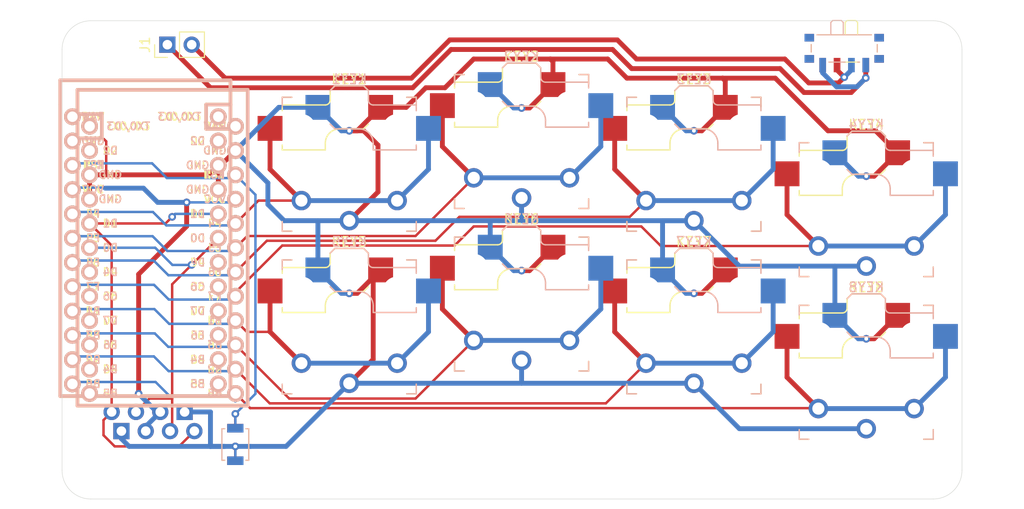
<source format=kicad_pcb>
(kicad_pcb (version 20171130) (host pcbnew 5.1.8)

  (general
    (thickness 1.6)
    (drawings 8)
    (tracks 314)
    (zones 0)
    (modules 21)
    (nets 36)
  )

  (page A4)
  (layers
    (0 F.Cu signal)
    (31 B.Cu signal)
    (32 B.Adhes user hide)
    (33 F.Adhes user hide)
    (34 B.Paste user hide)
    (35 F.Paste user hide)
    (36 B.SilkS user)
    (37 F.SilkS user)
    (38 B.Mask user hide)
    (39 F.Mask user hide)
    (40 Dwgs.User user)
    (41 Cmts.User user)
    (42 Eco1.User user)
    (43 Eco2.User user)
    (44 Edge.Cuts user)
    (45 Margin user hide)
    (46 B.CrtYd user)
    (47 F.CrtYd user)
    (48 B.Fab user hide)
    (49 F.Fab user)
  )

  (setup
    (last_trace_width 0.508)
    (user_trace_width 0.254)
    (user_trace_width 0.508)
    (trace_clearance 0.2)
    (zone_clearance 0.508)
    (zone_45_only yes)
    (trace_min 0.2)
    (via_size 0.8)
    (via_drill 0.4)
    (via_min_size 0.4)
    (via_min_drill 0.3)
    (uvia_size 0.3)
    (uvia_drill 0.1)
    (uvias_allowed no)
    (uvia_min_size 0.2)
    (uvia_min_drill 0.1)
    (edge_width 0.05)
    (segment_width 0.2)
    (pcb_text_width 0.3)
    (pcb_text_size 1.5 1.5)
    (mod_edge_width 0.12)
    (mod_text_size 1 1)
    (mod_text_width 0.15)
    (pad_size 1.7526 1.7526)
    (pad_drill 1.0922)
    (pad_to_mask_clearance 0)
    (aux_axis_origin 0 0)
    (grid_origin 105.901736 50.599424)
    (visible_elements FFFFFF7F)
    (pcbplotparams
      (layerselection 0x010f0_ffffffff)
      (usegerberextensions false)
      (usegerberattributes true)
      (usegerberadvancedattributes true)
      (creategerberjobfile false)
      (excludeedgelayer true)
      (linewidth 0.100000)
      (plotframeref false)
      (viasonmask false)
      (mode 1)
      (useauxorigin false)
      (hpglpennumber 1)
      (hpglpenspeed 20)
      (hpglpendiameter 15.000000)
      (psnegative false)
      (psa4output false)
      (plotreference false)
      (plotvalue false)
      (plotinvisibletext false)
      (padsonsilk false)
      (subtractmaskfromsilk false)
      (outputformat 1)
      (mirror false)
      (drillshape 0)
      (scaleselection 1)
      (outputdirectory "gerber/"))
  )

  (net 0 "")
  (net 1 GND)
  (net 2 R1C1)
  (net 3 R1C2)
  (net 4 R1C3)
  (net 5 R1C4)
  (net 6 R2C1)
  (net 7 R2C2)
  (net 8 R2C3)
  (net 9 R2C4)
  (net 10 "Net-(U1-Pad24)")
  (net 11 "Net-(U1-Pad12)")
  (net 12 "Net-(U1-Pad11)")
  (net 13 "Net-(U1-Pad2)")
  (net 14 "Net-(U1-Pad1)")
  (net 15 VCC)
  (net 16 "Net-(J1-Pad2)")
  (net 17 "Net-(J1-Pad1)")
  (net 18 "Net-(SW1-Pad3)")
  (net 19 "Net-(SW2-Pad3)")
  (net 20 "Net-(U1-Pad8)")
  (net 21 "Net-(U1-Pad7)")
  (net 22 SDA)
  (net 23 SCL)
  (net 24 RST)
  (net 25 "Net-(U2-Pad24)")
  (net 26 "Net-(U2-Pad12)")
  (net 27 "Net-(U2-Pad11)")
  (net 28 "Net-(U2-Pad8)")
  (net 29 "Net-(U2-Pad7)")
  (net 30 "Net-(U2-Pad2)")
  (net 31 "Net-(U2-Pad1)")
  (net 32 "Net-(U1-Pad10)")
  (net 33 "Net-(U1-Pad9)")
  (net 34 "Net-(U2-Pad9)")
  (net 35 "Net-(U2-Pad10)")

  (net_class Default "This is the default net class."
    (clearance 0.2)
    (trace_width 0.25)
    (via_dia 0.8)
    (via_drill 0.4)
    (uvia_dia 0.3)
    (uvia_drill 0.1)
    (add_net GND)
    (add_net "Net-(J1-Pad1)")
    (add_net "Net-(J1-Pad2)")
    (add_net "Net-(SW1-Pad3)")
    (add_net "Net-(SW2-Pad3)")
    (add_net "Net-(U1-Pad1)")
    (add_net "Net-(U1-Pad10)")
    (add_net "Net-(U1-Pad11)")
    (add_net "Net-(U1-Pad12)")
    (add_net "Net-(U1-Pad2)")
    (add_net "Net-(U1-Pad24)")
    (add_net "Net-(U1-Pad7)")
    (add_net "Net-(U1-Pad8)")
    (add_net "Net-(U1-Pad9)")
    (add_net "Net-(U2-Pad1)")
    (add_net "Net-(U2-Pad10)")
    (add_net "Net-(U2-Pad11)")
    (add_net "Net-(U2-Pad12)")
    (add_net "Net-(U2-Pad2)")
    (add_net "Net-(U2-Pad24)")
    (add_net "Net-(U2-Pad7)")
    (add_net "Net-(U2-Pad8)")
    (add_net "Net-(U2-Pad9)")
    (add_net R1C1)
    (add_net R1C2)
    (add_net R1C3)
    (add_net R1C4)
    (add_net R2C1)
    (add_net R2C2)
    (add_net R2C3)
    (add_net R2C4)
    (add_net RST)
    (add_net SCL)
    (add_net SDA)
    (add_net VCC)
  )

  (module MountingHole:MountingHole_2.2mm_M2 (layer F.Cu) (tedit 56D1B4CB) (tstamp 60545136)
    (at 78.901736 65.599424)
    (descr "Mounting Hole 2.2mm, no annular, M2")
    (tags "mounting hole 2.2mm no annular m2")
    (attr virtual)
    (fp_text reference REF** (at 0 -3.2) (layer F.SilkS) hide
      (effects (font (size 1 1) (thickness 0.15)))
    )
    (fp_text value MountingHole_2.2mm_M2 (at 0 3.2) (layer F.Fab)
      (effects (font (size 1 1) (thickness 0.15)))
    )
    (fp_circle (center 0 0) (end 2.2 0) (layer Cmts.User) (width 0.15))
    (fp_circle (center 0 0) (end 2.45 0) (layer F.CrtYd) (width 0.05))
    (fp_text user %R (at 0.3 0) (layer F.Fab)
      (effects (font (size 1 1) (thickness 0.15)))
    )
    (pad 1 np_thru_hole circle (at 0 0) (size 2.2 2.2) (drill 2.2) (layers *.Cu *.Mask))
  )

  (module MountingHole:MountingHole_2.2mm_M2 (layer F.Cu) (tedit 56D1B4CB) (tstamp 60545136)
    (at 78.901733 21.599422)
    (descr "Mounting Hole 2.2mm, no annular, M2")
    (tags "mounting hole 2.2mm no annular m2")
    (attr virtual)
    (fp_text reference REF** (at 0 -3.2) (layer F.SilkS) hide
      (effects (font (size 1 1) (thickness 0.15)))
    )
    (fp_text value MountingHole_2.2mm_M2 (at 0 3.2) (layer F.Fab)
      (effects (font (size 1 1) (thickness 0.15)))
    )
    (fp_circle (center 0 0) (end 2.2 0) (layer Cmts.User) (width 0.15))
    (fp_circle (center 0 0) (end 2.45 0) (layer F.CrtYd) (width 0.05))
    (fp_text user %R (at 0.3 0) (layer F.Fab)
      (effects (font (size 1 1) (thickness 0.15)))
    )
    (pad 1 np_thru_hole circle (at 0 0) (size 2.2 2.2) (drill 2.2) (layers *.Cu *.Mask))
  )

  (module MountingHole:MountingHole_2.2mm_M2 (layer F.Cu) (tedit 56D1B4CB) (tstamp 60545136)
    (at 166.901733 21.599422)
    (descr "Mounting Hole 2.2mm, no annular, M2")
    (tags "mounting hole 2.2mm no annular m2")
    (attr virtual)
    (fp_text reference REF** (at 0 -3.2) (layer F.SilkS) hide
      (effects (font (size 1 1) (thickness 0.15)))
    )
    (fp_text value MountingHole_2.2mm_M2 (at 0 3.2) (layer F.Fab)
      (effects (font (size 1 1) (thickness 0.15)))
    )
    (fp_circle (center 0 0) (end 2.2 0) (layer Cmts.User) (width 0.15))
    (fp_circle (center 0 0) (end 2.45 0) (layer F.CrtYd) (width 0.05))
    (fp_text user %R (at 0.3 0) (layer F.Fab)
      (effects (font (size 1 1) (thickness 0.15)))
    )
    (pad 1 np_thru_hole circle (at 0 0) (size 2.2 2.2) (drill 2.2) (layers *.Cu *.Mask))
  )

  (module MountingHole:MountingHole_2.2mm_M2 (layer F.Cu) (tedit 56D1B4CB) (tstamp 605450A8)
    (at 166.901736 65.599424)
    (descr "Mounting Hole 2.2mm, no annular, M2")
    (tags "mounting hole 2.2mm no annular m2")
    (attr virtual)
    (fp_text reference REF** (at 0 -3.2) (layer F.SilkS) hide
      (effects (font (size 1 1) (thickness 0.15)))
    )
    (fp_text value MountingHole_2.2mm_M2 (at 0 3.2) (layer F.Fab)
      (effects (font (size 1 1) (thickness 0.15)))
    )
    (fp_circle (center 0 0) (end 2.2 0) (layer Cmts.User) (width 0.15))
    (fp_circle (center 0 0) (end 2.45 0) (layer F.CrtYd) (width 0.05))
    (fp_text user %R (at 0.3 0) (layer F.Fab)
      (effects (font (size 1 1) (thickness 0.15)))
    )
    (pad 1 np_thru_hole circle (at 0 0) (size 2.2 2.2) (drill 2.2) (layers *.Cu *.Mask))
  )

  (module Button_Switch_SMD:SW_SPDT_PCM12 (layer B.Cu) (tedit 5A02FC95) (tstamp 601B8200)
    (at 157.601737 21.799425)
    (descr "Ultraminiature Surface Mount Slide Switch, right-angle, https://www.ckswitches.com/media/1424/pcm.pdf")
    (path /601B9B9C)
    (attr smd)
    (fp_text reference SW1 (at 0 3.2) (layer B.SilkS) hide
      (effects (font (size 1 1) (thickness 0.15)) (justify mirror))
    )
    (fp_text value SW_SPDT (at 0 -4.25) (layer B.Fab)
      (effects (font (size 1 1) (thickness 0.15)) (justify mirror))
    )
    (fp_line (start 3.45 -0.72) (end 3.45 0.07) (layer B.SilkS) (width 0.12))
    (fp_line (start -3.45 0.07) (end -3.45 -0.72) (layer B.SilkS) (width 0.12))
    (fp_line (start -1.6 1.12) (end 0.1 1.12) (layer B.SilkS) (width 0.12))
    (fp_line (start -2.85 -1.73) (end 2.85 -1.73) (layer B.SilkS) (width 0.12))
    (fp_line (start -0.1 -3.02) (end -0.1 -1.73) (layer B.SilkS) (width 0.12))
    (fp_line (start -1.2 -3.23) (end -0.3 -3.23) (layer B.SilkS) (width 0.12))
    (fp_line (start -1.4 -1.73) (end -1.4 -3.02) (layer B.SilkS) (width 0.12))
    (fp_line (start -0.1 -3.02) (end -0.3 -3.23) (layer B.SilkS) (width 0.12))
    (fp_line (start -1.4 -3.02) (end -1.2 -3.23) (layer B.SilkS) (width 0.12))
    (fp_line (start -4.4 -2.1) (end -4.4 2.45) (layer B.CrtYd) (width 0.05))
    (fp_line (start -1.65 -2.1) (end -4.4 -2.1) (layer B.CrtYd) (width 0.05))
    (fp_line (start -1.65 -3.4) (end -1.65 -2.1) (layer B.CrtYd) (width 0.05))
    (fp_line (start 1.65 -3.4) (end -1.65 -3.4) (layer B.CrtYd) (width 0.05))
    (fp_line (start 1.65 -2.1) (end 1.65 -3.4) (layer B.CrtYd) (width 0.05))
    (fp_line (start 4.4 -2.1) (end 1.65 -2.1) (layer B.CrtYd) (width 0.05))
    (fp_line (start 4.4 2.45) (end 4.4 -2.1) (layer B.CrtYd) (width 0.05))
    (fp_line (start -4.4 2.45) (end 4.4 2.45) (layer B.CrtYd) (width 0.05))
    (fp_line (start 1.4 1.12) (end 1.6 1.12) (layer B.SilkS) (width 0.12))
    (fp_line (start 3.35 1) (end -3.35 1) (layer B.Fab) (width 0.1))
    (fp_line (start 3.35 -1.6) (end 3.35 1) (layer B.Fab) (width 0.1))
    (fp_line (start -3.35 -1.6) (end 3.35 -1.6) (layer B.Fab) (width 0.1))
    (fp_line (start -3.35 1) (end -3.35 -1.6) (layer B.Fab) (width 0.1))
    (fp_line (start -0.1 -2.9) (end -0.1 -1.6) (layer B.Fab) (width 0.1))
    (fp_line (start -0.15 -2.95) (end -0.1 -2.9) (layer B.Fab) (width 0.1))
    (fp_line (start -0.35 -3.15) (end -0.15 -2.95) (layer B.Fab) (width 0.1))
    (fp_line (start -1.2 -3.15) (end -0.35 -3.15) (layer B.Fab) (width 0.1))
    (fp_line (start -1.4 -2.95) (end -1.2 -3.15) (layer B.Fab) (width 0.1))
    (fp_line (start -1.4 -1.65) (end -1.4 -2.95) (layer B.Fab) (width 0.1))
    (fp_text user %R (at 0 3.2) (layer B.Fab)
      (effects (font (size 1 1) (thickness 0.15)) (justify mirror))
    )
    (pad "" smd rect (at -3.65 0.78) (size 1 0.8) (layers B.Cu B.Paste B.Mask))
    (pad "" smd rect (at 3.65 0.78) (size 1 0.8) (layers B.Cu B.Paste B.Mask))
    (pad "" smd rect (at 3.65 -1.43) (size 1 0.8) (layers B.Cu B.Paste B.Mask))
    (pad "" smd rect (at -3.65 -1.43) (size 1 0.8) (layers B.Cu B.Paste B.Mask))
    (pad 3 smd rect (at 2.25 1.43) (size 0.7 1.5) (layers B.Cu B.Paste B.Mask)
      (net 18 "Net-(SW1-Pad3)"))
    (pad 2 smd rect (at 0.75 1.43) (size 0.7 1.5) (layers B.Cu B.Paste B.Mask)
      (net 16 "Net-(J1-Pad2)"))
    (pad 1 smd rect (at -2.25 1.43) (size 0.7 1.5) (layers B.Cu B.Paste B.Mask)
      (net 17 "Net-(J1-Pad1)"))
    (pad "" np_thru_hole circle (at 1.5 -0.33) (size 0.9 0.9) (drill 0.9) (layers *.Cu *.Mask))
    (pad "" np_thru_hole circle (at -1.5 -0.33) (size 0.9 0.9) (drill 0.9) (layers *.Cu *.Mask))
    (model ${KISYS3DMOD}/Button_Switch_SMD.3dshapes/SW_SPDT_PCM12.wrl
      (at (xyz 0 0 0))
      (scale (xyz 1 1 1))
      (rotate (xyz 0 0 0))
    )
  )

  (module Button_Switch_SMD:SW_SPDT_PCM12 (layer F.Cu) (tedit 5A02FC95) (tstamp 601B822A)
    (at 157.601737 21.799425 180)
    (descr "Ultraminiature Surface Mount Slide Switch, right-angle, https://www.ckswitches.com/media/1424/pcm.pdf")
    (path /601C042E)
    (attr smd)
    (fp_text reference SW2 (at 0 -3.2) (layer F.SilkS) hide
      (effects (font (size 1 1) (thickness 0.15)))
    )
    (fp_text value SW_SPDT (at 0 4.25) (layer F.Fab)
      (effects (font (size 1 1) (thickness 0.15)))
    )
    (fp_line (start 3.45 0.72) (end 3.45 -0.07) (layer F.SilkS) (width 0.12))
    (fp_line (start -3.45 -0.07) (end -3.45 0.72) (layer F.SilkS) (width 0.12))
    (fp_line (start -1.6 -1.12) (end 0.1 -1.12) (layer F.SilkS) (width 0.12))
    (fp_line (start -2.85 1.73) (end 2.85 1.73) (layer F.SilkS) (width 0.12))
    (fp_line (start -0.1 3.02) (end -0.1 1.73) (layer F.SilkS) (width 0.12))
    (fp_line (start -1.2 3.23) (end -0.3 3.23) (layer F.SilkS) (width 0.12))
    (fp_line (start -1.4 1.73) (end -1.4 3.02) (layer F.SilkS) (width 0.12))
    (fp_line (start -0.1 3.02) (end -0.3 3.23) (layer F.SilkS) (width 0.12))
    (fp_line (start -1.4 3.02) (end -1.2 3.23) (layer F.SilkS) (width 0.12))
    (fp_line (start -4.4 2.1) (end -4.4 -2.45) (layer F.CrtYd) (width 0.05))
    (fp_line (start -1.65 2.1) (end -4.4 2.1) (layer F.CrtYd) (width 0.05))
    (fp_line (start -1.65 3.4) (end -1.65 2.1) (layer F.CrtYd) (width 0.05))
    (fp_line (start 1.65 3.4) (end -1.65 3.4) (layer F.CrtYd) (width 0.05))
    (fp_line (start 1.65 2.1) (end 1.65 3.4) (layer F.CrtYd) (width 0.05))
    (fp_line (start 4.4 2.1) (end 1.65 2.1) (layer F.CrtYd) (width 0.05))
    (fp_line (start 4.4 -2.45) (end 4.4 2.1) (layer F.CrtYd) (width 0.05))
    (fp_line (start -4.4 -2.45) (end 4.4 -2.45) (layer F.CrtYd) (width 0.05))
    (fp_line (start 1.4 -1.12) (end 1.6 -1.12) (layer F.SilkS) (width 0.12))
    (fp_line (start 3.35 -1) (end -3.35 -1) (layer F.Fab) (width 0.1))
    (fp_line (start 3.35 1.6) (end 3.35 -1) (layer F.Fab) (width 0.1))
    (fp_line (start -3.35 1.6) (end 3.35 1.6) (layer F.Fab) (width 0.1))
    (fp_line (start -3.35 -1) (end -3.35 1.6) (layer F.Fab) (width 0.1))
    (fp_line (start -0.1 2.9) (end -0.1 1.6) (layer F.Fab) (width 0.1))
    (fp_line (start -0.15 2.95) (end -0.1 2.9) (layer F.Fab) (width 0.1))
    (fp_line (start -0.35 3.15) (end -0.15 2.95) (layer F.Fab) (width 0.1))
    (fp_line (start -1.2 3.15) (end -0.35 3.15) (layer F.Fab) (width 0.1))
    (fp_line (start -1.4 2.95) (end -1.2 3.15) (layer F.Fab) (width 0.1))
    (fp_line (start -1.4 1.65) (end -1.4 2.95) (layer F.Fab) (width 0.1))
    (fp_text user %R (at 0 -3.2) (layer F.Fab)
      (effects (font (size 1 1) (thickness 0.15)))
    )
    (pad "" smd rect (at -3.65 -0.78 180) (size 1 0.8) (layers F.Cu F.Paste F.Mask))
    (pad "" smd rect (at 3.65 -0.78 180) (size 1 0.8) (layers F.Cu F.Paste F.Mask))
    (pad "" smd rect (at 3.65 1.43 180) (size 1 0.8) (layers F.Cu F.Paste F.Mask))
    (pad "" smd rect (at -3.65 1.43 180) (size 1 0.8) (layers F.Cu F.Paste F.Mask))
    (pad 3 smd rect (at 2.25 -1.43 180) (size 0.7 1.5) (layers F.Cu F.Paste F.Mask)
      (net 19 "Net-(SW2-Pad3)"))
    (pad 2 smd rect (at 0.75 -1.43 180) (size 0.7 1.5) (layers F.Cu F.Paste F.Mask)
      (net 16 "Net-(J1-Pad2)"))
    (pad 1 smd rect (at -2.25 -1.43 180) (size 0.7 1.5) (layers F.Cu F.Paste F.Mask)
      (net 17 "Net-(J1-Pad1)"))
    (pad "" np_thru_hole circle (at 1.5 0.33 180) (size 0.9 0.9) (drill 0.9) (layers *.Cu *.Mask))
    (pad "" np_thru_hole circle (at -1.5 0.33 180) (size 0.9 0.9) (drill 0.9) (layers *.Cu *.Mask))
    (model ${KISYS3DMOD}/Button_Switch_SMD.3dshapes/SW_SPDT_PCM12.wrl
      (at (xyz 0 0 0))
      (scale (xyz 1 1 1))
      (rotate (xyz 0 0 0))
    )
  )

  (module Keebio-Parts:ArduinoProMicro (layer B.Cu) (tedit 6031933A) (tstamp 6031A02D)
    (at 84.601739 42.599424 270)
    (path /603259AA)
    (fp_text reference U2 (at 0 -1.625 270) (layer B.SilkS) hide
      (effects (font (size 1.27 1.524) (thickness 0.2032)) (justify mirror))
    )
    (fp_text value ProMicro (at 0 0 270) (layer B.SilkS) hide
      (effects (font (size 1.27 1.524) (thickness 0.2032)) (justify mirror))
    )
    (fp_line (start -15.24 -6.35) (end -15.24 -8.89) (layer B.SilkS) (width 0.381))
    (fp_line (start -15.24 -6.35) (end -15.24 -8.89) (layer F.SilkS) (width 0.381))
    (fp_line (start -19.304 3.556) (end -14.224 3.556) (layer Dwgs.User) (width 0.2))
    (fp_line (start -19.304 -3.81) (end -19.304 3.556) (layer Dwgs.User) (width 0.2))
    (fp_line (start -14.224 -3.81) (end -19.304 -3.81) (layer Dwgs.User) (width 0.2))
    (fp_line (start -14.224 3.556) (end -14.224 -3.81) (layer Dwgs.User) (width 0.2))
    (fp_line (start -17.78 -8.89) (end -15.24 -8.89) (layer B.SilkS) (width 0.381))
    (fp_line (start -17.78 8.89) (end -17.78 -8.89) (layer B.SilkS) (width 0.381))
    (fp_line (start -15.24 8.89) (end -17.78 8.89) (layer B.SilkS) (width 0.381))
    (fp_line (start -17.78 8.89) (end -17.78 -8.89) (layer F.SilkS) (width 0.381))
    (fp_line (start -17.78 -8.89) (end 15.24 -8.89) (layer F.SilkS) (width 0.381))
    (fp_line (start 15.24 -8.89) (end 15.24 8.89) (layer F.SilkS) (width 0.381))
    (fp_line (start 15.24 8.89) (end -17.78 8.89) (layer F.SilkS) (width 0.381))
    (fp_poly (pts (xy -9.35097 5.844635) (xy -9.25097 5.844635) (xy -9.25097 6.344635) (xy -9.35097 6.344635)) (layer F.SilkS) (width 0.15))
    (fp_poly (pts (xy -9.35097 5.844635) (xy -9.05097 5.844635) (xy -9.05097 5.944635) (xy -9.35097 5.944635)) (layer F.SilkS) (width 0.15))
    (fp_poly (pts (xy -8.75097 5.844635) (xy -8.55097 5.844635) (xy -8.55097 5.944635) (xy -8.75097 5.944635)) (layer F.SilkS) (width 0.15))
    (fp_poly (pts (xy -9.35097 6.244635) (xy -8.55097 6.244635) (xy -8.55097 6.344635) (xy -9.35097 6.344635)) (layer F.SilkS) (width 0.15))
    (fp_poly (pts (xy -8.95097 6.044635) (xy -8.85097 6.044635) (xy -8.85097 6.144635) (xy -8.95097 6.144635)) (layer F.SilkS) (width 0.15))
    (fp_poly (pts (xy -8.76064 4.931568) (xy -8.56064 4.931568) (xy -8.56064 4.831568) (xy -8.76064 4.831568)) (layer B.SilkS) (width 0.15))
    (fp_poly (pts (xy -9.36064 4.531568) (xy -8.56064 4.531568) (xy -8.56064 4.431568) (xy -9.36064 4.431568)) (layer B.SilkS) (width 0.15))
    (fp_poly (pts (xy -9.36064 4.931568) (xy -9.26064 4.931568) (xy -9.26064 4.431568) (xy -9.36064 4.431568)) (layer B.SilkS) (width 0.15))
    (fp_poly (pts (xy -8.96064 4.731568) (xy -8.86064 4.731568) (xy -8.86064 4.631568) (xy -8.96064 4.631568)) (layer B.SilkS) (width 0.15))
    (fp_poly (pts (xy -9.36064 4.931568) (xy -9.06064 4.931568) (xy -9.06064 4.831568) (xy -9.36064 4.831568)) (layer B.SilkS) (width 0.15))
    (fp_line (start -12.7 -6.35) (end -12.7 -8.89) (layer B.SilkS) (width 0.381))
    (fp_line (start -15.24 -6.35) (end -12.7 -6.35) (layer B.SilkS) (width 0.381))
    (fp_line (start 15.24 8.89) (end -15.24 8.89) (layer B.SilkS) (width 0.381))
    (fp_line (start 15.24 -8.89) (end 15.24 8.89) (layer B.SilkS) (width 0.381))
    (fp_line (start -15.24 -8.89) (end 15.24 -8.89) (layer B.SilkS) (width 0.381))
    (fp_line (start -15.24 -6.35) (end -12.7 -6.35) (layer F.SilkS) (width 0.381))
    (fp_line (start -12.7 -6.35) (end -12.7 -8.89) (layer F.SilkS) (width 0.381))
    (fp_text user D2 (at -11.43 -5.461) (layer F.SilkS)
      (effects (font (size 0.8 0.8) (thickness 0.15)))
    )
    (fp_text user D0 (at -1.27 -5.461) (layer F.SilkS)
      (effects (font (size 0.8 0.8) (thickness 0.15)))
    )
    (fp_text user D1 (at -3.81 -5.461) (layer F.SilkS)
      (effects (font (size 0.8 0.8) (thickness 0.15)))
    )
    (fp_text user GND (at -6.35 -5.461) (layer F.SilkS)
      (effects (font (size 0.8 0.8) (thickness 0.15)))
    )
    (fp_text user GND (at -8.89 -5.461) (layer F.SilkS)
      (effects (font (size 0.8 0.8) (thickness 0.15)))
    )
    (fp_text user D4 (at 1.27 -5.461) (layer F.SilkS)
      (effects (font (size 0.8 0.8) (thickness 0.15)))
    )
    (fp_text user C6 (at 3.81 -5.461) (layer F.SilkS)
      (effects (font (size 0.8 0.8) (thickness 0.15)))
    )
    (fp_text user D7 (at 6.35 -5.461) (layer F.SilkS)
      (effects (font (size 0.8 0.8) (thickness 0.15)))
    )
    (fp_text user E6 (at 8.89 -5.461) (layer F.SilkS)
      (effects (font (size 0.8 0.8) (thickness 0.15)))
    )
    (fp_text user B4 (at 11.43 -5.461) (layer F.SilkS)
      (effects (font (size 0.8 0.8) (thickness 0.15)))
    )
    (fp_text user B5 (at 13.97 -5.461) (layer F.SilkS)
      (effects (font (size 0.8 0.8) (thickness 0.15)))
    )
    (fp_text user B6 (at 13.97 5.461) (layer F.SilkS)
      (effects (font (size 0.8 0.8) (thickness 0.15)))
    )
    (fp_text user B2 (at 11.43 5.461) (layer B.SilkS)
      (effects (font (size 0.8 0.8) (thickness 0.15)) (justify mirror))
    )
    (fp_text user B3 (at 8.89 5.461) (layer F.SilkS)
      (effects (font (size 0.8 0.8) (thickness 0.15)))
    )
    (fp_text user B1 (at 6.35 5.461) (layer F.SilkS)
      (effects (font (size 0.8 0.8) (thickness 0.15)))
    )
    (fp_text user F7 (at 3.81 5.461) (layer B.SilkS)
      (effects (font (size 0.8 0.8) (thickness 0.15)) (justify mirror))
    )
    (fp_text user F6 (at 1.27 5.461) (layer B.SilkS)
      (effects (font (size 0.8 0.8) (thickness 0.15)) (justify mirror))
    )
    (fp_text user F5 (at -1.27 5.461) (layer B.SilkS)
      (effects (font (size 0.8 0.8) (thickness 0.15)) (justify mirror))
    )
    (fp_text user F4 (at -3.81 5.461) (layer F.SilkS)
      (effects (font (size 0.8 0.8) (thickness 0.15)))
    )
    (fp_text user VCC (at -6.35 5.461) (layer F.SilkS)
      (effects (font (size 0.8 0.8) (thickness 0.15)))
    )
    (fp_text user GND (at -11.43 5.461) (layer F.SilkS)
      (effects (font (size 0.8 0.8) (thickness 0.15)))
    )
    (fp_text user RAW (at -13.97 5.461) (layer F.SilkS)
      (effects (font (size 0.8 0.8) (thickness 0.15)))
    )
    (fp_text user RAW (at -13.97 5.461) (layer B.SilkS)
      (effects (font (size 0.8 0.8) (thickness 0.15)) (justify mirror))
    )
    (fp_text user GND (at -11.43 5.461) (layer B.SilkS)
      (effects (font (size 0.8 0.8) (thickness 0.15)) (justify mirror))
    )
    (fp_text user ST (at -8.92 5.73312) (layer B.SilkS)
      (effects (font (size 0.8 0.8) (thickness 0.15)) (justify mirror))
    )
    (fp_text user VCC (at -6.35 5.461) (layer B.SilkS)
      (effects (font (size 0.8 0.8) (thickness 0.15)) (justify mirror))
    )
    (fp_text user F4 (at -3.81 5.461) (layer B.SilkS)
      (effects (font (size 0.8 0.8) (thickness 0.15)) (justify mirror))
    )
    (fp_text user F5 (at -1.27 5.461) (layer F.SilkS)
      (effects (font (size 0.8 0.8) (thickness 0.15)))
    )
    (fp_text user F6 (at 1.27 5.461) (layer F.SilkS)
      (effects (font (size 0.8 0.8) (thickness 0.15)))
    )
    (fp_text user F7 (at 3.81 5.461) (layer F.SilkS)
      (effects (font (size 0.8 0.8) (thickness 0.15)))
    )
    (fp_text user B1 (at 6.35 5.461) (layer B.SilkS)
      (effects (font (size 0.8 0.8) (thickness 0.15)) (justify mirror))
    )
    (fp_text user B3 (at 8.89 5.461) (layer B.SilkS)
      (effects (font (size 0.8 0.8) (thickness 0.15)) (justify mirror))
    )
    (fp_text user B2 (at 11.43 5.461) (layer F.SilkS)
      (effects (font (size 0.8 0.8) (thickness 0.15)))
    )
    (fp_text user B6 (at 13.97 5.461) (layer B.SilkS)
      (effects (font (size 0.8 0.8) (thickness 0.15)) (justify mirror))
    )
    (fp_text user B5 (at 13.97 -5.461) (layer B.SilkS)
      (effects (font (size 0.8 0.8) (thickness 0.15)) (justify mirror))
    )
    (fp_text user B4 (at 11.43 -5.461) (layer B.SilkS)
      (effects (font (size 0.8 0.8) (thickness 0.15)) (justify mirror))
    )
    (fp_text user E6 (at 8.89 -5.461) (layer B.SilkS)
      (effects (font (size 0.8 0.8) (thickness 0.15)) (justify mirror))
    )
    (fp_text user D7 (at 6.35 -5.461) (layer B.SilkS)
      (effects (font (size 0.8 0.8) (thickness 0.15)) (justify mirror))
    )
    (fp_text user C6 (at 3.81 -5.461) (layer B.SilkS)
      (effects (font (size 0.8 0.8) (thickness 0.15)) (justify mirror))
    )
    (fp_text user D4 (at 1.27 -5.461) (layer B.SilkS)
      (effects (font (size 0.8 0.8) (thickness 0.15)) (justify mirror))
    )
    (fp_text user GND (at -8.89 -5.461) (layer B.SilkS)
      (effects (font (size 0.8 0.8) (thickness 0.15)) (justify mirror))
    )
    (fp_text user GND (at -6.35 -5.461) (layer B.SilkS)
      (effects (font (size 0.8 0.8) (thickness 0.15)) (justify mirror))
    )
    (fp_text user D1 (at -3.81 -5.461) (layer B.SilkS)
      (effects (font (size 0.8 0.8) (thickness 0.15)) (justify mirror))
    )
    (fp_text user D0 (at -1.27 -5.461) (layer B.SilkS)
      (effects (font (size 0.8 0.8) (thickness 0.15)) (justify mirror))
    )
    (fp_text user D2 (at -11.43 -5.461) (layer B.SilkS)
      (effects (font (size 0.8 0.8) (thickness 0.15)) (justify mirror))
    )
    (fp_text user TX0/D3 (at -13.97 -3.571872) (layer F.SilkS)
      (effects (font (size 0.8 0.8) (thickness 0.15)))
    )
    (fp_text user TX0/D3 (at -13.97 -3.571872) (layer B.SilkS)
      (effects (font (size 0.8 0.8) (thickness 0.15)) (justify mirror))
    )
    (fp_text user ST (at -8.91 5.04) (layer F.SilkS)
      (effects (font (size 0.8 0.8) (thickness 0.15)))
    )
    (pad 1 thru_hole circle (at -13.97 -7.62 270) (size 1.7526 1.7526) (drill 1.0922) (layers *.Cu *.SilkS *.Mask)
      (net 31 "Net-(U2-Pad1)"))
    (pad 2 thru_hole circle (at -11.43 -7.62 270) (size 1.7526 1.7526) (drill 1.0922) (layers *.Cu *.SilkS *.Mask)
      (net 30 "Net-(U2-Pad2)"))
    (pad 3 thru_hole circle (at -8.89 -7.62 270) (size 1.7526 1.7526) (drill 1.0922) (layers *.Cu *.SilkS *.Mask)
      (net 1 GND))
    (pad 4 thru_hole circle (at -6.35 -7.62 270) (size 1.7526 1.7526) (drill 1.0922) (layers *.Cu *.SilkS *.Mask)
      (net 1 GND))
    (pad 5 thru_hole circle (at -3.81 -7.62 270) (size 1.7526 1.7526) (drill 1.0922) (layers *.Cu *.SilkS *.Mask)
      (net 22 SDA))
    (pad 6 thru_hole circle (at -1.27 -7.62 270) (size 1.7526 1.7526) (drill 1.0922) (layers *.Cu *.SilkS *.Mask)
      (net 23 SCL))
    (pad 7 thru_hole circle (at 1.27 -7.62 270) (size 1.7526 1.7526) (drill 1.0922) (layers *.Cu *.SilkS *.Mask)
      (net 29 "Net-(U2-Pad7)"))
    (pad 8 thru_hole circle (at 3.81 -7.62 270) (size 1.7526 1.7526) (drill 1.0922) (layers *.Cu *.SilkS *.Mask)
      (net 28 "Net-(U2-Pad8)"))
    (pad 9 thru_hole circle (at 6.35 -7.62 270) (size 1.7526 1.7526) (drill 1.0922) (layers *.Cu *.SilkS *.Mask)
      (net 34 "Net-(U2-Pad9)"))
    (pad 10 thru_hole circle (at 8.89 -7.62 270) (size 1.7526 1.7526) (drill 1.0922) (layers *.Cu *.SilkS *.Mask)
      (net 35 "Net-(U2-Pad10)"))
    (pad 11 thru_hole circle (at 11.43 -7.62 270) (size 1.7526 1.7526) (drill 1.0922) (layers *.Cu *.SilkS *.Mask)
      (net 27 "Net-(U2-Pad11)"))
    (pad 13 thru_hole circle (at 13.97 7.62 270) (size 1.7526 1.7526) (drill 1.0922) (layers *.Cu *.SilkS *.Mask)
      (net 9 R2C4))
    (pad 14 thru_hole circle (at 11.43 7.62 270) (size 1.7526 1.7526) (drill 1.0922) (layers *.Cu *.SilkS *.Mask)
      (net 8 R2C3))
    (pad 15 thru_hole circle (at 8.89 7.62 270) (size 1.7526 1.7526) (drill 1.0922) (layers *.Cu *.SilkS *.Mask)
      (net 7 R2C2))
    (pad 16 thru_hole circle (at 6.35 7.62 270) (size 1.7526 1.7526) (drill 1.0922) (layers *.Cu *.SilkS *.Mask)
      (net 6 R2C1))
    (pad 17 thru_hole circle (at 3.81 7.62 270) (size 1.7526 1.7526) (drill 1.0922) (layers *.Cu *.SilkS *.Mask)
      (net 5 R1C4))
    (pad 18 thru_hole circle (at 1.27 7.62 270) (size 1.7526 1.7526) (drill 1.0922) (layers *.Cu *.SilkS *.Mask)
      (net 4 R1C3))
    (pad 19 thru_hole circle (at -1.27 7.62 270) (size 1.7526 1.7526) (drill 1.0922) (layers *.Cu *.SilkS *.Mask)
      (net 3 R1C2))
    (pad 20 thru_hole circle (at -3.81 7.62 270) (size 1.7526 1.7526) (drill 1.0922) (layers *.Cu *.SilkS *.Mask)
      (net 2 R1C1))
    (pad 21 thru_hole circle (at -6.35 7.62 270) (size 1.7526 1.7526) (drill 1.0922) (layers *.Cu *.SilkS *.Mask)
      (net 15 VCC))
    (pad 22 thru_hole circle (at -8.89 7.62 270) (size 1.7526 1.7526) (drill 1.0922) (layers *.Cu *.SilkS *.Mask)
      (net 24 RST))
    (pad 23 thru_hole circle (at -11.43 7.62 270) (size 1.7526 1.7526) (drill 1.0922) (layers *.Cu *.SilkS *.Mask)
      (net 1 GND))
    (pad 12 thru_hole circle (at 13.97 -7.62 270) (size 1.7526 1.7526) (drill 1.0922) (layers *.Cu *.SilkS *.Mask)
      (net 26 "Net-(U2-Pad12)"))
    (pad 24 thru_hole circle (at -13.97 7.62 270) (size 1.7526 1.7526) (drill 1.0922) (layers *.Cu *.SilkS *.Mask)
      (net 25 "Net-(U2-Pad24)"))
    (model /Users/danny/Documents/proj/custom-keyboard/kicad-libs/3d_models/ArduinoProMicro.wrl
      (offset (xyz -13.96999979019165 -7.619999885559082 -5.841999912261963))
      (scale (xyz 0.395 0.395 0.395))
      (rotate (xyz 90 180 180))
    )
  )

  (module keyswitches:Kailh_socket_PG1350_optional_reversible (layer F.Cu) (tedit 5DD50FEF) (tstamp 5FA7AD67)
    (at 141.901739 33.599426)
    (descr "Kailh \"Choc\" PG1350 keyswitch with optional socket mount, reversible")
    (tags kailh,choc)
    (path /5FAE3778)
    (fp_text reference KEY3 (at 0 -8.89) (layer F.SilkS)
      (effects (font (size 1 1) (thickness 0.15)))
    )
    (fp_text value SW_Push (at 0 8.255) (layer F.Fab)
      (effects (font (size 1 1) (thickness 0.15)))
    )
    (fp_line (start -2.6 -3.1) (end 2.6 -3.1) (layer Eco2.User) (width 0.15))
    (fp_line (start 2.6 -3.1) (end 2.6 -6.3) (layer Eco2.User) (width 0.15))
    (fp_line (start 2.6 -6.3) (end -2.6 -6.3) (layer Eco2.User) (width 0.15))
    (fp_line (start -2.6 -3.1) (end -2.6 -6.3) (layer Eco2.User) (width 0.15))
    (fp_line (start -7 -6) (end -7 -7) (layer F.SilkS) (width 0.15))
    (fp_line (start -7 -7) (end -6 -7) (layer F.SilkS) (width 0.15))
    (fp_line (start -6 7) (end -7 7) (layer F.SilkS) (width 0.15))
    (fp_line (start -7 7) (end -7 6) (layer F.SilkS) (width 0.15))
    (fp_line (start 7 6) (end 7 7) (layer F.SilkS) (width 0.15))
    (fp_line (start 7 7) (end 6 7) (layer F.SilkS) (width 0.15))
    (fp_line (start 6 -7) (end 7 -7) (layer F.SilkS) (width 0.15))
    (fp_line (start 7 -7) (end 7 -6) (layer F.SilkS) (width 0.15))
    (fp_line (start -6.9 6.9) (end 6.9 6.9) (layer Eco2.User) (width 0.15))
    (fp_line (start 6.9 -6.9) (end -6.9 -6.9) (layer Eco2.User) (width 0.15))
    (fp_line (start 6.9 -6.9) (end 6.9 6.9) (layer Eco2.User) (width 0.15))
    (fp_line (start -6.9 6.9) (end -6.9 -6.9) (layer Eco2.User) (width 0.15))
    (fp_line (start -7.5 -7.5) (end 7.5 -7.5) (layer B.Fab) (width 0.15))
    (fp_line (start 7.5 -7.5) (end 7.5 7.5) (layer B.Fab) (width 0.15))
    (fp_line (start 7.5 7.5) (end -7.5 7.5) (layer B.Fab) (width 0.15))
    (fp_line (start -7.5 7.5) (end -7.5 -7.5) (layer B.Fab) (width 0.15))
    (fp_line (start -6 7) (end -7 7) (layer B.SilkS) (width 0.15))
    (fp_line (start -7 7) (end -7 6) (layer B.SilkS) (width 0.15))
    (fp_line (start 7 7) (end 6 7) (layer B.SilkS) (width 0.15))
    (fp_line (start 7 6) (end 7 7) (layer B.SilkS) (width 0.15))
    (fp_line (start 6 -7) (end 7 -7) (layer B.SilkS) (width 0.15))
    (fp_line (start 7 -7) (end 7 -6) (layer B.SilkS) (width 0.15))
    (fp_line (start -7 -6) (end -7 -7) (layer B.SilkS) (width 0.15))
    (fp_line (start -7 -7) (end -6 -7) (layer B.SilkS) (width 0.15))
    (fp_line (start 7 -1.5) (end 7 -2) (layer B.SilkS) (width 0.15))
    (fp_line (start -1.5 -8.2) (end 1.5 -8.2) (layer B.SilkS) (width 0.15))
    (fp_line (start -2 -7.7) (end -1.5 -8.2) (layer B.SilkS) (width 0.15))
    (fp_line (start -1.5 -3.7) (end 1 -3.7) (layer B.SilkS) (width 0.15))
    (fp_line (start 7 -5.6) (end 7 -6.2) (layer B.SilkS) (width 0.15))
    (fp_line (start -2 -4.2) (end -1.5 -3.7) (layer B.SilkS) (width 0.15))
    (fp_line (start 7 -6.2) (end 2.5 -6.2) (layer B.SilkS) (width 0.15))
    (fp_line (start 2 -6.7) (end 2 -7.7) (layer B.SilkS) (width 0.15))
    (fp_line (start 1.5 -8.2) (end 2 -7.7) (layer B.SilkS) (width 0.15))
    (fp_line (start 2.5 -1.5) (end 7 -1.5) (layer B.SilkS) (width 0.15))
    (fp_line (start 2.5 -2.2) (end 2.5 -1.5) (layer B.SilkS) (width 0.15))
    (fp_line (start -7 -1.5) (end -7 -2) (layer F.SilkS) (width 0.15))
    (fp_line (start 1.5 -8.2) (end -1.5 -8.2) (layer F.SilkS) (width 0.15))
    (fp_line (start 2 -7.7) (end 1.5 -8.2) (layer F.SilkS) (width 0.15))
    (fp_line (start 1.5 -3.7) (end -1 -3.7) (layer F.SilkS) (width 0.15))
    (fp_line (start -7 -5.6) (end -7 -6.2) (layer F.SilkS) (width 0.15))
    (fp_line (start 2 -4.2) (end 1.5 -3.7) (layer F.SilkS) (width 0.15))
    (fp_line (start -7 -6.2) (end -2.5 -6.2) (layer F.SilkS) (width 0.15))
    (fp_line (start -2 -6.7) (end -2 -7.7) (layer F.SilkS) (width 0.15))
    (fp_line (start -1.5 -8.2) (end -2 -7.7) (layer F.SilkS) (width 0.15))
    (fp_line (start -2.5 -1.5) (end -7 -1.5) (layer F.SilkS) (width 0.15))
    (fp_line (start -2.5 -2.2) (end -2.5 -1.5) (layer F.SilkS) (width 0.15))
    (fp_line (start 9.5 -2.5) (end 7 -2.5) (layer B.Fab) (width 0.12))
    (fp_line (start -2 -4.75) (end -4.5 -4.75) (layer B.Fab) (width 0.12))
    (fp_line (start -4.5 -4.75) (end -4.5 -7.25) (layer B.Fab) (width 0.12))
    (fp_line (start -4.5 -7.25) (end -2 -7.25) (layer B.Fab) (width 0.12))
    (fp_line (start 9.5 -5) (end 9.5 -2.5) (layer B.Fab) (width 0.12))
    (fp_line (start -2 -4.25) (end -2 -7.7) (layer B.Fab) (width 0.12))
    (fp_line (start 2.5 -2.2) (end 2.5 -1.5) (layer B.Fab) (width 0.15))
    (fp_line (start 2.5 -1.5) (end 7 -1.5) (layer B.Fab) (width 0.15))
    (fp_line (start 1.5 -8.2) (end 2 -7.7) (layer B.Fab) (width 0.15))
    (fp_line (start 2 -6.7) (end 2 -7.7) (layer B.Fab) (width 0.15))
    (fp_line (start 7 -6.2) (end 2.5 -6.2) (layer B.Fab) (width 0.15))
    (fp_line (start -2 -4.2) (end -1.5 -3.7) (layer B.Fab) (width 0.15))
    (fp_line (start -1.5 -3.7) (end 1 -3.7) (layer B.Fab) (width 0.15))
    (fp_line (start -2 -7.7) (end -1.5 -8.2) (layer B.Fab) (width 0.15))
    (fp_line (start -1.5 -8.2) (end 1.5 -8.2) (layer B.Fab) (width 0.15))
    (fp_line (start 7 -1.5) (end 7 -6.2) (layer B.Fab) (width 0.12))
    (fp_line (start 7 -5) (end 9.5 -5) (layer B.Fab) (width 0.12))
    (fp_line (start -9.5 -2.5) (end -7 -2.5) (layer F.Fab) (width 0.12))
    (fp_line (start 2 -4.75) (end 4.5 -4.75) (layer F.Fab) (width 0.12))
    (fp_line (start 4.5 -4.75) (end 4.5 -7.25) (layer F.Fab) (width 0.12))
    (fp_line (start 4.5 -7.25) (end 2 -7.25) (layer F.Fab) (width 0.12))
    (fp_line (start -9.5 -5) (end -9.5 -2.5) (layer F.Fab) (width 0.12))
    (fp_line (start 2 -4.25) (end 2 -7.7) (layer F.Fab) (width 0.12))
    (fp_line (start -2.5 -2.2) (end -2.5 -1.5) (layer F.Fab) (width 0.15))
    (fp_line (start -2.5 -1.5) (end -7 -1.5) (layer F.Fab) (width 0.15))
    (fp_line (start -1.5 -8.2) (end -2 -7.7) (layer F.Fab) (width 0.15))
    (fp_line (start -2 -6.7) (end -2 -7.7) (layer F.Fab) (width 0.15))
    (fp_line (start -7 -6.2) (end -2.5 -6.2) (layer F.Fab) (width 0.15))
    (fp_line (start 2 -4.2) (end 1.5 -3.7) (layer F.Fab) (width 0.15))
    (fp_line (start 1.5 -3.7) (end -1 -3.7) (layer F.Fab) (width 0.15))
    (fp_line (start 2 -7.7) (end 1.5 -8.2) (layer F.Fab) (width 0.15))
    (fp_line (start 1.5 -8.2) (end -1.5 -8.2) (layer F.Fab) (width 0.15))
    (fp_line (start -7 -1.5) (end -7 -6.2) (layer F.Fab) (width 0.12))
    (fp_line (start -7 -5) (end -9.5 -5) (layer F.Fab) (width 0.12))
    (fp_line (start -7.5 -7.5) (end 7.5 -7.5) (layer F.Fab) (width 0.15))
    (fp_line (start 7.5 -7.5) (end 7.5 7.5) (layer F.Fab) (width 0.15))
    (fp_line (start 7.5 7.5) (end -7.5 7.5) (layer F.Fab) (width 0.15))
    (fp_line (start -7.5 7.5) (end -7.5 -7.5) (layer F.Fab) (width 0.15))
    (fp_text user %V (at 0 8.255) (layer B.Fab)
      (effects (font (size 1 1) (thickness 0.15)) (justify mirror))
    )
    (fp_text user %R (at 0 -8.89) (layer B.SilkS)
      (effects (font (size 1 1) (thickness 0.15)) (justify mirror))
    )
    (fp_text user %R (at -2.25 -4.75) (layer F.Fab)
      (effects (font (size 1 1) (thickness 0.15)))
    )
    (fp_arc (start -2.5 -6.7) (end -2 -6.7) (angle 90) (layer F.Fab) (width 0.15))
    (fp_arc (start -1 -2.2) (end -2.5 -2.2) (angle 90) (layer F.Fab) (width 0.15))
    (fp_text user %R (at 3 -5 180) (layer B.Fab)
      (effects (font (size 1 1) (thickness 0.15)) (justify mirror))
    )
    (fp_arc (start 2.5 -6.7) (end 2 -6.7) (angle -90) (layer B.Fab) (width 0.15))
    (fp_arc (start 1 -2.2) (end 2.5 -2.2) (angle -90) (layer B.Fab) (width 0.15))
    (fp_arc (start -1 -2.2) (end -2.5 -2.2) (angle 90) (layer F.SilkS) (width 0.15))
    (fp_arc (start -2.5 -6.7) (end -2 -6.7) (angle 90) (layer F.SilkS) (width 0.15))
    (fp_arc (start 1 -2.2) (end 2.5 -2.2) (angle -90) (layer B.SilkS) (width 0.15))
    (fp_arc (start 2.5 -6.7) (end 2 -6.7) (angle -90) (layer B.SilkS) (width 0.15))
    (pad "" np_thru_hole circle (at -5.5 0) (size 1.7018 1.7018) (drill 1.7018) (layers *.Cu *.Mask))
    (pad "" np_thru_hole circle (at 5.5 0) (size 1.7018 1.7018) (drill 1.7018) (layers *.Cu *.Mask))
    (pad 1 smd rect (at 3.275 -5.95) (size 2.6 2.6) (layers F.Cu F.Paste F.Mask)
      (net 1 GND))
    (pad "" np_thru_hole circle (at -5 -3.75) (size 3 3) (drill 3) (layers *.Cu *.Mask))
    (pad "" np_thru_hole circle (at 0 0) (size 3.429 3.429) (drill 3.429) (layers *.Cu *.Mask))
    (pad 2 thru_hole circle (at 5 3.8) (size 2.032 2.032) (drill 1.27) (layers *.Cu *.Mask)
      (net 4 R1C3))
    (pad 1 thru_hole circle (at 0 5.9) (size 2.032 2.032) (drill 1.27) (layers *.Cu *.Mask)
      (net 1 GND))
    (pad "" np_thru_hole circle (at 0 -5.95) (size 3 3) (drill 3) (layers *.Cu *.Mask))
    (pad 2 smd rect (at -8.275 -3.75) (size 2.6 2.6) (layers F.Cu F.Paste F.Mask)
      (net 4 R1C3))
    (pad "" np_thru_hole circle (at 5 -3.75) (size 3 3) (drill 3) (layers *.Cu *.Mask))
    (pad 1 smd rect (at -3.275 -5.95) (size 2.6 2.6) (layers B.Cu B.Paste B.Mask)
      (net 1 GND))
    (pad 2 smd rect (at 8.275 -3.75) (size 2.6 2.6) (layers B.Cu B.Paste B.Mask)
      (net 4 R1C3))
    (pad 2 thru_hole circle (at -5 3.8) (size 2.032 2.032) (drill 1.27) (layers *.Cu *.Mask)
      (net 4 R1C3))
  )

  (module keyswitches:Kailh_socket_PG1350_optional_reversible (layer F.Cu) (tedit 5DD50FEF) (tstamp 5FA7AEA2)
    (at 159.901739 55.349423)
    (descr "Kailh \"Choc\" PG1350 keyswitch with optional socket mount, reversible")
    (tags kailh,choc)
    (path /5FAE5771)
    (fp_text reference KEY8 (at 0 -8.89) (layer F.SilkS)
      (effects (font (size 1 1) (thickness 0.15)))
    )
    (fp_text value SW_Push (at 0 8.255) (layer F.Fab)
      (effects (font (size 1 1) (thickness 0.15)))
    )
    (fp_line (start -2.6 -3.1) (end 2.6 -3.1) (layer Eco2.User) (width 0.15))
    (fp_line (start 2.6 -3.1) (end 2.6 -6.3) (layer Eco2.User) (width 0.15))
    (fp_line (start 2.6 -6.3) (end -2.6 -6.3) (layer Eco2.User) (width 0.15))
    (fp_line (start -2.6 -3.1) (end -2.6 -6.3) (layer Eco2.User) (width 0.15))
    (fp_line (start -7 -6) (end -7 -7) (layer F.SilkS) (width 0.15))
    (fp_line (start -7 -7) (end -6 -7) (layer F.SilkS) (width 0.15))
    (fp_line (start -6 7) (end -7 7) (layer F.SilkS) (width 0.15))
    (fp_line (start -7 7) (end -7 6) (layer F.SilkS) (width 0.15))
    (fp_line (start 7 6) (end 7 7) (layer F.SilkS) (width 0.15))
    (fp_line (start 7 7) (end 6 7) (layer F.SilkS) (width 0.15))
    (fp_line (start 6 -7) (end 7 -7) (layer F.SilkS) (width 0.15))
    (fp_line (start 7 -7) (end 7 -6) (layer F.SilkS) (width 0.15))
    (fp_line (start -6.9 6.9) (end 6.9 6.9) (layer Eco2.User) (width 0.15))
    (fp_line (start 6.9 -6.9) (end -6.9 -6.9) (layer Eco2.User) (width 0.15))
    (fp_line (start 6.9 -6.9) (end 6.9 6.9) (layer Eco2.User) (width 0.15))
    (fp_line (start -6.9 6.9) (end -6.9 -6.9) (layer Eco2.User) (width 0.15))
    (fp_line (start -7.5 -7.5) (end 7.5 -7.5) (layer B.Fab) (width 0.15))
    (fp_line (start 7.5 -7.5) (end 7.5 7.5) (layer B.Fab) (width 0.15))
    (fp_line (start 7.5 7.5) (end -7.5 7.5) (layer B.Fab) (width 0.15))
    (fp_line (start -7.5 7.5) (end -7.5 -7.5) (layer B.Fab) (width 0.15))
    (fp_line (start -6 7) (end -7 7) (layer B.SilkS) (width 0.15))
    (fp_line (start -7 7) (end -7 6) (layer B.SilkS) (width 0.15))
    (fp_line (start 7 7) (end 6 7) (layer B.SilkS) (width 0.15))
    (fp_line (start 7 6) (end 7 7) (layer B.SilkS) (width 0.15))
    (fp_line (start 6 -7) (end 7 -7) (layer B.SilkS) (width 0.15))
    (fp_line (start 7 -7) (end 7 -6) (layer B.SilkS) (width 0.15))
    (fp_line (start -7 -6) (end -7 -7) (layer B.SilkS) (width 0.15))
    (fp_line (start -7 -7) (end -6 -7) (layer B.SilkS) (width 0.15))
    (fp_line (start 7 -1.5) (end 7 -2) (layer B.SilkS) (width 0.15))
    (fp_line (start -1.5 -8.2) (end 1.5 -8.2) (layer B.SilkS) (width 0.15))
    (fp_line (start -2 -7.7) (end -1.5 -8.2) (layer B.SilkS) (width 0.15))
    (fp_line (start -1.5 -3.7) (end 1 -3.7) (layer B.SilkS) (width 0.15))
    (fp_line (start 7 -5.6) (end 7 -6.2) (layer B.SilkS) (width 0.15))
    (fp_line (start -2 -4.2) (end -1.5 -3.7) (layer B.SilkS) (width 0.15))
    (fp_line (start 7 -6.2) (end 2.5 -6.2) (layer B.SilkS) (width 0.15))
    (fp_line (start 2 -6.7) (end 2 -7.7) (layer B.SilkS) (width 0.15))
    (fp_line (start 1.5 -8.2) (end 2 -7.7) (layer B.SilkS) (width 0.15))
    (fp_line (start 2.5 -1.5) (end 7 -1.5) (layer B.SilkS) (width 0.15))
    (fp_line (start 2.5 -2.2) (end 2.5 -1.5) (layer B.SilkS) (width 0.15))
    (fp_line (start -7 -1.5) (end -7 -2) (layer F.SilkS) (width 0.15))
    (fp_line (start 1.5 -8.2) (end -1.5 -8.2) (layer F.SilkS) (width 0.15))
    (fp_line (start 2 -7.7) (end 1.5 -8.2) (layer F.SilkS) (width 0.15))
    (fp_line (start 1.5 -3.7) (end -1 -3.7) (layer F.SilkS) (width 0.15))
    (fp_line (start -7 -5.6) (end -7 -6.2) (layer F.SilkS) (width 0.15))
    (fp_line (start 2 -4.2) (end 1.5 -3.7) (layer F.SilkS) (width 0.15))
    (fp_line (start -7 -6.2) (end -2.5 -6.2) (layer F.SilkS) (width 0.15))
    (fp_line (start -2 -6.7) (end -2 -7.7) (layer F.SilkS) (width 0.15))
    (fp_line (start -1.5 -8.2) (end -2 -7.7) (layer F.SilkS) (width 0.15))
    (fp_line (start -2.5 -1.5) (end -7 -1.5) (layer F.SilkS) (width 0.15))
    (fp_line (start -2.5 -2.2) (end -2.5 -1.5) (layer F.SilkS) (width 0.15))
    (fp_line (start 9.5 -2.5) (end 7 -2.5) (layer B.Fab) (width 0.12))
    (fp_line (start -2 -4.75) (end -4.5 -4.75) (layer B.Fab) (width 0.12))
    (fp_line (start -4.5 -4.75) (end -4.5 -7.25) (layer B.Fab) (width 0.12))
    (fp_line (start -4.5 -7.25) (end -2 -7.25) (layer B.Fab) (width 0.12))
    (fp_line (start 9.5 -5) (end 9.5 -2.5) (layer B.Fab) (width 0.12))
    (fp_line (start -2 -4.25) (end -2 -7.7) (layer B.Fab) (width 0.12))
    (fp_line (start 2.5 -2.2) (end 2.5 -1.5) (layer B.Fab) (width 0.15))
    (fp_line (start 2.5 -1.5) (end 7 -1.5) (layer B.Fab) (width 0.15))
    (fp_line (start 1.5 -8.2) (end 2 -7.7) (layer B.Fab) (width 0.15))
    (fp_line (start 2 -6.7) (end 2 -7.7) (layer B.Fab) (width 0.15))
    (fp_line (start 7 -6.2) (end 2.5 -6.2) (layer B.Fab) (width 0.15))
    (fp_line (start -2 -4.2) (end -1.5 -3.7) (layer B.Fab) (width 0.15))
    (fp_line (start -1.5 -3.7) (end 1 -3.7) (layer B.Fab) (width 0.15))
    (fp_line (start -2 -7.7) (end -1.5 -8.2) (layer B.Fab) (width 0.15))
    (fp_line (start -1.5 -8.2) (end 1.5 -8.2) (layer B.Fab) (width 0.15))
    (fp_line (start 7 -1.5) (end 7 -6.2) (layer B.Fab) (width 0.12))
    (fp_line (start 7 -5) (end 9.5 -5) (layer B.Fab) (width 0.12))
    (fp_line (start -9.5 -2.5) (end -7 -2.5) (layer F.Fab) (width 0.12))
    (fp_line (start 2 -4.75) (end 4.5 -4.75) (layer F.Fab) (width 0.12))
    (fp_line (start 4.5 -4.75) (end 4.5 -7.25) (layer F.Fab) (width 0.12))
    (fp_line (start 4.5 -7.25) (end 2 -7.25) (layer F.Fab) (width 0.12))
    (fp_line (start -9.5 -5) (end -9.5 -2.5) (layer F.Fab) (width 0.12))
    (fp_line (start 2 -4.25) (end 2 -7.7) (layer F.Fab) (width 0.12))
    (fp_line (start -2.5 -2.2) (end -2.5 -1.5) (layer F.Fab) (width 0.15))
    (fp_line (start -2.5 -1.5) (end -7 -1.5) (layer F.Fab) (width 0.15))
    (fp_line (start -1.5 -8.2) (end -2 -7.7) (layer F.Fab) (width 0.15))
    (fp_line (start -2 -6.7) (end -2 -7.7) (layer F.Fab) (width 0.15))
    (fp_line (start -7 -6.2) (end -2.5 -6.2) (layer F.Fab) (width 0.15))
    (fp_line (start 2 -4.2) (end 1.5 -3.7) (layer F.Fab) (width 0.15))
    (fp_line (start 1.5 -3.7) (end -1 -3.7) (layer F.Fab) (width 0.15))
    (fp_line (start 2 -7.7) (end 1.5 -8.2) (layer F.Fab) (width 0.15))
    (fp_line (start 1.5 -8.2) (end -1.5 -8.2) (layer F.Fab) (width 0.15))
    (fp_line (start -7 -1.5) (end -7 -6.2) (layer F.Fab) (width 0.12))
    (fp_line (start -7 -5) (end -9.5 -5) (layer F.Fab) (width 0.12))
    (fp_line (start -7.5 -7.5) (end 7.5 -7.5) (layer F.Fab) (width 0.15))
    (fp_line (start 7.5 -7.5) (end 7.5 7.5) (layer F.Fab) (width 0.15))
    (fp_line (start 7.5 7.5) (end -7.5 7.5) (layer F.Fab) (width 0.15))
    (fp_line (start -7.5 7.5) (end -7.5 -7.5) (layer F.Fab) (width 0.15))
    (fp_text user %V (at 0 8.255) (layer B.Fab)
      (effects (font (size 1 1) (thickness 0.15)) (justify mirror))
    )
    (fp_text user %R (at 0 -8.89) (layer B.SilkS)
      (effects (font (size 1 1) (thickness 0.15)) (justify mirror))
    )
    (fp_text user %R (at -2.25 -4.75) (layer F.Fab)
      (effects (font (size 1 1) (thickness 0.15)))
    )
    (fp_arc (start -2.5 -6.7) (end -2 -6.7) (angle 90) (layer F.Fab) (width 0.15))
    (fp_arc (start -1 -2.2) (end -2.5 -2.2) (angle 90) (layer F.Fab) (width 0.15))
    (fp_text user %R (at 3 -5 180) (layer B.Fab)
      (effects (font (size 1 1) (thickness 0.15)) (justify mirror))
    )
    (fp_arc (start 2.5 -6.7) (end 2 -6.7) (angle -90) (layer B.Fab) (width 0.15))
    (fp_arc (start 1 -2.2) (end 2.5 -2.2) (angle -90) (layer B.Fab) (width 0.15))
    (fp_arc (start -1 -2.2) (end -2.5 -2.2) (angle 90) (layer F.SilkS) (width 0.15))
    (fp_arc (start -2.5 -6.7) (end -2 -6.7) (angle 90) (layer F.SilkS) (width 0.15))
    (fp_arc (start 1 -2.2) (end 2.5 -2.2) (angle -90) (layer B.SilkS) (width 0.15))
    (fp_arc (start 2.5 -6.7) (end 2 -6.7) (angle -90) (layer B.SilkS) (width 0.15))
    (pad "" np_thru_hole circle (at -5.5 0) (size 1.7018 1.7018) (drill 1.7018) (layers *.Cu *.Mask))
    (pad "" np_thru_hole circle (at 5.5 0) (size 1.7018 1.7018) (drill 1.7018) (layers *.Cu *.Mask))
    (pad 1 smd rect (at 3.275 -5.95) (size 2.6 2.6) (layers F.Cu F.Paste F.Mask)
      (net 1 GND))
    (pad "" np_thru_hole circle (at -5 -3.75) (size 3 3) (drill 3) (layers *.Cu *.Mask))
    (pad "" np_thru_hole circle (at 0 0) (size 3.429 3.429) (drill 3.429) (layers *.Cu *.Mask))
    (pad 2 thru_hole circle (at 5 3.8) (size 2.032 2.032) (drill 1.27) (layers *.Cu *.Mask)
      (net 9 R2C4))
    (pad 1 thru_hole circle (at 0 5.9) (size 2.032 2.032) (drill 1.27) (layers *.Cu *.Mask)
      (net 1 GND))
    (pad "" np_thru_hole circle (at 0 -5.95) (size 3 3) (drill 3) (layers *.Cu *.Mask))
    (pad 2 smd rect (at -8.275 -3.75) (size 2.6 2.6) (layers F.Cu F.Paste F.Mask)
      (net 9 R2C4))
    (pad "" np_thru_hole circle (at 5 -3.75) (size 3 3) (drill 3) (layers *.Cu *.Mask))
    (pad 1 smd rect (at -3.275 -5.95) (size 2.6 2.6) (layers B.Cu B.Paste B.Mask)
      (net 1 GND))
    (pad 2 smd rect (at 8.275 -3.75) (size 2.6 2.6) (layers B.Cu B.Paste B.Mask)
      (net 9 R2C4))
    (pad 2 thru_hole circle (at -5 3.8) (size 2.032 2.032) (drill 1.27) (layers *.Cu *.Mask)
      (net 9 R2C4))
  )

  (module keyswitches:Kailh_socket_PG1350_optional_reversible (layer F.Cu) (tedit 5DD50FEF) (tstamp 5FA7AE75)
    (at 141.901739 50.599426)
    (descr "Kailh \"Choc\" PG1350 keyswitch with optional socket mount, reversible")
    (tags kailh,choc)
    (path /5FAE377E)
    (fp_text reference KEY7 (at 0 -8.89) (layer F.SilkS)
      (effects (font (size 1 1) (thickness 0.15)))
    )
    (fp_text value SW_Push (at 0 8.255) (layer F.Fab)
      (effects (font (size 1 1) (thickness 0.15)))
    )
    (fp_line (start -2.6 -3.1) (end 2.6 -3.1) (layer Eco2.User) (width 0.15))
    (fp_line (start 2.6 -3.1) (end 2.6 -6.3) (layer Eco2.User) (width 0.15))
    (fp_line (start 2.6 -6.3) (end -2.6 -6.3) (layer Eco2.User) (width 0.15))
    (fp_line (start -2.6 -3.1) (end -2.6 -6.3) (layer Eco2.User) (width 0.15))
    (fp_line (start -7 -6) (end -7 -7) (layer F.SilkS) (width 0.15))
    (fp_line (start -7 -7) (end -6 -7) (layer F.SilkS) (width 0.15))
    (fp_line (start -6 7) (end -7 7) (layer F.SilkS) (width 0.15))
    (fp_line (start -7 7) (end -7 6) (layer F.SilkS) (width 0.15))
    (fp_line (start 7 6) (end 7 7) (layer F.SilkS) (width 0.15))
    (fp_line (start 7 7) (end 6 7) (layer F.SilkS) (width 0.15))
    (fp_line (start 6 -7) (end 7 -7) (layer F.SilkS) (width 0.15))
    (fp_line (start 7 -7) (end 7 -6) (layer F.SilkS) (width 0.15))
    (fp_line (start -6.9 6.9) (end 6.9 6.9) (layer Eco2.User) (width 0.15))
    (fp_line (start 6.9 -6.9) (end -6.9 -6.9) (layer Eco2.User) (width 0.15))
    (fp_line (start 6.9 -6.9) (end 6.9 6.9) (layer Eco2.User) (width 0.15))
    (fp_line (start -6.9 6.9) (end -6.9 -6.9) (layer Eco2.User) (width 0.15))
    (fp_line (start -7.5 -7.5) (end 7.5 -7.5) (layer B.Fab) (width 0.15))
    (fp_line (start 7.5 -7.5) (end 7.5 7.5) (layer B.Fab) (width 0.15))
    (fp_line (start 7.5 7.5) (end -7.5 7.5) (layer B.Fab) (width 0.15))
    (fp_line (start -7.5 7.5) (end -7.5 -7.5) (layer B.Fab) (width 0.15))
    (fp_line (start -6 7) (end -7 7) (layer B.SilkS) (width 0.15))
    (fp_line (start -7 7) (end -7 6) (layer B.SilkS) (width 0.15))
    (fp_line (start 7 7) (end 6 7) (layer B.SilkS) (width 0.15))
    (fp_line (start 7 6) (end 7 7) (layer B.SilkS) (width 0.15))
    (fp_line (start 6 -7) (end 7 -7) (layer B.SilkS) (width 0.15))
    (fp_line (start 7 -7) (end 7 -6) (layer B.SilkS) (width 0.15))
    (fp_line (start -7 -6) (end -7 -7) (layer B.SilkS) (width 0.15))
    (fp_line (start -7 -7) (end -6 -7) (layer B.SilkS) (width 0.15))
    (fp_line (start 7 -1.5) (end 7 -2) (layer B.SilkS) (width 0.15))
    (fp_line (start -1.5 -8.2) (end 1.5 -8.2) (layer B.SilkS) (width 0.15))
    (fp_line (start -2 -7.7) (end -1.5 -8.2) (layer B.SilkS) (width 0.15))
    (fp_line (start -1.5 -3.7) (end 1 -3.7) (layer B.SilkS) (width 0.15))
    (fp_line (start 7 -5.6) (end 7 -6.2) (layer B.SilkS) (width 0.15))
    (fp_line (start -2 -4.2) (end -1.5 -3.7) (layer B.SilkS) (width 0.15))
    (fp_line (start 7 -6.2) (end 2.5 -6.2) (layer B.SilkS) (width 0.15))
    (fp_line (start 2 -6.7) (end 2 -7.7) (layer B.SilkS) (width 0.15))
    (fp_line (start 1.5 -8.2) (end 2 -7.7) (layer B.SilkS) (width 0.15))
    (fp_line (start 2.5 -1.5) (end 7 -1.5) (layer B.SilkS) (width 0.15))
    (fp_line (start 2.5 -2.2) (end 2.5 -1.5) (layer B.SilkS) (width 0.15))
    (fp_line (start -7 -1.5) (end -7 -2) (layer F.SilkS) (width 0.15))
    (fp_line (start 1.5 -8.2) (end -1.5 -8.2) (layer F.SilkS) (width 0.15))
    (fp_line (start 2 -7.7) (end 1.5 -8.2) (layer F.SilkS) (width 0.15))
    (fp_line (start 1.5 -3.7) (end -1 -3.7) (layer F.SilkS) (width 0.15))
    (fp_line (start -7 -5.6) (end -7 -6.2) (layer F.SilkS) (width 0.15))
    (fp_line (start 2 -4.2) (end 1.5 -3.7) (layer F.SilkS) (width 0.15))
    (fp_line (start -7 -6.2) (end -2.5 -6.2) (layer F.SilkS) (width 0.15))
    (fp_line (start -2 -6.7) (end -2 -7.7) (layer F.SilkS) (width 0.15))
    (fp_line (start -1.5 -8.2) (end -2 -7.7) (layer F.SilkS) (width 0.15))
    (fp_line (start -2.5 -1.5) (end -7 -1.5) (layer F.SilkS) (width 0.15))
    (fp_line (start -2.5 -2.2) (end -2.5 -1.5) (layer F.SilkS) (width 0.15))
    (fp_line (start 9.5 -2.5) (end 7 -2.5) (layer B.Fab) (width 0.12))
    (fp_line (start -2 -4.75) (end -4.5 -4.75) (layer B.Fab) (width 0.12))
    (fp_line (start -4.5 -4.75) (end -4.5 -7.25) (layer B.Fab) (width 0.12))
    (fp_line (start -4.5 -7.25) (end -2 -7.25) (layer B.Fab) (width 0.12))
    (fp_line (start 9.5 -5) (end 9.5 -2.5) (layer B.Fab) (width 0.12))
    (fp_line (start -2 -4.25) (end -2 -7.7) (layer B.Fab) (width 0.12))
    (fp_line (start 2.5 -2.2) (end 2.5 -1.5) (layer B.Fab) (width 0.15))
    (fp_line (start 2.5 -1.5) (end 7 -1.5) (layer B.Fab) (width 0.15))
    (fp_line (start 1.5 -8.2) (end 2 -7.7) (layer B.Fab) (width 0.15))
    (fp_line (start 2 -6.7) (end 2 -7.7) (layer B.Fab) (width 0.15))
    (fp_line (start 7 -6.2) (end 2.5 -6.2) (layer B.Fab) (width 0.15))
    (fp_line (start -2 -4.2) (end -1.5 -3.7) (layer B.Fab) (width 0.15))
    (fp_line (start -1.5 -3.7) (end 1 -3.7) (layer B.Fab) (width 0.15))
    (fp_line (start -2 -7.7) (end -1.5 -8.2) (layer B.Fab) (width 0.15))
    (fp_line (start -1.5 -8.2) (end 1.5 -8.2) (layer B.Fab) (width 0.15))
    (fp_line (start 7 -1.5) (end 7 -6.2) (layer B.Fab) (width 0.12))
    (fp_line (start 7 -5) (end 9.5 -5) (layer B.Fab) (width 0.12))
    (fp_line (start -9.5 -2.5) (end -7 -2.5) (layer F.Fab) (width 0.12))
    (fp_line (start 2 -4.75) (end 4.5 -4.75) (layer F.Fab) (width 0.12))
    (fp_line (start 4.5 -4.75) (end 4.5 -7.25) (layer F.Fab) (width 0.12))
    (fp_line (start 4.5 -7.25) (end 2 -7.25) (layer F.Fab) (width 0.12))
    (fp_line (start -9.5 -5) (end -9.5 -2.5) (layer F.Fab) (width 0.12))
    (fp_line (start 2 -4.25) (end 2 -7.7) (layer F.Fab) (width 0.12))
    (fp_line (start -2.5 -2.2) (end -2.5 -1.5) (layer F.Fab) (width 0.15))
    (fp_line (start -2.5 -1.5) (end -7 -1.5) (layer F.Fab) (width 0.15))
    (fp_line (start -1.5 -8.2) (end -2 -7.7) (layer F.Fab) (width 0.15))
    (fp_line (start -2 -6.7) (end -2 -7.7) (layer F.Fab) (width 0.15))
    (fp_line (start -7 -6.2) (end -2.5 -6.2) (layer F.Fab) (width 0.15))
    (fp_line (start 2 -4.2) (end 1.5 -3.7) (layer F.Fab) (width 0.15))
    (fp_line (start 1.5 -3.7) (end -1 -3.7) (layer F.Fab) (width 0.15))
    (fp_line (start 2 -7.7) (end 1.5 -8.2) (layer F.Fab) (width 0.15))
    (fp_line (start 1.5 -8.2) (end -1.5 -8.2) (layer F.Fab) (width 0.15))
    (fp_line (start -7 -1.5) (end -7 -6.2) (layer F.Fab) (width 0.12))
    (fp_line (start -7 -5) (end -9.5 -5) (layer F.Fab) (width 0.12))
    (fp_line (start -7.5 -7.5) (end 7.5 -7.5) (layer F.Fab) (width 0.15))
    (fp_line (start 7.5 -7.5) (end 7.5 7.5) (layer F.Fab) (width 0.15))
    (fp_line (start 7.5 7.5) (end -7.5 7.5) (layer F.Fab) (width 0.15))
    (fp_line (start -7.5 7.5) (end -7.5 -7.5) (layer F.Fab) (width 0.15))
    (fp_text user %V (at 0 8.255) (layer B.Fab)
      (effects (font (size 1 1) (thickness 0.15)) (justify mirror))
    )
    (fp_text user %R (at 0 -8.89) (layer B.SilkS)
      (effects (font (size 1 1) (thickness 0.15)) (justify mirror))
    )
    (fp_text user %R (at -2.25 -4.75) (layer F.Fab)
      (effects (font (size 1 1) (thickness 0.15)))
    )
    (fp_arc (start -2.5 -6.7) (end -2 -6.7) (angle 90) (layer F.Fab) (width 0.15))
    (fp_arc (start -1 -2.2) (end -2.5 -2.2) (angle 90) (layer F.Fab) (width 0.15))
    (fp_text user %R (at 3 -5 180) (layer B.Fab)
      (effects (font (size 1 1) (thickness 0.15)) (justify mirror))
    )
    (fp_arc (start 2.5 -6.7) (end 2 -6.7) (angle -90) (layer B.Fab) (width 0.15))
    (fp_arc (start 1 -2.2) (end 2.5 -2.2) (angle -90) (layer B.Fab) (width 0.15))
    (fp_arc (start -1 -2.2) (end -2.5 -2.2) (angle 90) (layer F.SilkS) (width 0.15))
    (fp_arc (start -2.5 -6.7) (end -2 -6.7) (angle 90) (layer F.SilkS) (width 0.15))
    (fp_arc (start 1 -2.2) (end 2.5 -2.2) (angle -90) (layer B.SilkS) (width 0.15))
    (fp_arc (start 2.5 -6.7) (end 2 -6.7) (angle -90) (layer B.SilkS) (width 0.15))
    (pad "" np_thru_hole circle (at -5.5 0) (size 1.7018 1.7018) (drill 1.7018) (layers *.Cu *.Mask))
    (pad "" np_thru_hole circle (at 5.5 0) (size 1.7018 1.7018) (drill 1.7018) (layers *.Cu *.Mask))
    (pad 1 smd rect (at 3.275 -5.95) (size 2.6 2.6) (layers F.Cu F.Paste F.Mask)
      (net 1 GND))
    (pad "" np_thru_hole circle (at -5 -3.75) (size 3 3) (drill 3) (layers *.Cu *.Mask))
    (pad "" np_thru_hole circle (at 0 0) (size 3.429 3.429) (drill 3.429) (layers *.Cu *.Mask))
    (pad 2 thru_hole circle (at 5 3.8) (size 2.032 2.032) (drill 1.27) (layers *.Cu *.Mask)
      (net 8 R2C3))
    (pad 1 thru_hole circle (at 0 5.9) (size 2.032 2.032) (drill 1.27) (layers *.Cu *.Mask)
      (net 1 GND))
    (pad "" np_thru_hole circle (at 0 -5.95) (size 3 3) (drill 3) (layers *.Cu *.Mask))
    (pad 2 smd rect (at -8.275 -3.75) (size 2.6 2.6) (layers F.Cu F.Paste F.Mask)
      (net 8 R2C3))
    (pad "" np_thru_hole circle (at 5 -3.75) (size 3 3) (drill 3) (layers *.Cu *.Mask))
    (pad 1 smd rect (at -3.275 -5.95) (size 2.6 2.6) (layers B.Cu B.Paste B.Mask)
      (net 1 GND))
    (pad 2 smd rect (at 8.275 -3.75) (size 2.6 2.6) (layers B.Cu B.Paste B.Mask)
      (net 8 R2C3))
    (pad 2 thru_hole circle (at -5 3.8) (size 2.032 2.032) (drill 1.27) (layers *.Cu *.Mask)
      (net 8 R2C3))
  )

  (module keyswitches:Kailh_socket_PG1350_optional_reversible (layer F.Cu) (tedit 5DD50FEF) (tstamp 5FA7AE48)
    (at 123.901739 48.219424)
    (descr "Kailh \"Choc\" PG1350 keyswitch with optional socket mount, reversible")
    (tags kailh,choc)
    (path /5FAE06E0)
    (fp_text reference KEY6 (at 0 -8.89) (layer F.SilkS)
      (effects (font (size 1 1) (thickness 0.15)))
    )
    (fp_text value SW_Push (at 0 8.255) (layer F.Fab)
      (effects (font (size 1 1) (thickness 0.15)))
    )
    (fp_line (start -7.5 7.5) (end -7.5 -7.5) (layer F.Fab) (width 0.15))
    (fp_line (start 7.5 7.5) (end -7.5 7.5) (layer F.Fab) (width 0.15))
    (fp_line (start 7.5 -7.5) (end 7.5 7.5) (layer F.Fab) (width 0.15))
    (fp_line (start -7.5 -7.5) (end 7.5 -7.5) (layer F.Fab) (width 0.15))
    (fp_line (start -7 -5) (end -9.5 -5) (layer F.Fab) (width 0.12))
    (fp_line (start -7 -1.5) (end -7 -6.2) (layer F.Fab) (width 0.12))
    (fp_line (start 1.5 -8.2) (end -1.5 -8.2) (layer F.Fab) (width 0.15))
    (fp_line (start 2 -7.7) (end 1.5 -8.2) (layer F.Fab) (width 0.15))
    (fp_line (start 1.5 -3.7) (end -1 -3.7) (layer F.Fab) (width 0.15))
    (fp_line (start 2 -4.2) (end 1.5 -3.7) (layer F.Fab) (width 0.15))
    (fp_line (start -7 -6.2) (end -2.5 -6.2) (layer F.Fab) (width 0.15))
    (fp_line (start -2 -6.7) (end -2 -7.7) (layer F.Fab) (width 0.15))
    (fp_line (start -1.5 -8.2) (end -2 -7.7) (layer F.Fab) (width 0.15))
    (fp_line (start -2.5 -1.5) (end -7 -1.5) (layer F.Fab) (width 0.15))
    (fp_line (start -2.5 -2.2) (end -2.5 -1.5) (layer F.Fab) (width 0.15))
    (fp_line (start 2 -4.25) (end 2 -7.7) (layer F.Fab) (width 0.12))
    (fp_line (start -9.5 -5) (end -9.5 -2.5) (layer F.Fab) (width 0.12))
    (fp_line (start 4.5 -7.25) (end 2 -7.25) (layer F.Fab) (width 0.12))
    (fp_line (start 4.5 -4.75) (end 4.5 -7.25) (layer F.Fab) (width 0.12))
    (fp_line (start 2 -4.75) (end 4.5 -4.75) (layer F.Fab) (width 0.12))
    (fp_line (start -9.5 -2.5) (end -7 -2.5) (layer F.Fab) (width 0.12))
    (fp_line (start 7 -5) (end 9.5 -5) (layer B.Fab) (width 0.12))
    (fp_line (start 7 -1.5) (end 7 -6.2) (layer B.Fab) (width 0.12))
    (fp_line (start -1.5 -8.2) (end 1.5 -8.2) (layer B.Fab) (width 0.15))
    (fp_line (start -2 -7.7) (end -1.5 -8.2) (layer B.Fab) (width 0.15))
    (fp_line (start -1.5 -3.7) (end 1 -3.7) (layer B.Fab) (width 0.15))
    (fp_line (start -2 -4.2) (end -1.5 -3.7) (layer B.Fab) (width 0.15))
    (fp_line (start 7 -6.2) (end 2.5 -6.2) (layer B.Fab) (width 0.15))
    (fp_line (start 2 -6.7) (end 2 -7.7) (layer B.Fab) (width 0.15))
    (fp_line (start 1.5 -8.2) (end 2 -7.7) (layer B.Fab) (width 0.15))
    (fp_line (start 2.5 -1.5) (end 7 -1.5) (layer B.Fab) (width 0.15))
    (fp_line (start 2.5 -2.2) (end 2.5 -1.5) (layer B.Fab) (width 0.15))
    (fp_line (start -2 -4.25) (end -2 -7.7) (layer B.Fab) (width 0.12))
    (fp_line (start 9.5 -5) (end 9.5 -2.5) (layer B.Fab) (width 0.12))
    (fp_line (start -4.5 -7.25) (end -2 -7.25) (layer B.Fab) (width 0.12))
    (fp_line (start -4.5 -4.75) (end -4.5 -7.25) (layer B.Fab) (width 0.12))
    (fp_line (start -2 -4.75) (end -4.5 -4.75) (layer B.Fab) (width 0.12))
    (fp_line (start 9.5 -2.5) (end 7 -2.5) (layer B.Fab) (width 0.12))
    (fp_line (start -2.5 -2.2) (end -2.5 -1.5) (layer F.SilkS) (width 0.15))
    (fp_line (start -2.5 -1.5) (end -7 -1.5) (layer F.SilkS) (width 0.15))
    (fp_line (start -1.5 -8.2) (end -2 -7.7) (layer F.SilkS) (width 0.15))
    (fp_line (start -2 -6.7) (end -2 -7.7) (layer F.SilkS) (width 0.15))
    (fp_line (start -7 -6.2) (end -2.5 -6.2) (layer F.SilkS) (width 0.15))
    (fp_line (start 2 -4.2) (end 1.5 -3.7) (layer F.SilkS) (width 0.15))
    (fp_line (start -7 -5.6) (end -7 -6.2) (layer F.SilkS) (width 0.15))
    (fp_line (start 1.5 -3.7) (end -1 -3.7) (layer F.SilkS) (width 0.15))
    (fp_line (start 2 -7.7) (end 1.5 -8.2) (layer F.SilkS) (width 0.15))
    (fp_line (start 1.5 -8.2) (end -1.5 -8.2) (layer F.SilkS) (width 0.15))
    (fp_line (start -7 -1.5) (end -7 -2) (layer F.SilkS) (width 0.15))
    (fp_line (start 2.5 -2.2) (end 2.5 -1.5) (layer B.SilkS) (width 0.15))
    (fp_line (start 2.5 -1.5) (end 7 -1.5) (layer B.SilkS) (width 0.15))
    (fp_line (start 1.5 -8.2) (end 2 -7.7) (layer B.SilkS) (width 0.15))
    (fp_line (start 2 -6.7) (end 2 -7.7) (layer B.SilkS) (width 0.15))
    (fp_line (start 7 -6.2) (end 2.5 -6.2) (layer B.SilkS) (width 0.15))
    (fp_line (start -2 -4.2) (end -1.5 -3.7) (layer B.SilkS) (width 0.15))
    (fp_line (start 7 -5.6) (end 7 -6.2) (layer B.SilkS) (width 0.15))
    (fp_line (start -1.5 -3.7) (end 1 -3.7) (layer B.SilkS) (width 0.15))
    (fp_line (start -2 -7.7) (end -1.5 -8.2) (layer B.SilkS) (width 0.15))
    (fp_line (start -1.5 -8.2) (end 1.5 -8.2) (layer B.SilkS) (width 0.15))
    (fp_line (start 7 -1.5) (end 7 -2) (layer B.SilkS) (width 0.15))
    (fp_line (start -7 -7) (end -6 -7) (layer B.SilkS) (width 0.15))
    (fp_line (start -7 -6) (end -7 -7) (layer B.SilkS) (width 0.15))
    (fp_line (start 7 -7) (end 7 -6) (layer B.SilkS) (width 0.15))
    (fp_line (start 6 -7) (end 7 -7) (layer B.SilkS) (width 0.15))
    (fp_line (start 7 6) (end 7 7) (layer B.SilkS) (width 0.15))
    (fp_line (start 7 7) (end 6 7) (layer B.SilkS) (width 0.15))
    (fp_line (start -7 7) (end -7 6) (layer B.SilkS) (width 0.15))
    (fp_line (start -6 7) (end -7 7) (layer B.SilkS) (width 0.15))
    (fp_line (start -7.5 7.5) (end -7.5 -7.5) (layer B.Fab) (width 0.15))
    (fp_line (start 7.5 7.5) (end -7.5 7.5) (layer B.Fab) (width 0.15))
    (fp_line (start 7.5 -7.5) (end 7.5 7.5) (layer B.Fab) (width 0.15))
    (fp_line (start -7.5 -7.5) (end 7.5 -7.5) (layer B.Fab) (width 0.15))
    (fp_line (start -6.9 6.9) (end -6.9 -6.9) (layer Eco2.User) (width 0.15))
    (fp_line (start 6.9 -6.9) (end 6.9 6.9) (layer Eco2.User) (width 0.15))
    (fp_line (start 6.9 -6.9) (end -6.9 -6.9) (layer Eco2.User) (width 0.15))
    (fp_line (start -6.9 6.9) (end 6.9 6.9) (layer Eco2.User) (width 0.15))
    (fp_line (start 7 -7) (end 7 -6) (layer F.SilkS) (width 0.15))
    (fp_line (start 6 -7) (end 7 -7) (layer F.SilkS) (width 0.15))
    (fp_line (start 7 7) (end 6 7) (layer F.SilkS) (width 0.15))
    (fp_line (start 7 6) (end 7 7) (layer F.SilkS) (width 0.15))
    (fp_line (start -7 7) (end -7 6) (layer F.SilkS) (width 0.15))
    (fp_line (start -6 7) (end -7 7) (layer F.SilkS) (width 0.15))
    (fp_line (start -7 -7) (end -6 -7) (layer F.SilkS) (width 0.15))
    (fp_line (start -7 -6) (end -7 -7) (layer F.SilkS) (width 0.15))
    (fp_line (start -2.6 -3.1) (end -2.6 -6.3) (layer Eco2.User) (width 0.15))
    (fp_line (start 2.6 -6.3) (end -2.6 -6.3) (layer Eco2.User) (width 0.15))
    (fp_line (start 2.6 -3.1) (end 2.6 -6.3) (layer Eco2.User) (width 0.15))
    (fp_line (start -2.6 -3.1) (end 2.6 -3.1) (layer Eco2.User) (width 0.15))
    (fp_arc (start 2.5 -6.7) (end 2 -6.7) (angle -90) (layer B.SilkS) (width 0.15))
    (fp_arc (start 1 -2.2) (end 2.5 -2.2) (angle -90) (layer B.SilkS) (width 0.15))
    (fp_arc (start -2.5 -6.7) (end -2 -6.7) (angle 90) (layer F.SilkS) (width 0.15))
    (fp_arc (start -1 -2.2) (end -2.5 -2.2) (angle 90) (layer F.SilkS) (width 0.15))
    (fp_arc (start 1 -2.2) (end 2.5 -2.2) (angle -90) (layer B.Fab) (width 0.15))
    (fp_arc (start 2.5 -6.7) (end 2 -6.7) (angle -90) (layer B.Fab) (width 0.15))
    (fp_text user %R (at 3 -5 180) (layer B.Fab)
      (effects (font (size 1 1) (thickness 0.15)) (justify mirror))
    )
    (fp_arc (start -1 -2.2) (end -2.5 -2.2) (angle 90) (layer F.Fab) (width 0.15))
    (fp_arc (start -2.5 -6.7) (end -2 -6.7) (angle 90) (layer F.Fab) (width 0.15))
    (fp_text user %R (at -2.25 -4.75) (layer F.Fab)
      (effects (font (size 1 1) (thickness 0.15)))
    )
    (fp_text user %R (at 0 -8.89) (layer B.SilkS)
      (effects (font (size 1 1) (thickness 0.15)) (justify mirror))
    )
    (fp_text user %V (at 0 8.255) (layer B.Fab)
      (effects (font (size 1 1) (thickness 0.15)) (justify mirror))
    )
    (pad 2 thru_hole circle (at -5 3.8) (size 2.032 2.032) (drill 1.27) (layers *.Cu *.Mask)
      (net 7 R2C2))
    (pad 2 smd rect (at 8.275 -3.75) (size 2.6 2.6) (layers B.Cu B.Paste B.Mask)
      (net 7 R2C2))
    (pad 1 smd rect (at -3.275 -5.95) (size 2.6 2.6) (layers B.Cu B.Paste B.Mask)
      (net 1 GND))
    (pad "" np_thru_hole circle (at 5 -3.75) (size 3 3) (drill 3) (layers *.Cu *.Mask))
    (pad 2 smd rect (at -8.275 -3.75) (size 2.6 2.6) (layers F.Cu F.Paste F.Mask)
      (net 7 R2C2))
    (pad "" np_thru_hole circle (at 0 -5.95) (size 3 3) (drill 3) (layers *.Cu *.Mask))
    (pad 1 thru_hole circle (at 0 5.9) (size 2.032 2.032) (drill 1.27) (layers *.Cu *.Mask)
      (net 1 GND))
    (pad 2 thru_hole circle (at 5 3.8) (size 2.032 2.032) (drill 1.27) (layers *.Cu *.Mask)
      (net 7 R2C2))
    (pad "" np_thru_hole circle (at 0 0) (size 3.429 3.429) (drill 3.429) (layers *.Cu *.Mask))
    (pad "" np_thru_hole circle (at -5 -3.75) (size 3 3) (drill 3) (layers *.Cu *.Mask))
    (pad 1 smd rect (at 3.275 -5.95) (size 2.6 2.6) (layers F.Cu F.Paste F.Mask)
      (net 1 GND))
    (pad "" np_thru_hole circle (at 5.5 0) (size 1.7018 1.7018) (drill 1.7018) (layers *.Cu *.Mask))
    (pad "" np_thru_hole circle (at -5.5 0) (size 1.7018 1.7018) (drill 1.7018) (layers *.Cu *.Mask))
  )

  (module keyswitches:Kailh_socket_PG1350_optional_reversible (layer F.Cu) (tedit 5DD50FEF) (tstamp 5FD8D9C9)
    (at 105.901736 50.599424)
    (descr "Kailh \"Choc\" PG1350 keyswitch with optional socket mount, reversible")
    (tags kailh,choc)
    (path /5FAD3B43)
    (fp_text reference KEY5 (at 0 -8.89) (layer F.SilkS)
      (effects (font (size 1 1) (thickness 0.15)))
    )
    (fp_text value SW_Push (at 0 8.255) (layer F.Fab)
      (effects (font (size 1 1) (thickness 0.15)))
    )
    (fp_line (start -2.6 -3.1) (end 2.6 -3.1) (layer Eco2.User) (width 0.15))
    (fp_line (start 2.6 -3.1) (end 2.6 -6.3) (layer Eco2.User) (width 0.15))
    (fp_line (start 2.6 -6.3) (end -2.6 -6.3) (layer Eco2.User) (width 0.15))
    (fp_line (start -2.6 -3.1) (end -2.6 -6.3) (layer Eco2.User) (width 0.15))
    (fp_line (start -7 -6) (end -7 -7) (layer F.SilkS) (width 0.15))
    (fp_line (start -7 -7) (end -6 -7) (layer F.SilkS) (width 0.15))
    (fp_line (start -6 7) (end -7 7) (layer F.SilkS) (width 0.15))
    (fp_line (start -7 7) (end -7 6) (layer F.SilkS) (width 0.15))
    (fp_line (start 7 6) (end 7 7) (layer F.SilkS) (width 0.15))
    (fp_line (start 7 7) (end 6 7) (layer F.SilkS) (width 0.15))
    (fp_line (start 6 -7) (end 7 -7) (layer F.SilkS) (width 0.15))
    (fp_line (start 7 -7) (end 7 -6) (layer F.SilkS) (width 0.15))
    (fp_line (start -6.9 6.9) (end 6.9 6.9) (layer Eco2.User) (width 0.15))
    (fp_line (start 6.9 -6.9) (end -6.9 -6.9) (layer Eco2.User) (width 0.15))
    (fp_line (start 6.9 -6.9) (end 6.9 6.9) (layer Eco2.User) (width 0.15))
    (fp_line (start -6.9 6.9) (end -6.9 -6.9) (layer Eco2.User) (width 0.15))
    (fp_line (start -7.5 -7.5) (end 7.5 -7.5) (layer B.Fab) (width 0.15))
    (fp_line (start 7.5 -7.5) (end 7.5 7.5) (layer B.Fab) (width 0.15))
    (fp_line (start 7.5 7.5) (end -7.5 7.5) (layer B.Fab) (width 0.15))
    (fp_line (start -7.5 7.5) (end -7.5 -7.5) (layer B.Fab) (width 0.15))
    (fp_line (start -6 7) (end -7 7) (layer B.SilkS) (width 0.15))
    (fp_line (start -7 7) (end -7 6) (layer B.SilkS) (width 0.15))
    (fp_line (start 7 7) (end 6 7) (layer B.SilkS) (width 0.15))
    (fp_line (start 7 6) (end 7 7) (layer B.SilkS) (width 0.15))
    (fp_line (start 6 -7) (end 7 -7) (layer B.SilkS) (width 0.15))
    (fp_line (start 7 -7) (end 7 -6) (layer B.SilkS) (width 0.15))
    (fp_line (start -7 -6) (end -7 -7) (layer B.SilkS) (width 0.15))
    (fp_line (start -7 -7) (end -6 -7) (layer B.SilkS) (width 0.15))
    (fp_line (start 7 -1.5) (end 7 -2) (layer B.SilkS) (width 0.15))
    (fp_line (start -1.5 -8.2) (end 1.5 -8.2) (layer B.SilkS) (width 0.15))
    (fp_line (start -2 -7.7) (end -1.5 -8.2) (layer B.SilkS) (width 0.15))
    (fp_line (start -1.5 -3.7) (end 1 -3.7) (layer B.SilkS) (width 0.15))
    (fp_line (start 7 -5.6) (end 7 -6.2) (layer B.SilkS) (width 0.15))
    (fp_line (start -2 -4.2) (end -1.5 -3.7) (layer B.SilkS) (width 0.15))
    (fp_line (start 7 -6.2) (end 2.5 -6.2) (layer B.SilkS) (width 0.15))
    (fp_line (start 2 -6.7) (end 2 -7.7) (layer B.SilkS) (width 0.15))
    (fp_line (start 1.5 -8.2) (end 2 -7.7) (layer B.SilkS) (width 0.15))
    (fp_line (start 2.5 -1.5) (end 7 -1.5) (layer B.SilkS) (width 0.15))
    (fp_line (start 2.5 -2.2) (end 2.5 -1.5) (layer B.SilkS) (width 0.15))
    (fp_line (start -7 -1.5) (end -7 -2) (layer F.SilkS) (width 0.15))
    (fp_line (start 1.5 -8.2) (end -1.5 -8.2) (layer F.SilkS) (width 0.15))
    (fp_line (start 2 -7.7) (end 1.5 -8.2) (layer F.SilkS) (width 0.15))
    (fp_line (start 1.5 -3.7) (end -1 -3.7) (layer F.SilkS) (width 0.15))
    (fp_line (start -7 -5.6) (end -7 -6.2) (layer F.SilkS) (width 0.15))
    (fp_line (start 2 -4.2) (end 1.5 -3.7) (layer F.SilkS) (width 0.15))
    (fp_line (start -7 -6.2) (end -2.5 -6.2) (layer F.SilkS) (width 0.15))
    (fp_line (start -2 -6.7) (end -2 -7.7) (layer F.SilkS) (width 0.15))
    (fp_line (start -1.5 -8.2) (end -2 -7.7) (layer F.SilkS) (width 0.15))
    (fp_line (start -2.5 -1.5) (end -7 -1.5) (layer F.SilkS) (width 0.15))
    (fp_line (start -2.5 -2.2) (end -2.5 -1.5) (layer F.SilkS) (width 0.15))
    (fp_line (start 9.5 -2.5) (end 7 -2.5) (layer B.Fab) (width 0.12))
    (fp_line (start -2 -4.75) (end -4.5 -4.75) (layer B.Fab) (width 0.12))
    (fp_line (start -4.5 -4.75) (end -4.5 -7.25) (layer B.Fab) (width 0.12))
    (fp_line (start -4.5 -7.25) (end -2 -7.25) (layer B.Fab) (width 0.12))
    (fp_line (start 9.5 -5) (end 9.5 -2.5) (layer B.Fab) (width 0.12))
    (fp_line (start -2 -4.25) (end -2 -7.7) (layer B.Fab) (width 0.12))
    (fp_line (start 2.5 -2.2) (end 2.5 -1.5) (layer B.Fab) (width 0.15))
    (fp_line (start 2.5 -1.5) (end 7 -1.5) (layer B.Fab) (width 0.15))
    (fp_line (start 1.5 -8.2) (end 2 -7.7) (layer B.Fab) (width 0.15))
    (fp_line (start 2 -6.7) (end 2 -7.7) (layer B.Fab) (width 0.15))
    (fp_line (start 7 -6.2) (end 2.5 -6.2) (layer B.Fab) (width 0.15))
    (fp_line (start -2 -4.2) (end -1.5 -3.7) (layer B.Fab) (width 0.15))
    (fp_line (start -1.5 -3.7) (end 1 -3.7) (layer B.Fab) (width 0.15))
    (fp_line (start -2 -7.7) (end -1.5 -8.2) (layer B.Fab) (width 0.15))
    (fp_line (start -1.5 -8.2) (end 1.5 -8.2) (layer B.Fab) (width 0.15))
    (fp_line (start 7 -1.5) (end 7 -6.2) (layer B.Fab) (width 0.12))
    (fp_line (start 7 -5) (end 9.5 -5) (layer B.Fab) (width 0.12))
    (fp_line (start -9.5 -2.5) (end -7 -2.5) (layer F.Fab) (width 0.12))
    (fp_line (start 2 -4.75) (end 4.5 -4.75) (layer F.Fab) (width 0.12))
    (fp_line (start 4.5 -4.75) (end 4.5 -7.25) (layer F.Fab) (width 0.12))
    (fp_line (start 4.5 -7.25) (end 2 -7.25) (layer F.Fab) (width 0.12))
    (fp_line (start -9.5 -5) (end -9.5 -2.5) (layer F.Fab) (width 0.12))
    (fp_line (start 2 -4.25) (end 2 -7.7) (layer F.Fab) (width 0.12))
    (fp_line (start -2.5 -2.2) (end -2.5 -1.5) (layer F.Fab) (width 0.15))
    (fp_line (start -2.5 -1.5) (end -7 -1.5) (layer F.Fab) (width 0.15))
    (fp_line (start -1.5 -8.2) (end -2 -7.7) (layer F.Fab) (width 0.15))
    (fp_line (start -2 -6.7) (end -2 -7.7) (layer F.Fab) (width 0.15))
    (fp_line (start -7 -6.2) (end -2.5 -6.2) (layer F.Fab) (width 0.15))
    (fp_line (start 2 -4.2) (end 1.5 -3.7) (layer F.Fab) (width 0.15))
    (fp_line (start 1.5 -3.7) (end -1 -3.7) (layer F.Fab) (width 0.15))
    (fp_line (start 2 -7.7) (end 1.5 -8.2) (layer F.Fab) (width 0.15))
    (fp_line (start 1.5 -8.2) (end -1.5 -8.2) (layer F.Fab) (width 0.15))
    (fp_line (start -7 -1.5) (end -7 -6.2) (layer F.Fab) (width 0.12))
    (fp_line (start -7 -5) (end -9.5 -5) (layer F.Fab) (width 0.12))
    (fp_line (start -7.5 -7.5) (end 7.5 -7.5) (layer F.Fab) (width 0.15))
    (fp_line (start 7.5 -7.5) (end 7.5 7.5) (layer F.Fab) (width 0.15))
    (fp_line (start 7.5 7.5) (end -7.5 7.5) (layer F.Fab) (width 0.15))
    (fp_line (start -7.5 7.5) (end -7.5 -7.5) (layer F.Fab) (width 0.15))
    (fp_text user %V (at 0 8.255) (layer B.Fab)
      (effects (font (size 1 1) (thickness 0.15)) (justify mirror))
    )
    (fp_text user %R (at 0 -8.89) (layer B.SilkS)
      (effects (font (size 1 1) (thickness 0.15)) (justify mirror))
    )
    (fp_text user %R (at -2.25 -4.75) (layer F.Fab)
      (effects (font (size 1 1) (thickness 0.15)))
    )
    (fp_arc (start -2.5 -6.7) (end -2 -6.7) (angle 90) (layer F.Fab) (width 0.15))
    (fp_arc (start -1 -2.2) (end -2.5 -2.2) (angle 90) (layer F.Fab) (width 0.15))
    (fp_text user %R (at 3 -5 180) (layer B.Fab)
      (effects (font (size 1 1) (thickness 0.15)) (justify mirror))
    )
    (fp_arc (start 2.5 -6.7) (end 2 -6.7) (angle -90) (layer B.Fab) (width 0.15))
    (fp_arc (start 1 -2.2) (end 2.5 -2.2) (angle -90) (layer B.Fab) (width 0.15))
    (fp_arc (start -1 -2.2) (end -2.5 -2.2) (angle 90) (layer F.SilkS) (width 0.15))
    (fp_arc (start -2.5 -6.7) (end -2 -6.7) (angle 90) (layer F.SilkS) (width 0.15))
    (fp_arc (start 1 -2.2) (end 2.5 -2.2) (angle -90) (layer B.SilkS) (width 0.15))
    (fp_arc (start 2.5 -6.7) (end 2 -6.7) (angle -90) (layer B.SilkS) (width 0.15))
    (pad "" np_thru_hole circle (at -5.5 0) (size 1.7018 1.7018) (drill 1.7018) (layers *.Cu *.Mask))
    (pad "" np_thru_hole circle (at 5.5 0) (size 1.7018 1.7018) (drill 1.7018) (layers *.Cu *.Mask))
    (pad 1 smd rect (at 3.275 -5.95) (size 2.6 2.6) (layers F.Cu F.Paste F.Mask)
      (net 1 GND))
    (pad "" np_thru_hole circle (at -5 -3.75) (size 3 3) (drill 3) (layers *.Cu *.Mask))
    (pad "" np_thru_hole circle (at 0 0) (size 3.429 3.429) (drill 3.429) (layers *.Cu *.Mask))
    (pad 2 thru_hole circle (at 5 3.8) (size 2.032 2.032) (drill 1.27) (layers *.Cu *.Mask)
      (net 6 R2C1))
    (pad 1 thru_hole circle (at 0 5.9) (size 2.032 2.032) (drill 1.27) (layers *.Cu *.Mask)
      (net 1 GND))
    (pad "" np_thru_hole circle (at 0 -5.95) (size 3 3) (drill 3) (layers *.Cu *.Mask))
    (pad 2 smd rect (at -8.275 -3.75) (size 2.6 2.6) (layers F.Cu F.Paste F.Mask)
      (net 6 R2C1))
    (pad "" np_thru_hole circle (at 5 -3.75) (size 3 3) (drill 3) (layers *.Cu *.Mask))
    (pad 1 smd rect (at -3.275 -5.95) (size 2.6 2.6) (layers B.Cu B.Paste B.Mask)
      (net 1 GND))
    (pad 2 smd rect (at 8.275 -3.75) (size 2.6 2.6) (layers B.Cu B.Paste B.Mask)
      (net 6 R2C1))
    (pad 2 thru_hole circle (at -5 3.8) (size 2.032 2.032) (drill 1.27) (layers *.Cu *.Mask)
      (net 6 R2C1))
  )

  (module keyswitches:Kailh_socket_PG1350_optional_reversible (layer F.Cu) (tedit 5DD50FEF) (tstamp 5FA7AD94)
    (at 159.901737 38.349424)
    (descr "Kailh \"Choc\" PG1350 keyswitch with optional socket mount, reversible")
    (tags kailh,choc)
    (path /5FAE576B)
    (fp_text reference KEY4 (at 0 -8.89) (layer F.SilkS)
      (effects (font (size 1 1) (thickness 0.15)))
    )
    (fp_text value SW_Push (at 0 8.255) (layer F.Fab)
      (effects (font (size 1 1) (thickness 0.15)))
    )
    (fp_line (start -2.6 -3.1) (end 2.6 -3.1) (layer Eco2.User) (width 0.15))
    (fp_line (start 2.6 -3.1) (end 2.6 -6.3) (layer Eco2.User) (width 0.15))
    (fp_line (start 2.6 -6.3) (end -2.6 -6.3) (layer Eco2.User) (width 0.15))
    (fp_line (start -2.6 -3.1) (end -2.6 -6.3) (layer Eco2.User) (width 0.15))
    (fp_line (start -7 -6) (end -7 -7) (layer F.SilkS) (width 0.15))
    (fp_line (start -7 -7) (end -6 -7) (layer F.SilkS) (width 0.15))
    (fp_line (start -6 7) (end -7 7) (layer F.SilkS) (width 0.15))
    (fp_line (start -7 7) (end -7 6) (layer F.SilkS) (width 0.15))
    (fp_line (start 7 6) (end 7 7) (layer F.SilkS) (width 0.15))
    (fp_line (start 7 7) (end 6 7) (layer F.SilkS) (width 0.15))
    (fp_line (start 6 -7) (end 7 -7) (layer F.SilkS) (width 0.15))
    (fp_line (start 7 -7) (end 7 -6) (layer F.SilkS) (width 0.15))
    (fp_line (start -6.9 6.9) (end 6.9 6.9) (layer Eco2.User) (width 0.15))
    (fp_line (start 6.9 -6.9) (end -6.9 -6.9) (layer Eco2.User) (width 0.15))
    (fp_line (start 6.9 -6.9) (end 6.9 6.9) (layer Eco2.User) (width 0.15))
    (fp_line (start -6.9 6.9) (end -6.9 -6.9) (layer Eco2.User) (width 0.15))
    (fp_line (start -7.5 -7.5) (end 7.5 -7.5) (layer B.Fab) (width 0.15))
    (fp_line (start 7.5 -7.5) (end 7.5 7.5) (layer B.Fab) (width 0.15))
    (fp_line (start 7.5 7.5) (end -7.5 7.5) (layer B.Fab) (width 0.15))
    (fp_line (start -7.5 7.5) (end -7.5 -7.5) (layer B.Fab) (width 0.15))
    (fp_line (start -6 7) (end -7 7) (layer B.SilkS) (width 0.15))
    (fp_line (start -7 7) (end -7 6) (layer B.SilkS) (width 0.15))
    (fp_line (start 7 7) (end 6 7) (layer B.SilkS) (width 0.15))
    (fp_line (start 7 6) (end 7 7) (layer B.SilkS) (width 0.15))
    (fp_line (start 6 -7) (end 7 -7) (layer B.SilkS) (width 0.15))
    (fp_line (start 7 -7) (end 7 -6) (layer B.SilkS) (width 0.15))
    (fp_line (start -7 -6) (end -7 -7) (layer B.SilkS) (width 0.15))
    (fp_line (start -7 -7) (end -6 -7) (layer B.SilkS) (width 0.15))
    (fp_line (start 7 -1.5) (end 7 -2) (layer B.SilkS) (width 0.15))
    (fp_line (start -1.5 -8.2) (end 1.5 -8.2) (layer B.SilkS) (width 0.15))
    (fp_line (start -2 -7.7) (end -1.5 -8.2) (layer B.SilkS) (width 0.15))
    (fp_line (start -1.5 -3.7) (end 1 -3.7) (layer B.SilkS) (width 0.15))
    (fp_line (start 7 -5.6) (end 7 -6.2) (layer B.SilkS) (width 0.15))
    (fp_line (start -2 -4.2) (end -1.5 -3.7) (layer B.SilkS) (width 0.15))
    (fp_line (start 7 -6.2) (end 2.5 -6.2) (layer B.SilkS) (width 0.15))
    (fp_line (start 2 -6.7) (end 2 -7.7) (layer B.SilkS) (width 0.15))
    (fp_line (start 1.5 -8.2) (end 2 -7.7) (layer B.SilkS) (width 0.15))
    (fp_line (start 2.5 -1.5) (end 7 -1.5) (layer B.SilkS) (width 0.15))
    (fp_line (start 2.5 -2.2) (end 2.5 -1.5) (layer B.SilkS) (width 0.15))
    (fp_line (start -7 -1.5) (end -7 -2) (layer F.SilkS) (width 0.15))
    (fp_line (start 1.5 -8.2) (end -1.5 -8.2) (layer F.SilkS) (width 0.15))
    (fp_line (start 2 -7.7) (end 1.5 -8.2) (layer F.SilkS) (width 0.15))
    (fp_line (start 1.5 -3.7) (end -1 -3.7) (layer F.SilkS) (width 0.15))
    (fp_line (start -7 -5.6) (end -7 -6.2) (layer F.SilkS) (width 0.15))
    (fp_line (start 2 -4.2) (end 1.5 -3.7) (layer F.SilkS) (width 0.15))
    (fp_line (start -7 -6.2) (end -2.5 -6.2) (layer F.SilkS) (width 0.15))
    (fp_line (start -2 -6.7) (end -2 -7.7) (layer F.SilkS) (width 0.15))
    (fp_line (start -1.5 -8.2) (end -2 -7.7) (layer F.SilkS) (width 0.15))
    (fp_line (start -2.5 -1.5) (end -7 -1.5) (layer F.SilkS) (width 0.15))
    (fp_line (start -2.5 -2.2) (end -2.5 -1.5) (layer F.SilkS) (width 0.15))
    (fp_line (start 9.5 -2.5) (end 7 -2.5) (layer B.Fab) (width 0.12))
    (fp_line (start -2 -4.75) (end -4.5 -4.75) (layer B.Fab) (width 0.12))
    (fp_line (start -4.5 -4.75) (end -4.5 -7.25) (layer B.Fab) (width 0.12))
    (fp_line (start -4.5 -7.25) (end -2 -7.25) (layer B.Fab) (width 0.12))
    (fp_line (start 9.5 -5) (end 9.5 -2.5) (layer B.Fab) (width 0.12))
    (fp_line (start -2 -4.25) (end -2 -7.7) (layer B.Fab) (width 0.12))
    (fp_line (start 2.5 -2.2) (end 2.5 -1.5) (layer B.Fab) (width 0.15))
    (fp_line (start 2.5 -1.5) (end 7 -1.5) (layer B.Fab) (width 0.15))
    (fp_line (start 1.5 -8.2) (end 2 -7.7) (layer B.Fab) (width 0.15))
    (fp_line (start 2 -6.7) (end 2 -7.7) (layer B.Fab) (width 0.15))
    (fp_line (start 7 -6.2) (end 2.5 -6.2) (layer B.Fab) (width 0.15))
    (fp_line (start -2 -4.2) (end -1.5 -3.7) (layer B.Fab) (width 0.15))
    (fp_line (start -1.5 -3.7) (end 1 -3.7) (layer B.Fab) (width 0.15))
    (fp_line (start -2 -7.7) (end -1.5 -8.2) (layer B.Fab) (width 0.15))
    (fp_line (start -1.5 -8.2) (end 1.5 -8.2) (layer B.Fab) (width 0.15))
    (fp_line (start 7 -1.5) (end 7 -6.2) (layer B.Fab) (width 0.12))
    (fp_line (start 7 -5) (end 9.5 -5) (layer B.Fab) (width 0.12))
    (fp_line (start -9.5 -2.5) (end -7 -2.5) (layer F.Fab) (width 0.12))
    (fp_line (start 2 -4.75) (end 4.5 -4.75) (layer F.Fab) (width 0.12))
    (fp_line (start 4.5 -4.75) (end 4.5 -7.25) (layer F.Fab) (width 0.12))
    (fp_line (start 4.5 -7.25) (end 2 -7.25) (layer F.Fab) (width 0.12))
    (fp_line (start -9.5 -5) (end -9.5 -2.5) (layer F.Fab) (width 0.12))
    (fp_line (start 2 -4.25) (end 2 -7.7) (layer F.Fab) (width 0.12))
    (fp_line (start -2.5 -2.2) (end -2.5 -1.5) (layer F.Fab) (width 0.15))
    (fp_line (start -2.5 -1.5) (end -7 -1.5) (layer F.Fab) (width 0.15))
    (fp_line (start -1.5 -8.2) (end -2 -7.7) (layer F.Fab) (width 0.15))
    (fp_line (start -2 -6.7) (end -2 -7.7) (layer F.Fab) (width 0.15))
    (fp_line (start -7 -6.2) (end -2.5 -6.2) (layer F.Fab) (width 0.15))
    (fp_line (start 2 -4.2) (end 1.5 -3.7) (layer F.Fab) (width 0.15))
    (fp_line (start 1.5 -3.7) (end -1 -3.7) (layer F.Fab) (width 0.15))
    (fp_line (start 2 -7.7) (end 1.5 -8.2) (layer F.Fab) (width 0.15))
    (fp_line (start 1.5 -8.2) (end -1.5 -8.2) (layer F.Fab) (width 0.15))
    (fp_line (start -7 -1.5) (end -7 -6.2) (layer F.Fab) (width 0.12))
    (fp_line (start -7 -5) (end -9.5 -5) (layer F.Fab) (width 0.12))
    (fp_line (start -7.5 -7.5) (end 7.5 -7.5) (layer F.Fab) (width 0.15))
    (fp_line (start 7.5 -7.5) (end 7.5 7.5) (layer F.Fab) (width 0.15))
    (fp_line (start 7.5 7.5) (end -7.5 7.5) (layer F.Fab) (width 0.15))
    (fp_line (start -7.5 7.5) (end -7.5 -7.5) (layer F.Fab) (width 0.15))
    (fp_text user %V (at 0 8.255) (layer B.Fab)
      (effects (font (size 1 1) (thickness 0.15)) (justify mirror))
    )
    (fp_text user %R (at 0 -8.89) (layer B.SilkS)
      (effects (font (size 1 1) (thickness 0.15)) (justify mirror))
    )
    (fp_text user %R (at -2.25 -4.75) (layer F.Fab)
      (effects (font (size 1 1) (thickness 0.15)))
    )
    (fp_arc (start -2.5 -6.7) (end -2 -6.7) (angle 90) (layer F.Fab) (width 0.15))
    (fp_arc (start -1 -2.2) (end -2.5 -2.2) (angle 90) (layer F.Fab) (width 0.15))
    (fp_text user %R (at 3 -5 180) (layer B.Fab)
      (effects (font (size 1 1) (thickness 0.15)) (justify mirror))
    )
    (fp_arc (start 2.5 -6.7) (end 2 -6.7) (angle -90) (layer B.Fab) (width 0.15))
    (fp_arc (start 1 -2.2) (end 2.5 -2.2) (angle -90) (layer B.Fab) (width 0.15))
    (fp_arc (start -1 -2.2) (end -2.5 -2.2) (angle 90) (layer F.SilkS) (width 0.15))
    (fp_arc (start -2.5 -6.7) (end -2 -6.7) (angle 90) (layer F.SilkS) (width 0.15))
    (fp_arc (start 1 -2.2) (end 2.5 -2.2) (angle -90) (layer B.SilkS) (width 0.15))
    (fp_arc (start 2.5 -6.7) (end 2 -6.7) (angle -90) (layer B.SilkS) (width 0.15))
    (pad "" np_thru_hole circle (at -5.5 0) (size 1.7018 1.7018) (drill 1.7018) (layers *.Cu *.Mask))
    (pad "" np_thru_hole circle (at 5.5 0) (size 1.7018 1.7018) (drill 1.7018) (layers *.Cu *.Mask))
    (pad 1 smd rect (at 3.275 -5.95) (size 2.6 2.6) (layers F.Cu F.Paste F.Mask)
      (net 1 GND))
    (pad "" np_thru_hole circle (at -5 -3.75) (size 3 3) (drill 3) (layers *.Cu *.Mask))
    (pad "" np_thru_hole circle (at 0 0) (size 3.429 3.429) (drill 3.429) (layers *.Cu *.Mask))
    (pad 2 thru_hole circle (at 5 3.8) (size 2.032 2.032) (drill 1.27) (layers *.Cu *.Mask)
      (net 5 R1C4))
    (pad 1 thru_hole circle (at 0 5.9) (size 2.032 2.032) (drill 1.27) (layers *.Cu *.Mask)
      (net 1 GND))
    (pad "" np_thru_hole circle (at 0 -5.95) (size 3 3) (drill 3) (layers *.Cu *.Mask))
    (pad 2 smd rect (at -8.275 -3.75) (size 2.6 2.6) (layers F.Cu F.Paste F.Mask)
      (net 5 R1C4))
    (pad "" np_thru_hole circle (at 5 -3.75) (size 3 3) (drill 3) (layers *.Cu *.Mask))
    (pad 1 smd rect (at -3.275 -5.95) (size 2.6 2.6) (layers B.Cu B.Paste B.Mask)
      (net 1 GND))
    (pad 2 smd rect (at 8.275 -3.75) (size 2.6 2.6) (layers B.Cu B.Paste B.Mask)
      (net 5 R1C4))
    (pad 2 thru_hole circle (at -5 3.8) (size 2.032 2.032) (drill 1.27) (layers *.Cu *.Mask)
      (net 5 R1C4))
  )

  (module keyswitches:Kailh_socket_PG1350_optional_reversible (layer F.Cu) (tedit 5DD50FEF) (tstamp 5FA7AD3A)
    (at 123.901737 31.219424)
    (descr "Kailh \"Choc\" PG1350 keyswitch with optional socket mount, reversible")
    (tags kailh,choc)
    (path /5FAE06DA)
    (fp_text reference KEY2 (at 0 -8.89) (layer F.SilkS)
      (effects (font (size 1 1) (thickness 0.15)))
    )
    (fp_text value SW_Push (at 0 8.255) (layer F.Fab)
      (effects (font (size 1 1) (thickness 0.15)))
    )
    (fp_line (start -7.5 7.5) (end -7.5 -7.5) (layer F.Fab) (width 0.15))
    (fp_line (start 7.5 7.5) (end -7.5 7.5) (layer F.Fab) (width 0.15))
    (fp_line (start 7.5 -7.5) (end 7.5 7.5) (layer F.Fab) (width 0.15))
    (fp_line (start -7.5 -7.5) (end 7.5 -7.5) (layer F.Fab) (width 0.15))
    (fp_line (start -7 -5) (end -9.5 -5) (layer F.Fab) (width 0.12))
    (fp_line (start -7 -1.5) (end -7 -6.2) (layer F.Fab) (width 0.12))
    (fp_line (start 1.5 -8.2) (end -1.5 -8.2) (layer F.Fab) (width 0.15))
    (fp_line (start 2 -7.7) (end 1.5 -8.2) (layer F.Fab) (width 0.15))
    (fp_line (start 1.5 -3.7) (end -1 -3.7) (layer F.Fab) (width 0.15))
    (fp_line (start 2 -4.2) (end 1.5 -3.7) (layer F.Fab) (width 0.15))
    (fp_line (start -7 -6.2) (end -2.5 -6.2) (layer F.Fab) (width 0.15))
    (fp_line (start -2 -6.7) (end -2 -7.7) (layer F.Fab) (width 0.15))
    (fp_line (start -1.5 -8.2) (end -2 -7.7) (layer F.Fab) (width 0.15))
    (fp_line (start -2.5 -1.5) (end -7 -1.5) (layer F.Fab) (width 0.15))
    (fp_line (start -2.5 -2.2) (end -2.5 -1.5) (layer F.Fab) (width 0.15))
    (fp_line (start 2 -4.25) (end 2 -7.7) (layer F.Fab) (width 0.12))
    (fp_line (start -9.5 -5) (end -9.5 -2.5) (layer F.Fab) (width 0.12))
    (fp_line (start 4.5 -7.25) (end 2 -7.25) (layer F.Fab) (width 0.12))
    (fp_line (start 4.5 -4.75) (end 4.5 -7.25) (layer F.Fab) (width 0.12))
    (fp_line (start 2 -4.75) (end 4.5 -4.75) (layer F.Fab) (width 0.12))
    (fp_line (start -9.5 -2.5) (end -7 -2.5) (layer F.Fab) (width 0.12))
    (fp_line (start 7 -5) (end 9.5 -5) (layer B.Fab) (width 0.12))
    (fp_line (start 7 -1.5) (end 7 -6.2) (layer B.Fab) (width 0.12))
    (fp_line (start -1.5 -8.2) (end 1.5 -8.2) (layer B.Fab) (width 0.15))
    (fp_line (start -2 -7.7) (end -1.5 -8.2) (layer B.Fab) (width 0.15))
    (fp_line (start -1.5 -3.7) (end 1 -3.7) (layer B.Fab) (width 0.15))
    (fp_line (start -2 -4.2) (end -1.5 -3.7) (layer B.Fab) (width 0.15))
    (fp_line (start 7 -6.2) (end 2.5 -6.2) (layer B.Fab) (width 0.15))
    (fp_line (start 2 -6.7) (end 2 -7.7) (layer B.Fab) (width 0.15))
    (fp_line (start 1.5 -8.2) (end 2 -7.7) (layer B.Fab) (width 0.15))
    (fp_line (start 2.5 -1.5) (end 7 -1.5) (layer B.Fab) (width 0.15))
    (fp_line (start 2.5 -2.2) (end 2.5 -1.5) (layer B.Fab) (width 0.15))
    (fp_line (start -2 -4.25) (end -2 -7.7) (layer B.Fab) (width 0.12))
    (fp_line (start 9.5 -5) (end 9.5 -2.5) (layer B.Fab) (width 0.12))
    (fp_line (start -4.5 -7.25) (end -2 -7.25) (layer B.Fab) (width 0.12))
    (fp_line (start -4.5 -4.75) (end -4.5 -7.25) (layer B.Fab) (width 0.12))
    (fp_line (start -2 -4.75) (end -4.5 -4.75) (layer B.Fab) (width 0.12))
    (fp_line (start 9.5 -2.5) (end 7 -2.5) (layer B.Fab) (width 0.12))
    (fp_line (start -2.5 -2.2) (end -2.5 -1.5) (layer F.SilkS) (width 0.15))
    (fp_line (start -2.5 -1.5) (end -7 -1.5) (layer F.SilkS) (width 0.15))
    (fp_line (start -1.5 -8.2) (end -2 -7.7) (layer F.SilkS) (width 0.15))
    (fp_line (start -2 -6.7) (end -2 -7.7) (layer F.SilkS) (width 0.15))
    (fp_line (start -7 -6.2) (end -2.5 -6.2) (layer F.SilkS) (width 0.15))
    (fp_line (start 2 -4.2) (end 1.5 -3.7) (layer F.SilkS) (width 0.15))
    (fp_line (start -7 -5.6) (end -7 -6.2) (layer F.SilkS) (width 0.15))
    (fp_line (start 1.5 -3.7) (end -1 -3.7) (layer F.SilkS) (width 0.15))
    (fp_line (start 2 -7.7) (end 1.5 -8.2) (layer F.SilkS) (width 0.15))
    (fp_line (start 1.5 -8.2) (end -1.5 -8.2) (layer F.SilkS) (width 0.15))
    (fp_line (start -7 -1.5) (end -7 -2) (layer F.SilkS) (width 0.15))
    (fp_line (start 2.5 -2.2) (end 2.5 -1.5) (layer B.SilkS) (width 0.15))
    (fp_line (start 2.5 -1.5) (end 7 -1.5) (layer B.SilkS) (width 0.15))
    (fp_line (start 1.5 -8.2) (end 2 -7.7) (layer B.SilkS) (width 0.15))
    (fp_line (start 2 -6.7) (end 2 -7.7) (layer B.SilkS) (width 0.15))
    (fp_line (start 7 -6.2) (end 2.5 -6.2) (layer B.SilkS) (width 0.15))
    (fp_line (start -2 -4.2) (end -1.5 -3.7) (layer B.SilkS) (width 0.15))
    (fp_line (start 7 -5.6) (end 7 -6.2) (layer B.SilkS) (width 0.15))
    (fp_line (start -1.5 -3.7) (end 1 -3.7) (layer B.SilkS) (width 0.15))
    (fp_line (start -2 -7.7) (end -1.5 -8.2) (layer B.SilkS) (width 0.15))
    (fp_line (start -1.5 -8.2) (end 1.5 -8.2) (layer B.SilkS) (width 0.15))
    (fp_line (start 7 -1.5) (end 7 -2) (layer B.SilkS) (width 0.15))
    (fp_line (start -7 -7) (end -6 -7) (layer B.SilkS) (width 0.15))
    (fp_line (start -7 -6) (end -7 -7) (layer B.SilkS) (width 0.15))
    (fp_line (start 7 -7) (end 7 -6) (layer B.SilkS) (width 0.15))
    (fp_line (start 6 -7) (end 7 -7) (layer B.SilkS) (width 0.15))
    (fp_line (start 7 6) (end 7 7) (layer B.SilkS) (width 0.15))
    (fp_line (start 7 7) (end 6 7) (layer B.SilkS) (width 0.15))
    (fp_line (start -7 7) (end -7 6) (layer B.SilkS) (width 0.15))
    (fp_line (start -6 7) (end -7 7) (layer B.SilkS) (width 0.15))
    (fp_line (start -7.5 7.5) (end -7.5 -7.5) (layer B.Fab) (width 0.15))
    (fp_line (start 7.5 7.5) (end -7.5 7.5) (layer B.Fab) (width 0.15))
    (fp_line (start 7.5 -7.5) (end 7.5 7.5) (layer B.Fab) (width 0.15))
    (fp_line (start -7.5 -7.5) (end 7.5 -7.5) (layer B.Fab) (width 0.15))
    (fp_line (start -6.9 6.9) (end -6.9 -6.9) (layer Eco2.User) (width 0.15))
    (fp_line (start 6.9 -6.9) (end 6.9 6.9) (layer Eco2.User) (width 0.15))
    (fp_line (start 6.9 -6.9) (end -6.9 -6.9) (layer Eco2.User) (width 0.15))
    (fp_line (start -6.9 6.9) (end 6.9 6.9) (layer Eco2.User) (width 0.15))
    (fp_line (start 7 -7) (end 7 -6) (layer F.SilkS) (width 0.15))
    (fp_line (start 6 -7) (end 7 -7) (layer F.SilkS) (width 0.15))
    (fp_line (start 7 7) (end 6 7) (layer F.SilkS) (width 0.15))
    (fp_line (start 7 6) (end 7 7) (layer F.SilkS) (width 0.15))
    (fp_line (start -7 7) (end -7 6) (layer F.SilkS) (width 0.15))
    (fp_line (start -6 7) (end -7 7) (layer F.SilkS) (width 0.15))
    (fp_line (start -7 -7) (end -6 -7) (layer F.SilkS) (width 0.15))
    (fp_line (start -7 -6) (end -7 -7) (layer F.SilkS) (width 0.15))
    (fp_line (start -2.6 -3.1) (end -2.6 -6.3) (layer Eco2.User) (width 0.15))
    (fp_line (start 2.6 -6.3) (end -2.6 -6.3) (layer Eco2.User) (width 0.15))
    (fp_line (start 2.6 -3.1) (end 2.6 -6.3) (layer Eco2.User) (width 0.15))
    (fp_line (start -2.6 -3.1) (end 2.6 -3.1) (layer Eco2.User) (width 0.15))
    (fp_arc (start 2.5 -6.7) (end 2 -6.7) (angle -90) (layer B.SilkS) (width 0.15))
    (fp_arc (start 1 -2.2) (end 2.5 -2.2) (angle -90) (layer B.SilkS) (width 0.15))
    (fp_arc (start -2.5 -6.7) (end -2 -6.7) (angle 90) (layer F.SilkS) (width 0.15))
    (fp_arc (start -1 -2.2) (end -2.5 -2.2) (angle 90) (layer F.SilkS) (width 0.15))
    (fp_arc (start 1 -2.2) (end 2.5 -2.2) (angle -90) (layer B.Fab) (width 0.15))
    (fp_arc (start 2.5 -6.7) (end 2 -6.7) (angle -90) (layer B.Fab) (width 0.15))
    (fp_text user %R (at 3 -5 180) (layer B.Fab)
      (effects (font (size 1 1) (thickness 0.15)) (justify mirror))
    )
    (fp_arc (start -1 -2.2) (end -2.5 -2.2) (angle 90) (layer F.Fab) (width 0.15))
    (fp_arc (start -2.5 -6.7) (end -2 -6.7) (angle 90) (layer F.Fab) (width 0.15))
    (fp_text user %R (at -2.25 -4.75) (layer F.Fab)
      (effects (font (size 1 1) (thickness 0.15)))
    )
    (fp_text user %R (at 0 -8.89) (layer B.SilkS)
      (effects (font (size 1 1) (thickness 0.15)) (justify mirror))
    )
    (fp_text user %V (at 0 8.255) (layer B.Fab)
      (effects (font (size 1 1) (thickness 0.15)) (justify mirror))
    )
    (pad 2 thru_hole circle (at -5 3.8) (size 2.032 2.032) (drill 1.27) (layers *.Cu *.Mask)
      (net 3 R1C2))
    (pad 2 smd rect (at 8.275 -3.75) (size 2.6 2.6) (layers B.Cu B.Paste B.Mask)
      (net 3 R1C2))
    (pad 1 smd rect (at -3.275 -5.95) (size 2.6 2.6) (layers B.Cu B.Paste B.Mask)
      (net 1 GND))
    (pad "" np_thru_hole circle (at 5 -3.75) (size 3 3) (drill 3) (layers *.Cu *.Mask))
    (pad 2 smd rect (at -8.275 -3.75) (size 2.6 2.6) (layers F.Cu F.Paste F.Mask)
      (net 3 R1C2))
    (pad "" np_thru_hole circle (at 0 -5.95) (size 3 3) (drill 3) (layers *.Cu *.Mask))
    (pad 1 thru_hole circle (at 0 5.9) (size 2.032 2.032) (drill 1.27) (layers *.Cu *.Mask)
      (net 1 GND))
    (pad 2 thru_hole circle (at 5 3.8) (size 2.032 2.032) (drill 1.27) (layers *.Cu *.Mask)
      (net 3 R1C2))
    (pad "" np_thru_hole circle (at 0 0) (size 3.429 3.429) (drill 3.429) (layers *.Cu *.Mask))
    (pad "" np_thru_hole circle (at -5 -3.75) (size 3 3) (drill 3) (layers *.Cu *.Mask))
    (pad 1 smd rect (at 3.275 -5.95) (size 2.6 2.6) (layers F.Cu F.Paste F.Mask)
      (net 1 GND))
    (pad "" np_thru_hole circle (at 5.5 0) (size 1.7018 1.7018) (drill 1.7018) (layers *.Cu *.Mask))
    (pad "" np_thru_hole circle (at -5.5 0) (size 1.7018 1.7018) (drill 1.7018) (layers *.Cu *.Mask))
  )

  (module keyswitches:Kailh_socket_PG1350_optional_reversible (layer F.Cu) (tedit 5DD50FEF) (tstamp 5FD8D894)
    (at 105.901737 33.599424)
    (descr "Kailh \"Choc\" PG1350 keyswitch with optional socket mount, reversible")
    (tags kailh,choc)
    (path /5FAD17EA)
    (fp_text reference KEY1 (at 0 -8.89) (layer F.SilkS)
      (effects (font (size 1 1) (thickness 0.15)))
    )
    (fp_text value SW_Push (at 0 8.255) (layer F.Fab)
      (effects (font (size 1 1) (thickness 0.15)))
    )
    (fp_line (start -2.6 -3.1) (end 2.6 -3.1) (layer Eco2.User) (width 0.15))
    (fp_line (start 2.6 -3.1) (end 2.6 -6.3) (layer Eco2.User) (width 0.15))
    (fp_line (start 2.6 -6.3) (end -2.6 -6.3) (layer Eco2.User) (width 0.15))
    (fp_line (start -2.6 -3.1) (end -2.6 -6.3) (layer Eco2.User) (width 0.15))
    (fp_line (start -7 -6) (end -7 -7) (layer F.SilkS) (width 0.15))
    (fp_line (start -7 -7) (end -6 -7) (layer F.SilkS) (width 0.15))
    (fp_line (start -6 7) (end -7 7) (layer F.SilkS) (width 0.15))
    (fp_line (start -7 7) (end -7 6) (layer F.SilkS) (width 0.15))
    (fp_line (start 7 6) (end 7 7) (layer F.SilkS) (width 0.15))
    (fp_line (start 7 7) (end 6 7) (layer F.SilkS) (width 0.15))
    (fp_line (start 6 -7) (end 7 -7) (layer F.SilkS) (width 0.15))
    (fp_line (start 7 -7) (end 7 -6) (layer F.SilkS) (width 0.15))
    (fp_line (start -6.9 6.9) (end 6.9 6.9) (layer Eco2.User) (width 0.15))
    (fp_line (start 6.9 -6.9) (end -6.9 -6.9) (layer Eco2.User) (width 0.15))
    (fp_line (start 6.9 -6.9) (end 6.9 6.9) (layer Eco2.User) (width 0.15))
    (fp_line (start -6.9 6.9) (end -6.9 -6.9) (layer Eco2.User) (width 0.15))
    (fp_line (start -7.5 -7.5) (end 7.5 -7.5) (layer B.Fab) (width 0.15))
    (fp_line (start 7.5 -7.5) (end 7.5 7.5) (layer B.Fab) (width 0.15))
    (fp_line (start 7.5 7.5) (end -7.5 7.5) (layer B.Fab) (width 0.15))
    (fp_line (start -7.5 7.5) (end -7.5 -7.5) (layer B.Fab) (width 0.15))
    (fp_line (start -6 7) (end -7 7) (layer B.SilkS) (width 0.15))
    (fp_line (start -7 7) (end -7 6) (layer B.SilkS) (width 0.15))
    (fp_line (start 7 7) (end 6 7) (layer B.SilkS) (width 0.15))
    (fp_line (start 7 6) (end 7 7) (layer B.SilkS) (width 0.15))
    (fp_line (start 6 -7) (end 7 -7) (layer B.SilkS) (width 0.15))
    (fp_line (start 7 -7) (end 7 -6) (layer B.SilkS) (width 0.15))
    (fp_line (start -7 -6) (end -7 -7) (layer B.SilkS) (width 0.15))
    (fp_line (start -7 -7) (end -6 -7) (layer B.SilkS) (width 0.15))
    (fp_line (start 7 -1.5) (end 7 -2) (layer B.SilkS) (width 0.15))
    (fp_line (start -1.5 -8.2) (end 1.5 -8.2) (layer B.SilkS) (width 0.15))
    (fp_line (start -2 -7.7) (end -1.5 -8.2) (layer B.SilkS) (width 0.15))
    (fp_line (start -1.5 -3.7) (end 1 -3.7) (layer B.SilkS) (width 0.15))
    (fp_line (start 7 -5.6) (end 7 -6.2) (layer B.SilkS) (width 0.15))
    (fp_line (start -2 -4.2) (end -1.5 -3.7) (layer B.SilkS) (width 0.15))
    (fp_line (start 7 -6.2) (end 2.5 -6.2) (layer B.SilkS) (width 0.15))
    (fp_line (start 2 -6.7) (end 2 -7.7) (layer B.SilkS) (width 0.15))
    (fp_line (start 1.5 -8.2) (end 2 -7.7) (layer B.SilkS) (width 0.15))
    (fp_line (start 2.5 -1.5) (end 7 -1.5) (layer B.SilkS) (width 0.15))
    (fp_line (start 2.5 -2.2) (end 2.5 -1.5) (layer B.SilkS) (width 0.15))
    (fp_line (start -7 -1.5) (end -7 -2) (layer F.SilkS) (width 0.15))
    (fp_line (start 1.5 -8.2) (end -1.5 -8.2) (layer F.SilkS) (width 0.15))
    (fp_line (start 2 -7.7) (end 1.5 -8.2) (layer F.SilkS) (width 0.15))
    (fp_line (start 1.5 -3.7) (end -1 -3.7) (layer F.SilkS) (width 0.15))
    (fp_line (start -7 -5.6) (end -7 -6.2) (layer F.SilkS) (width 0.15))
    (fp_line (start 2 -4.2) (end 1.5 -3.7) (layer F.SilkS) (width 0.15))
    (fp_line (start -7 -6.2) (end -2.5 -6.2) (layer F.SilkS) (width 0.15))
    (fp_line (start -2 -6.7) (end -2 -7.7) (layer F.SilkS) (width 0.15))
    (fp_line (start -1.5 -8.2) (end -2 -7.7) (layer F.SilkS) (width 0.15))
    (fp_line (start -2.5 -1.5) (end -7 -1.5) (layer F.SilkS) (width 0.15))
    (fp_line (start -2.5 -2.2) (end -2.5 -1.5) (layer F.SilkS) (width 0.15))
    (fp_line (start 9.5 -2.5) (end 7 -2.5) (layer B.Fab) (width 0.12))
    (fp_line (start -2 -4.75) (end -4.5 -4.75) (layer B.Fab) (width 0.12))
    (fp_line (start -4.5 -4.75) (end -4.5 -7.25) (layer B.Fab) (width 0.12))
    (fp_line (start -4.5 -7.25) (end -2 -7.25) (layer B.Fab) (width 0.12))
    (fp_line (start 9.5 -5) (end 9.5 -2.5) (layer B.Fab) (width 0.12))
    (fp_line (start -2 -4.25) (end -2 -7.7) (layer B.Fab) (width 0.12))
    (fp_line (start 2.5 -2.2) (end 2.5 -1.5) (layer B.Fab) (width 0.15))
    (fp_line (start 2.5 -1.5) (end 7 -1.5) (layer B.Fab) (width 0.15))
    (fp_line (start 1.5 -8.2) (end 2 -7.7) (layer B.Fab) (width 0.15))
    (fp_line (start 2 -6.7) (end 2 -7.7) (layer B.Fab) (width 0.15))
    (fp_line (start 7 -6.2) (end 2.5 -6.2) (layer B.Fab) (width 0.15))
    (fp_line (start -2 -4.2) (end -1.5 -3.7) (layer B.Fab) (width 0.15))
    (fp_line (start -1.5 -3.7) (end 1 -3.7) (layer B.Fab) (width 0.15))
    (fp_line (start -2 -7.7) (end -1.5 -8.2) (layer B.Fab) (width 0.15))
    (fp_line (start -1.5 -8.2) (end 1.5 -8.2) (layer B.Fab) (width 0.15))
    (fp_line (start 7 -1.5) (end 7 -6.2) (layer B.Fab) (width 0.12))
    (fp_line (start 7 -5) (end 9.5 -5) (layer B.Fab) (width 0.12))
    (fp_line (start -9.5 -2.5) (end -7 -2.5) (layer F.Fab) (width 0.12))
    (fp_line (start 2 -4.75) (end 4.5 -4.75) (layer F.Fab) (width 0.12))
    (fp_line (start 4.5 -4.75) (end 4.5 -7.25) (layer F.Fab) (width 0.12))
    (fp_line (start 4.5 -7.25) (end 2 -7.25) (layer F.Fab) (width 0.12))
    (fp_line (start -9.5 -5) (end -9.5 -2.5) (layer F.Fab) (width 0.12))
    (fp_line (start 2 -4.25) (end 2 -7.7) (layer F.Fab) (width 0.12))
    (fp_line (start -2.5 -2.2) (end -2.5 -1.5) (layer F.Fab) (width 0.15))
    (fp_line (start -2.5 -1.5) (end -7 -1.5) (layer F.Fab) (width 0.15))
    (fp_line (start -1.5 -8.2) (end -2 -7.7) (layer F.Fab) (width 0.15))
    (fp_line (start -2 -6.7) (end -2 -7.7) (layer F.Fab) (width 0.15))
    (fp_line (start -7 -6.2) (end -2.5 -6.2) (layer F.Fab) (width 0.15))
    (fp_line (start 2 -4.2) (end 1.5 -3.7) (layer F.Fab) (width 0.15))
    (fp_line (start 1.5 -3.7) (end -1 -3.7) (layer F.Fab) (width 0.15))
    (fp_line (start 2 -7.7) (end 1.5 -8.2) (layer F.Fab) (width 0.15))
    (fp_line (start 1.5 -8.2) (end -1.5 -8.2) (layer F.Fab) (width 0.15))
    (fp_line (start -7 -1.5) (end -7 -6.2) (layer F.Fab) (width 0.12))
    (fp_line (start -7 -5) (end -9.5 -5) (layer F.Fab) (width 0.12))
    (fp_line (start -7.5 -7.5) (end 7.5 -7.5) (layer F.Fab) (width 0.15))
    (fp_line (start 7.5 -7.5) (end 7.5 7.5) (layer F.Fab) (width 0.15))
    (fp_line (start 7.5 7.5) (end -7.5 7.5) (layer F.Fab) (width 0.15))
    (fp_line (start -7.5 7.5) (end -7.5 -7.5) (layer F.Fab) (width 0.15))
    (fp_text user %V (at 0 8.255) (layer B.Fab)
      (effects (font (size 1 1) (thickness 0.15)) (justify mirror))
    )
    (fp_text user %R (at 0 -8.89) (layer B.SilkS)
      (effects (font (size 1 1) (thickness 0.15)) (justify mirror))
    )
    (fp_text user %R (at -2.25 -4.75) (layer F.Fab)
      (effects (font (size 1 1) (thickness 0.15)))
    )
    (fp_arc (start -2.5 -6.7) (end -2 -6.7) (angle 90) (layer F.Fab) (width 0.15))
    (fp_arc (start -1 -2.2) (end -2.5 -2.2) (angle 90) (layer F.Fab) (width 0.15))
    (fp_text user %R (at 3 -5 180) (layer B.Fab)
      (effects (font (size 1 1) (thickness 0.15)) (justify mirror))
    )
    (fp_arc (start 2.5 -6.7) (end 2 -6.7) (angle -90) (layer B.Fab) (width 0.15))
    (fp_arc (start 1 -2.2) (end 2.5 -2.2) (angle -90) (layer B.Fab) (width 0.15))
    (fp_arc (start -1 -2.2) (end -2.5 -2.2) (angle 90) (layer F.SilkS) (width 0.15))
    (fp_arc (start -2.5 -6.7) (end -2 -6.7) (angle 90) (layer F.SilkS) (width 0.15))
    (fp_arc (start 1 -2.2) (end 2.5 -2.2) (angle -90) (layer B.SilkS) (width 0.15))
    (fp_arc (start 2.5 -6.7) (end 2 -6.7) (angle -90) (layer B.SilkS) (width 0.15))
    (pad "" np_thru_hole circle (at -5.5 0) (size 1.7018 1.7018) (drill 1.7018) (layers *.Cu *.Mask))
    (pad "" np_thru_hole circle (at 5.5 0) (size 1.7018 1.7018) (drill 1.7018) (layers *.Cu *.Mask))
    (pad 1 smd rect (at 3.275 -5.95) (size 2.6 2.6) (layers F.Cu F.Paste F.Mask)
      (net 1 GND))
    (pad "" np_thru_hole circle (at -5 -3.75) (size 3 3) (drill 3) (layers *.Cu *.Mask))
    (pad "" np_thru_hole circle (at 0 0) (size 3.429 3.429) (drill 3.429) (layers *.Cu *.Mask))
    (pad 2 thru_hole circle (at 5 3.8) (size 2.032 2.032) (drill 1.27) (layers *.Cu *.Mask)
      (net 2 R1C1))
    (pad 1 thru_hole circle (at 0 5.9) (size 2.032 2.032) (drill 1.27) (layers *.Cu *.Mask)
      (net 1 GND))
    (pad "" np_thru_hole circle (at 0 -5.95) (size 3 3) (drill 3) (layers *.Cu *.Mask))
    (pad 2 smd rect (at -8.275 -3.75) (size 2.6 2.6) (layers F.Cu F.Paste F.Mask)
      (net 2 R1C1))
    (pad "" np_thru_hole circle (at 5 -3.75) (size 3 3) (drill 3) (layers *.Cu *.Mask))
    (pad 1 smd rect (at -3.275 -5.95) (size 2.6 2.6) (layers B.Cu B.Paste B.Mask)
      (net 1 GND))
    (pad 2 smd rect (at 8.275 -3.75) (size 2.6 2.6) (layers B.Cu B.Paste B.Mask)
      (net 2 R1C1))
    (pad 2 thru_hole circle (at -5 3.8) (size 2.032 2.032) (drill 1.27) (layers *.Cu *.Mask)
      (net 2 R1C1))
  )

  (module Keebio-Parts:ArduinoProMicro (layer F.Cu) (tedit 6031932A) (tstamp 601CE47F)
    (at 86.401737 43.599424 270)
    (path /601D5A5E)
    (fp_text reference U1 (at 0 1.625 90) (layer F.SilkS) hide
      (effects (font (size 1.27 1.524) (thickness 0.2032)))
    )
    (fp_text value ProMicro (at 0 0 90) (layer F.SilkS) hide
      (effects (font (size 1.27 1.524) (thickness 0.2032)))
    )
    (fp_line (start -15.24 6.35) (end -15.24 8.89) (layer F.SilkS) (width 0.381))
    (fp_line (start -15.24 6.35) (end -15.24 8.89) (layer B.SilkS) (width 0.381))
    (fp_line (start -19.304 -3.556) (end -14.224 -3.556) (layer Dwgs.User) (width 0.2))
    (fp_line (start -19.304 3.81) (end -19.304 -3.556) (layer Dwgs.User) (width 0.2))
    (fp_line (start -14.224 3.81) (end -19.304 3.81) (layer Dwgs.User) (width 0.2))
    (fp_line (start -14.224 -3.556) (end -14.224 3.81) (layer Dwgs.User) (width 0.2))
    (fp_line (start -17.78 8.89) (end -15.24 8.89) (layer F.SilkS) (width 0.381))
    (fp_line (start -17.78 -8.89) (end -17.78 8.89) (layer F.SilkS) (width 0.381))
    (fp_line (start -15.24 -8.89) (end -17.78 -8.89) (layer F.SilkS) (width 0.381))
    (fp_line (start -17.78 -8.89) (end -17.78 8.89) (layer B.SilkS) (width 0.381))
    (fp_line (start -17.78 8.89) (end 15.24 8.89) (layer B.SilkS) (width 0.381))
    (fp_line (start 15.24 8.89) (end 15.24 -8.89) (layer B.SilkS) (width 0.381))
    (fp_line (start 15.24 -8.89) (end -17.78 -8.89) (layer B.SilkS) (width 0.381))
    (fp_poly (pts (xy -9.35097 -5.844635) (xy -9.25097 -5.844635) (xy -9.25097 -6.344635) (xy -9.35097 -6.344635)) (layer B.SilkS) (width 0.15))
    (fp_poly (pts (xy -9.35097 -5.844635) (xy -9.05097 -5.844635) (xy -9.05097 -5.944635) (xy -9.35097 -5.944635)) (layer B.SilkS) (width 0.15))
    (fp_poly (pts (xy -8.75097 -5.844635) (xy -8.55097 -5.844635) (xy -8.55097 -5.944635) (xy -8.75097 -5.944635)) (layer B.SilkS) (width 0.15))
    (fp_poly (pts (xy -9.35097 -6.244635) (xy -8.55097 -6.244635) (xy -8.55097 -6.344635) (xy -9.35097 -6.344635)) (layer B.SilkS) (width 0.15))
    (fp_poly (pts (xy -8.95097 -6.044635) (xy -8.85097 -6.044635) (xy -8.85097 -6.144635) (xy -8.95097 -6.144635)) (layer B.SilkS) (width 0.15))
    (fp_poly (pts (xy -8.76064 -4.931568) (xy -8.56064 -4.931568) (xy -8.56064 -4.831568) (xy -8.76064 -4.831568)) (layer F.SilkS) (width 0.15))
    (fp_poly (pts (xy -9.36064 -4.531568) (xy -8.56064 -4.531568) (xy -8.56064 -4.431568) (xy -9.36064 -4.431568)) (layer F.SilkS) (width 0.15))
    (fp_poly (pts (xy -9.36064 -4.931568) (xy -9.26064 -4.931568) (xy -9.26064 -4.431568) (xy -9.36064 -4.431568)) (layer F.SilkS) (width 0.15))
    (fp_poly (pts (xy -8.96064 -4.731568) (xy -8.86064 -4.731568) (xy -8.86064 -4.631568) (xy -8.96064 -4.631568)) (layer F.SilkS) (width 0.15))
    (fp_poly (pts (xy -9.36064 -4.931568) (xy -9.06064 -4.931568) (xy -9.06064 -4.831568) (xy -9.36064 -4.831568)) (layer F.SilkS) (width 0.15))
    (fp_line (start -12.7 6.35) (end -12.7 8.89) (layer F.SilkS) (width 0.381))
    (fp_line (start -15.24 6.35) (end -12.7 6.35) (layer F.SilkS) (width 0.381))
    (fp_line (start 15.24 -8.89) (end -15.24 -8.89) (layer F.SilkS) (width 0.381))
    (fp_line (start 15.24 8.89) (end 15.24 -8.89) (layer F.SilkS) (width 0.381))
    (fp_line (start -15.24 8.89) (end 15.24 8.89) (layer F.SilkS) (width 0.381))
    (fp_line (start -15.24 6.35) (end -12.7 6.35) (layer B.SilkS) (width 0.381))
    (fp_line (start -12.7 6.35) (end -12.7 8.89) (layer B.SilkS) (width 0.381))
    (fp_text user ST (at -8.91 -5.04) (layer B.SilkS)
      (effects (font (size 0.8 0.8) (thickness 0.15)) (justify mirror))
    )
    (fp_text user TX0/D3 (at -13.97 3.571872) (layer F.SilkS)
      (effects (font (size 0.8 0.8) (thickness 0.15)))
    )
    (fp_text user TX0/D3 (at -13.97 3.571872) (layer B.SilkS)
      (effects (font (size 0.8 0.8) (thickness 0.15)) (justify mirror))
    )
    (fp_text user D2 (at -11.43 5.461) (layer F.SilkS)
      (effects (font (size 0.8 0.8) (thickness 0.15)))
    )
    (fp_text user D0 (at -1.27 5.461) (layer F.SilkS)
      (effects (font (size 0.8 0.8) (thickness 0.15)))
    )
    (fp_text user D1 (at -3.81 5.461) (layer F.SilkS)
      (effects (font (size 0.8 0.8) (thickness 0.15)))
    )
    (fp_text user GND (at -6.35 5.461) (layer F.SilkS)
      (effects (font (size 0.8 0.8) (thickness 0.15)))
    )
    (fp_text user GND (at -8.89 5.461) (layer F.SilkS)
      (effects (font (size 0.8 0.8) (thickness 0.15)))
    )
    (fp_text user D4 (at 1.27 5.461) (layer F.SilkS)
      (effects (font (size 0.8 0.8) (thickness 0.15)))
    )
    (fp_text user C6 (at 3.81 5.461) (layer F.SilkS)
      (effects (font (size 0.8 0.8) (thickness 0.15)))
    )
    (fp_text user D7 (at 6.35 5.461) (layer F.SilkS)
      (effects (font (size 0.8 0.8) (thickness 0.15)))
    )
    (fp_text user E6 (at 8.89 5.461) (layer F.SilkS)
      (effects (font (size 0.8 0.8) (thickness 0.15)))
    )
    (fp_text user B4 (at 11.43 5.461) (layer F.SilkS)
      (effects (font (size 0.8 0.8) (thickness 0.15)))
    )
    (fp_text user B5 (at 13.97 5.461) (layer F.SilkS)
      (effects (font (size 0.8 0.8) (thickness 0.15)))
    )
    (fp_text user B6 (at 13.97 -5.461) (layer F.SilkS)
      (effects (font (size 0.8 0.8) (thickness 0.15)))
    )
    (fp_text user B2 (at 11.43 -5.461) (layer B.SilkS)
      (effects (font (size 0.8 0.8) (thickness 0.15)) (justify mirror))
    )
    (fp_text user B3 (at 8.89 -5.461) (layer F.SilkS)
      (effects (font (size 0.8 0.8) (thickness 0.15)))
    )
    (fp_text user B1 (at 6.35 -5.461) (layer F.SilkS)
      (effects (font (size 0.8 0.8) (thickness 0.15)))
    )
    (fp_text user F7 (at 3.81 -5.461) (layer B.SilkS)
      (effects (font (size 0.8 0.8) (thickness 0.15)) (justify mirror))
    )
    (fp_text user F6 (at 1.27 -5.461) (layer B.SilkS)
      (effects (font (size 0.8 0.8) (thickness 0.15)) (justify mirror))
    )
    (fp_text user F5 (at -1.27 -5.461) (layer B.SilkS)
      (effects (font (size 0.8 0.8) (thickness 0.15)) (justify mirror))
    )
    (fp_text user F4 (at -3.81 -5.461) (layer F.SilkS)
      (effects (font (size 0.8 0.8) (thickness 0.15)))
    )
    (fp_text user VCC (at -6.35 -5.461) (layer F.SilkS)
      (effects (font (size 0.8 0.8) (thickness 0.15)))
    )
    (fp_text user ST (at -8.92 -5.73312) (layer F.SilkS)
      (effects (font (size 0.8 0.8) (thickness 0.15)))
    )
    (fp_text user GND (at -11.43 -5.461) (layer F.SilkS)
      (effects (font (size 0.8 0.8) (thickness 0.15)))
    )
    (fp_text user RAW (at -13.97 -5.461) (layer F.SilkS)
      (effects (font (size 0.8 0.8) (thickness 0.15)))
    )
    (fp_text user RAW (at -13.97 -5.461) (layer B.SilkS)
      (effects (font (size 0.8 0.8) (thickness 0.15)) (justify mirror))
    )
    (fp_text user GND (at -11.43 -5.461) (layer B.SilkS)
      (effects (font (size 0.8 0.8) (thickness 0.15)) (justify mirror))
    )
    (fp_text user VCC (at -6.35 -5.461) (layer B.SilkS)
      (effects (font (size 0.8 0.8) (thickness 0.15)) (justify mirror))
    )
    (fp_text user F4 (at -3.81 -5.461) (layer B.SilkS)
      (effects (font (size 0.8 0.8) (thickness 0.15)) (justify mirror))
    )
    (fp_text user F5 (at -1.27 -5.461) (layer F.SilkS)
      (effects (font (size 0.8 0.8) (thickness 0.15)))
    )
    (fp_text user F6 (at 1.27 -5.461) (layer F.SilkS)
      (effects (font (size 0.8 0.8) (thickness 0.15)))
    )
    (fp_text user F7 (at 3.81 -5.461) (layer F.SilkS)
      (effects (font (size 0.8 0.8) (thickness 0.15)))
    )
    (fp_text user B1 (at 6.35 -5.461) (layer B.SilkS)
      (effects (font (size 0.8 0.8) (thickness 0.15)) (justify mirror))
    )
    (fp_text user B3 (at 8.89 -5.461) (layer B.SilkS)
      (effects (font (size 0.8 0.8) (thickness 0.15)) (justify mirror))
    )
    (fp_text user B2 (at 11.43 -5.461) (layer F.SilkS)
      (effects (font (size 0.8 0.8) (thickness 0.15)))
    )
    (fp_text user B6 (at 13.97 -5.461) (layer B.SilkS)
      (effects (font (size 0.8 0.8) (thickness 0.15)) (justify mirror))
    )
    (fp_text user B5 (at 13.97 5.461) (layer B.SilkS)
      (effects (font (size 0.8 0.8) (thickness 0.15)) (justify mirror))
    )
    (fp_text user B4 (at 11.43 5.461) (layer B.SilkS)
      (effects (font (size 0.8 0.8) (thickness 0.15)) (justify mirror))
    )
    (fp_text user E6 (at 8.89 5.461) (layer B.SilkS)
      (effects (font (size 0.8 0.8) (thickness 0.15)) (justify mirror))
    )
    (fp_text user D7 (at 6.35 5.461) (layer B.SilkS)
      (effects (font (size 0.8 0.8) (thickness 0.15)) (justify mirror))
    )
    (fp_text user C6 (at 3.81 5.461) (layer B.SilkS)
      (effects (font (size 0.8 0.8) (thickness 0.15)) (justify mirror))
    )
    (fp_text user D4 (at 1.27 5.461) (layer B.SilkS)
      (effects (font (size 0.8 0.8) (thickness 0.15)) (justify mirror))
    )
    (fp_text user GND (at -8.89 5.461) (layer B.SilkS)
      (effects (font (size 0.8 0.8) (thickness 0.15)) (justify mirror))
    )
    (fp_text user GND (at -6.35 5.461) (layer B.SilkS)
      (effects (font (size 0.8 0.8) (thickness 0.15)) (justify mirror))
    )
    (fp_text user D1 (at -3.81 5.461) (layer B.SilkS)
      (effects (font (size 0.8 0.8) (thickness 0.15)) (justify mirror))
    )
    (fp_text user D0 (at -1.27 5.461) (layer B.SilkS)
      (effects (font (size 0.8 0.8) (thickness 0.15)) (justify mirror))
    )
    (fp_text user D2 (at -11.43 5.461) (layer B.SilkS)
      (effects (font (size 0.8 0.8) (thickness 0.15)) (justify mirror))
    )
    (pad 24 thru_hole circle (at -13.97 -7.62 270) (size 1.7526 1.7526) (drill 1.0922) (layers *.Cu *.SilkS *.Mask)
      (net 10 "Net-(U1-Pad24)"))
    (pad 12 thru_hole circle (at 13.97 7.62 270) (size 1.7526 1.7526) (drill 1.0922) (layers *.Cu *.SilkS *.Mask)
      (net 11 "Net-(U1-Pad12)"))
    (pad 23 thru_hole circle (at -11.43 -7.62 270) (size 1.7526 1.7526) (drill 1.0922) (layers *.Cu *.SilkS *.Mask)
      (net 1 GND))
    (pad 22 thru_hole circle (at -8.89 -7.62 270) (size 1.7526 1.7526) (drill 1.0922) (layers *.Cu *.SilkS *.Mask)
      (net 24 RST))
    (pad 21 thru_hole circle (at -6.35 -7.62 270) (size 1.7526 1.7526) (drill 1.0922) (layers *.Cu *.SilkS *.Mask)
      (net 15 VCC))
    (pad 20 thru_hole circle (at -3.81 -7.62 270) (size 1.7526 1.7526) (drill 1.0922) (layers *.Cu *.SilkS *.Mask)
      (net 2 R1C1))
    (pad 19 thru_hole circle (at -1.27 -7.62 270) (size 1.7526 1.7526) (drill 1.0922) (layers *.Cu *.SilkS *.Mask)
      (net 3 R1C2))
    (pad 18 thru_hole circle (at 1.27 -7.62 270) (size 1.7526 1.7526) (drill 1.0922) (layers *.Cu *.SilkS *.Mask)
      (net 4 R1C3))
    (pad 17 thru_hole circle (at 3.81 -7.62 270) (size 1.7526 1.7526) (drill 1.0922) (layers *.Cu *.SilkS *.Mask)
      (net 5 R1C4))
    (pad 16 thru_hole circle (at 6.35 -7.62 270) (size 1.7526 1.7526) (drill 1.0922) (layers *.Cu *.SilkS *.Mask)
      (net 6 R2C1))
    (pad 15 thru_hole circle (at 8.89 -7.62 270) (size 1.7526 1.7526) (drill 1.0922) (layers *.Cu *.SilkS *.Mask)
      (net 7 R2C2))
    (pad 14 thru_hole circle (at 11.43 -7.62 270) (size 1.7526 1.7526) (drill 1.0922) (layers *.Cu *.SilkS *.Mask)
      (net 8 R2C3))
    (pad 13 thru_hole circle (at 13.97 -7.62 270) (size 1.7526 1.7526) (drill 1.0922) (layers *.Cu *.SilkS *.Mask)
      (net 9 R2C4))
    (pad 11 thru_hole circle (at 11.43 7.62 270) (size 1.7526 1.7526) (drill 1.0922) (layers *.Cu *.SilkS *.Mask)
      (net 12 "Net-(U1-Pad11)"))
    (pad 10 thru_hole circle (at 8.89 7.62 270) (size 1.7526 1.7526) (drill 1.0922) (layers *.Cu *.SilkS *.Mask)
      (net 32 "Net-(U1-Pad10)"))
    (pad 9 thru_hole circle (at 6.35 7.62 270) (size 1.7526 1.7526) (drill 1.0922) (layers *.Cu *.SilkS *.Mask)
      (net 33 "Net-(U1-Pad9)"))
    (pad 8 thru_hole circle (at 3.81 7.62 270) (size 1.7526 1.7526) (drill 1.0922) (layers *.Cu *.SilkS *.Mask)
      (net 20 "Net-(U1-Pad8)"))
    (pad 7 thru_hole circle (at 1.27 7.62 270) (size 1.7526 1.7526) (drill 1.0922) (layers *.Cu *.SilkS *.Mask)
      (net 21 "Net-(U1-Pad7)"))
    (pad 6 thru_hole circle (at -1.27 7.62 270) (size 1.7526 1.7526) (drill 1.0922) (layers *.Cu *.SilkS *.Mask)
      (net 23 SCL))
    (pad 5 thru_hole circle (at -3.81 7.62 270) (size 1.7526 1.7526) (drill 1.0922) (layers *.Cu *.SilkS *.Mask)
      (net 22 SDA))
    (pad 4 thru_hole circle (at -6.35 7.62 270) (size 1.7526 1.7526) (drill 1.0922) (layers *.Cu *.SilkS *.Mask)
      (net 1 GND))
    (pad 3 thru_hole circle (at -8.89 7.62 270) (size 1.7526 1.7526) (drill 1.0922) (layers *.Cu *.SilkS *.Mask)
      (net 1 GND))
    (pad 2 thru_hole circle (at -11.43 7.62 270) (size 1.7526 1.7526) (drill 1.0922) (layers *.Cu *.SilkS *.Mask)
      (net 13 "Net-(U1-Pad2)"))
    (pad 1 thru_hole circle (at -13.97 7.62 270) (size 1.7526 1.7526) (drill 1.0922) (layers *.Cu *.SilkS *.Mask)
      (net 14 "Net-(U1-Pad1)"))
    (model /Users/danny/Documents/proj/custom-keyboard/kicad-libs/3d_models/ArduinoProMicro.wrl
      (offset (xyz -13.96999979019165 -7.619999885559082 -5.841999912261963))
      (scale (xyz 0.395 0.395 0.395))
      (rotate (xyz 90 180 180))
    )
  )

  (module lib:OLED (layer B.Cu) (tedit 5FE10C14) (tstamp 601CE121)
    (at 91.901739 63.099424 90)
    (path /601C36F0)
    (fp_text reference J3 (at 7.75 -10 270) (layer B.SilkS) hide
      (effects (font (size 1 1) (thickness 0.15)) (justify mirror))
    )
    (fp_text value Conn_01x04 (at 5.75 -5.75 270) (layer B.Fab)
      (effects (font (size 1 1) (thickness 0.15)) (justify mirror))
    )
    (fp_line (start 29.44 -7.74) (end 29.44 -2.22) (layer Dwgs.User) (width 0.12))
    (fp_line (start 7.06 -7.74) (end 29.44 -7.74) (layer Dwgs.User) (width 0.12))
    (fp_line (start 7.06 -2.22) (end 7.06 -7.74) (layer Dwgs.User) (width 0.12))
    (fp_line (start 7.06 -2.22) (end 29.44 -2.22) (layer Dwgs.User) (width 0.12))
    (fp_line (start 0 0) (end 0 -12) (layer Dwgs.User) (width 0.12))
    (fp_line (start 0 0) (end 38 0) (layer Dwgs.User) (width 0.12))
    (fp_line (start 38 0) (end 38 -12) (layer Dwgs.User) (width 0.12))
    (fp_line (start 38 -12) (end 0 -12) (layer Dwgs.User) (width 0.12))
    (fp_line (start 5.75 0) (end 5.75 -12) (layer Dwgs.User) (width 0.12))
    (fp_line (start 35.75 0) (end 35.75 -12) (layer Dwgs.User) (width 0.12))
    (pad 4 thru_hole oval (at 1.6 -2.18 270) (size 1.7 1.7) (drill 1) (layers *.Cu *.Mask)
      (net 22 SDA))
    (pad 3 thru_hole oval (at 1.6 -4.72 270) (size 1.7 1.7) (drill 1) (layers *.Cu *.Mask)
      (net 23 SCL))
    (pad 2 thru_hole oval (at 1.6 -7.26 270) (size 1.7 1.7) (drill 1) (layers *.Cu *.Mask)
      (net 15 VCC))
    (pad 1 thru_hole rect (at 1.6 -9.8 270) (size 1.7 1.7) (drill 1) (layers *.Cu *.Mask)
      (net 1 GND))
    (model /home/steven/Downloads/OLED_0.91_128x32.stp
      (offset (xyz 19 -6 2.5))
      (scale (xyz 1 1 1))
      (rotate (xyz 0 0 0))
    )
  )

  (module lib:OLED (layer F.Cu) (tedit 5FE10C14) (tstamp 601CE10F)
    (at 78.901737 61.099424 90)
    (path /601C3B22)
    (fp_text reference J2 (at 7.75 10 90) (layer F.SilkS) hide
      (effects (font (size 1 1) (thickness 0.15)))
    )
    (fp_text value Conn_01x04 (at 5.75 5.75 90) (layer F.Fab)
      (effects (font (size 1 1) (thickness 0.15)))
    )
    (fp_line (start 29.44 7.74) (end 29.44 2.22) (layer Dwgs.User) (width 0.12))
    (fp_line (start 7.06 7.74) (end 29.44 7.74) (layer Dwgs.User) (width 0.12))
    (fp_line (start 7.06 2.22) (end 7.06 7.74) (layer Dwgs.User) (width 0.12))
    (fp_line (start 7.06 2.22) (end 29.44 2.22) (layer Dwgs.User) (width 0.12))
    (fp_line (start 0 0) (end 0 12) (layer Dwgs.User) (width 0.12))
    (fp_line (start 0 0) (end 38 0) (layer Dwgs.User) (width 0.12))
    (fp_line (start 38 0) (end 38 12) (layer Dwgs.User) (width 0.12))
    (fp_line (start 38 12) (end 0 12) (layer Dwgs.User) (width 0.12))
    (fp_line (start 5.75 0) (end 5.75 12) (layer Dwgs.User) (width 0.12))
    (fp_line (start 35.75 0) (end 35.75 12) (layer Dwgs.User) (width 0.12))
    (pad 4 thru_hole oval (at 1.6 2.18 270) (size 1.7 1.7) (drill 1) (layers *.Cu *.Mask)
      (net 22 SDA))
    (pad 3 thru_hole oval (at 1.6 4.72 270) (size 1.7 1.7) (drill 1) (layers *.Cu *.Mask)
      (net 23 SCL))
    (pad 2 thru_hole oval (at 1.6 7.26 270) (size 1.7 1.7) (drill 1) (layers *.Cu *.Mask)
      (net 15 VCC))
    (pad 1 thru_hole rect (at 1.6 9.8 270) (size 1.7 1.7) (drill 1) (layers *.Cu *.Mask)
      (net 1 GND))
    (model /home/steven/Downloads/OLED_0.91_128x32.stp
      (offset (xyz 19 -6 2.5))
      (scale (xyz 1 1 1))
      (rotate (xyz 0 0 0))
    )
  )

  (module Button_Switch_SMD:SW_SPST_B3U-1000P (layer F.Cu) (tedit 5A02FC95) (tstamp 601B81A5)
    (at 94.001735 62.899425 270)
    (descr "Ultra-small-sized Tactile Switch with High Contact Reliability, Top-actuated Model, without Ground Terminal, without Boss")
    (tags "Tactile Switch")
    (path /601C5722)
    (attr smd)
    (fp_text reference PUSH2 (at 0 -2.5 90) (layer F.SilkS) hide
      (effects (font (size 1 1) (thickness 0.15)))
    )
    (fp_text value SW_Push (at 0 2.5 90) (layer F.Fab)
      (effects (font (size 1 1) (thickness 0.15)))
    )
    (fp_circle (center 0 0) (end 0.75 0) (layer F.Fab) (width 0.1))
    (fp_line (start -1.5 1.25) (end -1.5 -1.25) (layer F.Fab) (width 0.1))
    (fp_line (start 1.5 1.25) (end -1.5 1.25) (layer F.Fab) (width 0.1))
    (fp_line (start 1.5 -1.25) (end 1.5 1.25) (layer F.Fab) (width 0.1))
    (fp_line (start -1.5 -1.25) (end 1.5 -1.25) (layer F.Fab) (width 0.1))
    (fp_line (start 1.65 -1.4) (end 1.65 -1.1) (layer F.SilkS) (width 0.12))
    (fp_line (start -1.65 -1.4) (end 1.65 -1.4) (layer F.SilkS) (width 0.12))
    (fp_line (start -1.65 -1.1) (end -1.65 -1.4) (layer F.SilkS) (width 0.12))
    (fp_line (start 1.65 1.4) (end 1.65 1.1) (layer F.SilkS) (width 0.12))
    (fp_line (start -1.65 1.4) (end 1.65 1.4) (layer F.SilkS) (width 0.12))
    (fp_line (start -1.65 1.1) (end -1.65 1.4) (layer F.SilkS) (width 0.12))
    (fp_line (start -2.4 -1.65) (end -2.4 1.65) (layer F.CrtYd) (width 0.05))
    (fp_line (start 2.4 -1.65) (end -2.4 -1.65) (layer F.CrtYd) (width 0.05))
    (fp_line (start 2.4 1.65) (end 2.4 -1.65) (layer F.CrtYd) (width 0.05))
    (fp_line (start -2.4 1.65) (end 2.4 1.65) (layer F.CrtYd) (width 0.05))
    (fp_text user %R (at 0 -2.5 90) (layer F.Fab)
      (effects (font (size 1 1) (thickness 0.15)))
    )
    (pad 2 smd rect (at 1.7 0 270) (size 0.9 1.7) (layers F.Cu F.Paste F.Mask)
      (net 1 GND))
    (pad 1 smd rect (at -1.7 0 270) (size 0.9 1.7) (layers F.Cu F.Paste F.Mask)
      (net 24 RST))
    (model ${KISYS3DMOD}/Button_Switch_SMD.3dshapes/SW_SPST_B3U-1000P.wrl
      (at (xyz 0 0 0))
      (scale (xyz 1 1 1))
      (rotate (xyz 0 0 0))
    )
  )

  (module Button_Switch_SMD:SW_SPST_B3U-1000P (layer B.Cu) (tedit 5A02FC95) (tstamp 5FA93DF8)
    (at 94.001735 62.899425 270)
    (descr "Ultra-small-sized Tactile Switch with High Contact Reliability, Top-actuated Model, without Ground Terminal, without Boss")
    (tags "Tactile Switch")
    (path /5FBFE44C)
    (attr smd)
    (fp_text reference PUSH1 (at 0 2.5 90) (layer B.SilkS) hide
      (effects (font (size 1 1) (thickness 0.15)) (justify mirror))
    )
    (fp_text value SW_Push (at 0 -2.5 90) (layer B.Fab)
      (effects (font (size 1 1) (thickness 0.15)) (justify mirror))
    )
    (fp_circle (center 0 0) (end 0.75 0) (layer B.Fab) (width 0.1))
    (fp_line (start -1.5 -1.25) (end -1.5 1.25) (layer B.Fab) (width 0.1))
    (fp_line (start 1.5 -1.25) (end -1.5 -1.25) (layer B.Fab) (width 0.1))
    (fp_line (start 1.5 1.25) (end 1.5 -1.25) (layer B.Fab) (width 0.1))
    (fp_line (start -1.5 1.25) (end 1.5 1.25) (layer B.Fab) (width 0.1))
    (fp_line (start 1.65 1.4) (end 1.65 1.1) (layer B.SilkS) (width 0.12))
    (fp_line (start -1.65 1.4) (end 1.65 1.4) (layer B.SilkS) (width 0.12))
    (fp_line (start -1.65 1.1) (end -1.65 1.4) (layer B.SilkS) (width 0.12))
    (fp_line (start 1.65 -1.4) (end 1.65 -1.1) (layer B.SilkS) (width 0.12))
    (fp_line (start -1.65 -1.4) (end 1.65 -1.4) (layer B.SilkS) (width 0.12))
    (fp_line (start -1.65 -1.1) (end -1.65 -1.4) (layer B.SilkS) (width 0.12))
    (fp_line (start -2.4 1.65) (end -2.4 -1.65) (layer B.CrtYd) (width 0.05))
    (fp_line (start 2.4 1.65) (end -2.4 1.65) (layer B.CrtYd) (width 0.05))
    (fp_line (start 2.4 -1.65) (end 2.4 1.65) (layer B.CrtYd) (width 0.05))
    (fp_line (start -2.4 -1.65) (end 2.4 -1.65) (layer B.CrtYd) (width 0.05))
    (fp_text user %R (at 0 2.5 90) (layer B.Fab)
      (effects (font (size 1 1) (thickness 0.15)) (justify mirror))
    )
    (pad 2 smd rect (at 1.7 0 270) (size 0.9 1.7) (layers B.Cu B.Paste B.Mask)
      (net 1 GND))
    (pad 1 smd rect (at -1.7 0 270) (size 0.9 1.7) (layers B.Cu B.Paste B.Mask)
      (net 24 RST))
    (model ${KISYS3DMOD}/Button_Switch_SMD.3dshapes/SW_SPST_B3U-1000P.wrl
      (at (xyz 0 0 0))
      (scale (xyz 1 1 1))
      (rotate (xyz 0 0 0))
    )
  )

  (module Connector_PinHeader_2.54mm:PinHeader_1x02_P2.54mm_Vertical (layer F.Cu) (tedit 59FED5CC) (tstamp 601B7FD6)
    (at 86.901736 21.099424 90)
    (descr "Through hole straight pin header, 1x02, 2.54mm pitch, single row")
    (tags "Through hole pin header THT 1x02 2.54mm single row")
    (path /601BAA4C)
    (fp_text reference J1 (at 0 -2.33 90) (layer F.SilkS)
      (effects (font (size 1 1) (thickness 0.15)))
    )
    (fp_text value Conn_01x02 (at 0 4.87 90) (layer F.Fab)
      (effects (font (size 1 1) (thickness 0.15)))
    )
    (fp_line (start 1.8 -1.8) (end -1.8 -1.8) (layer F.CrtYd) (width 0.05))
    (fp_line (start 1.8 4.35) (end 1.8 -1.8) (layer F.CrtYd) (width 0.05))
    (fp_line (start -1.8 4.35) (end 1.8 4.35) (layer F.CrtYd) (width 0.05))
    (fp_line (start -1.8 -1.8) (end -1.8 4.35) (layer F.CrtYd) (width 0.05))
    (fp_line (start -1.33 -1.33) (end 0 -1.33) (layer F.SilkS) (width 0.12))
    (fp_line (start -1.33 0) (end -1.33 -1.33) (layer F.SilkS) (width 0.12))
    (fp_line (start -1.33 1.27) (end 1.33 1.27) (layer F.SilkS) (width 0.12))
    (fp_line (start 1.33 1.27) (end 1.33 3.87) (layer F.SilkS) (width 0.12))
    (fp_line (start -1.33 1.27) (end -1.33 3.87) (layer F.SilkS) (width 0.12))
    (fp_line (start -1.33 3.87) (end 1.33 3.87) (layer F.SilkS) (width 0.12))
    (fp_line (start -1.27 -0.635) (end -0.635 -1.27) (layer F.Fab) (width 0.1))
    (fp_line (start -1.27 3.81) (end -1.27 -0.635) (layer F.Fab) (width 0.1))
    (fp_line (start 1.27 3.81) (end -1.27 3.81) (layer F.Fab) (width 0.1))
    (fp_line (start 1.27 -1.27) (end 1.27 3.81) (layer F.Fab) (width 0.1))
    (fp_line (start -0.635 -1.27) (end 1.27 -1.27) (layer F.Fab) (width 0.1))
    (fp_text user %R (at 0.1 1.1 180) (layer F.Fab)
      (effects (font (size 1 1) (thickness 0.15)))
    )
    (pad 2 thru_hole oval (at 0 2.54 90) (size 1.7 1.7) (drill 1) (layers *.Cu *.Mask)
      (net 16 "Net-(J1-Pad2)"))
    (pad 1 thru_hole rect (at 0 0 90) (size 1.7 1.7) (drill 1) (layers *.Cu *.Mask)
      (net 17 "Net-(J1-Pad1)"))
    (model ${KISYS3DMOD}/Connector_PinHeader_2.54mm.3dshapes/PinHeader_1x02_P2.54mm_Vertical.wrl
      (at (xyz 0 0 0))
      (scale (xyz 1 1 1))
      (rotate (xyz 0 0 0))
    )
  )

  (gr_arc (start 78.901739 65.599422) (end 75.901739 65.599424) (angle -90) (layer Edge.Cuts) (width 0.05) (tstamp 60329CA2))
  (gr_line (start 166.901732 68.599424) (end 78.901736 68.599424) (layer Edge.Cuts) (width 0.05))
  (gr_arc (start 166.901737 21.599424) (end 169.901739 21.599423) (angle -90) (layer Edge.Cuts) (width 0.05))
  (gr_line (start 78.901738 18.599424) (end 166.901737 18.599423) (layer Edge.Cuts) (width 0.05))
  (gr_arc (start 78.901736 21.599424) (end 78.901738 18.599424) (angle -90) (layer Edge.Cuts) (width 0.05))
  (gr_arc (start 166.901739 65.599422) (end 166.901737 68.59942) (angle -90) (layer Edge.Cuts) (width 0.05))
  (gr_line (start 75.901739 65.599424) (end 75.901738 21.599424) (layer Edge.Cuts) (width 0.05) (tstamp 5FD8FF25))
  (gr_line (start 169.901739 21.599423) (end 169.901737 65.599424) (layer Edge.Cuts) (width 0.05))

  (segment (start 159.901739 34.849425) (end 160.726739 34.849424) (width 0.508) (layer F.Cu) (net 1) (tstamp 601D2EFE))
  (segment (start 160.726739 34.849424) (end 163.176739 32.399424) (width 0.508) (layer F.Cu) (net 1) (tstamp 601D2EFF))
  (segment (start 156.626739 32.399423) (end 159.076737 34.849424) (width 0.508) (layer B.Cu) (net 1) (tstamp 601D2F00))
  (via (at 159.901739 34.849425) (size 0.8) (drill 0.4) (layers F.Cu B.Cu) (net 1) (tstamp 601D2F01))
  (segment (start 159.076737 34.849424) (end 159.901739 34.849425) (width 0.508) (layer B.Cu) (net 1) (tstamp 601D2F02))
  (segment (start 141.901739 30.099424) (end 142.726736 30.099424) (width 0.508) (layer F.Cu) (net 1) (tstamp 601D2EFE))
  (segment (start 142.726736 30.099424) (end 145.176737 27.649424) (width 0.508) (layer F.Cu) (net 1) (tstamp 601D2EFF))
  (segment (start 138.626739 27.649425) (end 141.076738 30.099425) (width 0.508) (layer B.Cu) (net 1) (tstamp 601D2F00))
  (via (at 141.901739 30.099424) (size 0.8) (drill 0.4) (layers F.Cu B.Cu) (net 1) (tstamp 601D2F01))
  (segment (start 141.076738 30.099425) (end 141.901739 30.099424) (width 0.508) (layer B.Cu) (net 1) (tstamp 601D2F02))
  (segment (start 123.901737 27.719424) (end 124.726739 27.719425) (width 0.508) (layer F.Cu) (net 1) (tstamp 601D2EFE))
  (segment (start 124.726739 27.719425) (end 127.176739 25.269423) (width 0.508) (layer F.Cu) (net 1) (tstamp 601D2EFF))
  (segment (start 120.626739 25.269424) (end 123.076737 27.719425) (width 0.508) (layer B.Cu) (net 1) (tstamp 601D2F00))
  (via (at 123.901737 27.719424) (size 0.8) (drill 0.4) (layers F.Cu B.Cu) (net 1) (tstamp 601D2F01))
  (segment (start 123.076737 27.719425) (end 123.901737 27.719424) (width 0.508) (layer B.Cu) (net 1) (tstamp 601D2F02))
  (via (at 105.901739 30.099426) (size 0.8) (drill 0.4) (layers F.Cu B.Cu) (net 1) (tstamp 601D2F01))
  (segment (start 105.901739 47.099426) (end 106.726739 47.099424) (width 0.508) (layer F.Cu) (net 1) (tstamp 601D2EFE))
  (segment (start 106.726739 47.099424) (end 109.176739 44.649424) (width 0.508) (layer F.Cu) (net 1) (tstamp 601D2EFF))
  (segment (start 102.626739 44.649423) (end 105.076738 47.099424) (width 0.508) (layer B.Cu) (net 1) (tstamp 601D2F00))
  (via (at 105.901739 47.099426) (size 0.8) (drill 0.4) (layers F.Cu B.Cu) (net 1) (tstamp 601D2F01))
  (segment (start 105.076738 47.099424) (end 105.901739 47.099426) (width 0.508) (layer B.Cu) (net 1) (tstamp 601D2F02))
  (segment (start 123.901738 44.719424) (end 124.726739 44.719425) (width 0.508) (layer F.Cu) (net 1) (tstamp 601D2EFE))
  (segment (start 124.726739 44.719425) (end 127.176737 42.269424) (width 0.508) (layer F.Cu) (net 1) (tstamp 601D2EFF))
  (segment (start 120.626739 42.269424) (end 123.076737 44.719424) (width 0.508) (layer B.Cu) (net 1) (tstamp 601D2F00))
  (via (at 123.901738 44.719424) (size 0.8) (drill 0.4) (layers F.Cu B.Cu) (net 1) (tstamp 601D2F01))
  (segment (start 123.076737 44.719424) (end 123.901738 44.719424) (width 0.508) (layer B.Cu) (net 1) (tstamp 601D2F02))
  (segment (start 141.901739 47.099424) (end 142.726739 47.099423) (width 0.508) (layer F.Cu) (net 1) (tstamp 601D2EFE))
  (segment (start 142.726739 47.099423) (end 145.176739 44.649424) (width 0.508) (layer F.Cu) (net 1) (tstamp 601D2EFF))
  (via (at 141.901739 47.099424) (size 0.8) (drill 0.4) (layers F.Cu B.Cu) (net 1) (tstamp 601D2F01))
  (segment (start 108.401737 45.424425) (end 109.176739 44.649424) (width 0.508) (layer F.Cu) (net 1))
  (segment (start 108.401737 53.999423) (end 108.401737 45.424425) (width 0.508) (layer F.Cu) (net 1))
  (segment (start 105.901738 56.499424) (end 108.401737 53.999423) (width 0.508) (layer F.Cu) (net 1))
  (via (at 159.901738 51.849425) (size 0.8) (drill 0.4) (layers F.Cu B.Cu) (net 1))
  (segment (start 160.726738 51.849424) (end 163.176738 49.399424) (width 0.508) (layer F.Cu) (net 1))
  (segment (start 159.901738 51.849425) (end 160.726738 51.849424) (width 0.508) (layer F.Cu) (net 1))
  (segment (start 132.901737 22.599424) (end 134.901738 24.599424) (width 0.508) (layer F.Cu) (net 1))
  (segment (start 150.401738 24.599423) (end 155.901737 30.099424) (width 0.508) (layer F.Cu) (net 1))
  (segment (start 160.876739 30.099426) (end 163.176739 32.399424) (width 0.508) (layer F.Cu) (net 1))
  (segment (start 155.901737 30.099424) (end 160.876739 30.099426) (width 0.508) (layer F.Cu) (net 1))
  (segment (start 145.176737 24.874424) (end 144.901739 24.599424) (width 0.508) (layer F.Cu) (net 1))
  (segment (start 145.176737 27.649424) (end 145.176737 24.874424) (width 0.508) (layer F.Cu) (net 1))
  (segment (start 144.901739 24.599424) (end 150.401738 24.599423) (width 0.508) (layer F.Cu) (net 1))
  (segment (start 134.901738 24.599424) (end 144.901739 24.599424) (width 0.508) (layer F.Cu) (net 1))
  (segment (start 127.176737 22.874425) (end 126.901737 22.599424) (width 0.508) (layer F.Cu) (net 1))
  (segment (start 127.176739 25.269423) (end 127.176737 22.874425) (width 0.508) (layer F.Cu) (net 1))
  (segment (start 126.901737 22.599424) (end 132.901737 22.599424) (width 0.508) (layer F.Cu) (net 1))
  (segment (start 107.401739 30.099423) (end 105.901739 30.099426) (width 0.508) (layer F.Cu) (net 1))
  (segment (start 108.901739 31.599424) (end 107.401739 30.099423) (width 0.508) (layer F.Cu) (net 1))
  (segment (start 108.901737 36.499424) (end 108.901739 31.599424) (width 0.508) (layer F.Cu) (net 1))
  (segment (start 105.901739 39.499424) (end 108.901737 36.499424) (width 0.508) (layer F.Cu) (net 1))
  (segment (start 78.781738 37.249425) (end 78.781739 34.709423) (width 0.508) (layer F.Cu) (net 1))
  (segment (start 92.221736 36.249424) (end 92.221739 33.709424) (width 0.508) (layer F.Cu) (net 1))
  (segment (start 92.481737 33.709424) (end 94.021739 32.169424) (width 0.508) (layer F.Cu) (net 1))
  (segment (start 92.221739 33.709424) (end 92.481737 33.709424) (width 0.508) (layer F.Cu) (net 1))
  (segment (start 91.221738 34.709423) (end 92.221739 33.709424) (width 0.508) (layer F.Cu) (net 1))
  (segment (start 80.511737 34.709424) (end 91.221738 34.709423) (width 0.508) (layer F.Cu) (net 1))
  (segment (start 78.781739 34.709423) (end 80.511737 34.709424) (width 0.508) (layer F.Cu) (net 1))
  (segment (start 80.268436 30.966123) (end 80.511739 31.209425) (width 0.254) (layer F.Cu) (net 1))
  (segment (start 80.511739 31.209425) (end 80.511737 34.709424) (width 0.254) (layer F.Cu) (net 1))
  (segment (start 77.185037 30.966123) (end 80.268436 30.966123) (width 0.254) (layer F.Cu) (net 1))
  (segment (start 76.981739 31.169424) (end 77.185037 30.966123) (width 0.254) (layer F.Cu) (net 1))
  (segment (start 105.901739 39.499424) (end 121.521738 39.499424) (width 0.508) (layer B.Cu) (net 1))
  (segment (start 91.401736 59.499425) (end 88.701739 59.499424) (width 0.508) (layer B.Cu) (net 1))
  (segment (start 91.401739 63.099424) (end 91.401736 59.499425) (width 0.508) (layer B.Cu) (net 1))
  (segment (start 82.901738 63.099424) (end 91.401739 63.099424) (width 0.508) (layer B.Cu) (net 1))
  (segment (start 82.101738 62.299424) (end 82.901738 63.099424) (width 0.508) (layer B.Cu) (net 1))
  (segment (start 82.101738 61.499424) (end 82.101738 62.299424) (width 0.508) (layer B.Cu) (net 1))
  (segment (start 105.901739 30.099426) (end 106.726737 30.099426) (width 0.508) (layer F.Cu) (net 1))
  (segment (start 106.726735 30.099426) (end 105.901739 30.099426) (width 0.508) (layer F.Cu) (net 1))
  (segment (start 109.176737 27.649424) (end 106.726735 30.099426) (width 0.508) (layer F.Cu) (net 1))
  (segment (start 118.901737 22.599425) (end 126.901737 22.599424) (width 0.508) (layer F.Cu) (net 1))
  (segment (start 113.901736 25.599424) (end 115.901738 25.599424) (width 0.508) (layer F.Cu) (net 1))
  (segment (start 111.851736 27.649424) (end 113.901736 25.599424) (width 0.508) (layer F.Cu) (net 1))
  (segment (start 115.901738 25.599424) (end 118.901737 22.599425) (width 0.508) (layer F.Cu) (net 1))
  (segment (start 109.176737 27.649424) (end 111.851736 27.649424) (width 0.508) (layer F.Cu) (net 1))
  (segment (start 91.401736 63.099424) (end 92.901739 63.099424) (width 0.508) (layer B.Cu) (net 1))
  (segment (start 95.601735 63.099425) (end 95.601736 63.099424) (width 0.254) (layer F.Cu) (net 1))
  (segment (start 94.001736 63.895424) (end 94.001736 63.099424) (width 0.254) (layer B.Cu) (net 1))
  (segment (start 94.001735 64.599425) (end 94.001736 63.895424) (width 0.254) (layer B.Cu) (net 1))
  (segment (start 94.001736 63.099424) (end 91.401736 63.099424) (width 0.508) (layer B.Cu) (net 1))
  (via (at 94.001736 63.099424) (size 0.8) (drill 0.4) (layers F.Cu B.Cu) (net 1))
  (segment (start 94.001735 63.099425) (end 94.001736 63.099424) (width 0.254) (layer F.Cu) (net 1))
  (segment (start 94.001735 64.599425) (end 94.001735 63.099425) (width 0.254) (layer F.Cu) (net 1))
  (segment (start 95.601736 63.099424) (end 94.001736 63.099424) (width 0.508) (layer B.Cu) (net 1))
  (segment (start 99.301738 63.099424) (end 95.601736 63.099424) (width 0.508) (layer B.Cu) (net 1))
  (segment (start 105.901738 56.499424) (end 99.301738 63.099424) (width 0.508) (layer B.Cu) (net 1))
  (segment (start 146.651737 61.249424) (end 141.901739 56.499423) (width 0.508) (layer B.Cu) (net 1))
  (segment (start 159.901739 61.249425) (end 146.651737 61.249424) (width 0.508) (layer B.Cu) (net 1))
  (segment (start 123.901739 56.499421) (end 123.901736 56.499424) (width 0.508) (layer B.Cu) (net 1))
  (segment (start 123.901739 54.119424) (end 123.901739 56.499421) (width 0.508) (layer B.Cu) (net 1))
  (segment (start 123.901736 56.499424) (end 105.901738 56.499424) (width 0.508) (layer B.Cu) (net 1))
  (segment (start 141.901739 56.499423) (end 123.901736 56.499424) (width 0.508) (layer B.Cu) (net 1))
  (segment (start 123.901738 39.499423) (end 141.901739 39.499423) (width 0.508) (layer B.Cu) (net 1))
  (segment (start 121.521738 39.499424) (end 123.901738 39.499423) (width 0.508) (layer B.Cu) (net 1))
  (segment (start 123.901737 38.556264) (end 123.901737 37.119424) (width 0.508) (layer B.Cu) (net 1))
  (segment (start 123.901738 39.499423) (end 123.901737 38.556264) (width 0.508) (layer B.Cu) (net 1))
  (segment (start 120.626739 39.524427) (end 120.601736 39.499424) (width 0.508) (layer B.Cu) (net 1))
  (segment (start 120.626739 42.269424) (end 120.626739 39.524427) (width 0.508) (layer B.Cu) (net 1))
  (segment (start 138.626737 39.499423) (end 141.901739 39.499423) (width 0.508) (layer B.Cu) (net 1))
  (segment (start 138.626737 44.649425) (end 138.626737 39.499423) (width 0.508) (layer B.Cu) (net 1))
  (segment (start 141.076739 47.099425) (end 138.626737 44.649425) (width 0.508) (layer B.Cu) (net 1))
  (segment (start 141.901739 47.099424) (end 141.076739 47.099425) (width 0.508) (layer B.Cu) (net 1))
  (segment (start 156.626738 44.249424) (end 146.651739 44.249423) (width 0.508) (layer B.Cu) (net 1))
  (segment (start 156.626738 49.399423) (end 156.626738 44.249424) (width 0.508) (layer B.Cu) (net 1))
  (segment (start 146.651739 44.249423) (end 141.901739 39.499423) (width 0.508) (layer B.Cu) (net 1))
  (segment (start 159.076736 51.849424) (end 156.626738 49.399423) (width 0.508) (layer B.Cu) (net 1))
  (segment (start 159.901738 51.849425) (end 159.076736 51.849424) (width 0.508) (layer B.Cu) (net 1))
  (segment (start 156.626738 44.249424) (end 159.901737 44.249424) (width 0.508) (layer B.Cu) (net 1))
  (segment (start 105.076737 30.099424) (end 105.901739 30.099426) (width 0.508) (layer B.Cu) (net 1))
  (segment (start 102.626736 27.649424) (end 105.076737 30.099424) (width 0.508) (layer B.Cu) (net 1))
  (segment (start 98.541737 27.649424) (end 102.626736 27.649424) (width 0.508) (layer B.Cu) (net 1))
  (segment (start 94.021739 32.169424) (end 98.541737 27.649424) (width 0.508) (layer B.Cu) (net 1))
  (segment (start 97.401738 37.799426) (end 97.401738 35.549424) (width 0.508) (layer B.Cu) (net 1))
  (segment (start 97.401738 35.549424) (end 94.021739 32.169424) (width 0.508) (layer B.Cu) (net 1))
  (segment (start 99.101736 39.499424) (end 97.401738 37.799426) (width 0.508) (layer B.Cu) (net 1))
  (segment (start 102.626736 39.524424) (end 102.601736 39.499424) (width 0.508) (layer B.Cu) (net 1))
  (segment (start 102.626736 44.649424) (end 102.626736 39.524424) (width 0.508) (layer B.Cu) (net 1))
  (segment (start 102.601736 39.499424) (end 99.101736 39.499424) (width 0.508) (layer B.Cu) (net 1))
  (segment (start 105.901737 39.499424) (end 102.601736 39.499424) (width 0.508) (layer B.Cu) (net 1))
  (segment (start 110.901739 37.399424) (end 100.901739 37.399423) (width 0.508) (layer B.Cu) (net 2))
  (segment (start 97.626738 34.124424) (end 100.901739 37.399423) (width 0.508) (layer F.Cu) (net 2))
  (segment (start 97.626737 29.849425) (end 97.626738 34.124424) (width 0.508) (layer F.Cu) (net 2))
  (segment (start 114.176737 34.124425) (end 110.901739 37.399424) (width 0.508) (layer B.Cu) (net 2))
  (segment (start 114.176739 29.849424) (end 114.176737 34.124425) (width 0.508) (layer B.Cu) (net 2))
  (segment (start 96.411739 37.399424) (end 94.021736 39.789425) (width 0.254) (layer F.Cu) (net 2))
  (segment (start 100.901739 37.399423) (end 96.411739 37.399424) (width 0.254) (layer F.Cu) (net 2))
  (segment (start 86.795038 39.992725) (end 93.818438 39.992724) (width 0.254) (layer B.Cu) (net 2))
  (segment (start 93.818438 39.992724) (end 94.021736 39.789425) (width 0.254) (layer B.Cu) (net 2))
  (segment (start 85.388436 38.586122) (end 86.795038 39.992725) (width 0.254) (layer B.Cu) (net 2))
  (segment (start 77.185039 38.586124) (end 85.388436 38.586122) (width 0.254) (layer B.Cu) (net 2))
  (segment (start 76.981737 38.789424) (end 77.185039 38.586124) (width 0.254) (layer B.Cu) (net 2))
  (segment (start 128.901739 35.019425) (end 118.901739 35.019424) (width 0.508) (layer B.Cu) (net 3))
  (segment (start 115.626737 31.744424) (end 118.901739 35.019424) (width 0.508) (layer F.Cu) (net 3))
  (segment (start 115.626739 27.469423) (end 115.626737 31.744424) (width 0.508) (layer F.Cu) (net 3))
  (segment (start 132.176739 31.744423) (end 128.901739 35.019425) (width 0.508) (layer B.Cu) (net 3))
  (segment (start 132.176737 27.469424) (end 132.176739 31.744423) (width 0.508) (layer B.Cu) (net 3))
  (segment (start 95.251738 41.099424) (end 94.021737 42.329424) (width 0.254) (layer F.Cu) (net 3))
  (segment (start 112.821739 41.099425) (end 95.251738 41.099424) (width 0.254) (layer F.Cu) (net 3))
  (segment (start 118.901739 35.019424) (end 112.821739 41.099425) (width 0.254) (layer F.Cu) (net 3))
  (segment (start 93.68504 42.666123) (end 94.021737 42.329424) (width 0.254) (layer B.Cu) (net 3))
  (segment (start 86.901737 42.666123) (end 93.68504 42.666123) (width 0.254) (layer B.Cu) (net 3))
  (segment (start 85.361739 41.126123) (end 86.901737 42.666123) (width 0.254) (layer B.Cu) (net 3))
  (segment (start 77.18504 41.126123) (end 85.361739 41.126123) (width 0.254) (layer B.Cu) (net 3))
  (segment (start 76.981737 41.329424) (end 77.18504 41.126123) (width 0.254) (layer B.Cu) (net 3))
  (segment (start 146.901739 37.399423) (end 136.901737 37.399425) (width 0.508) (layer B.Cu) (net 4))
  (segment (start 133.626739 34.124423) (end 136.901737 37.399425) (width 0.508) (layer F.Cu) (net 4))
  (segment (start 133.626737 29.849424) (end 133.626739 34.124423) (width 0.508) (layer F.Cu) (net 4))
  (segment (start 150.176738 34.124424) (end 146.901739 37.399423) (width 0.508) (layer B.Cu) (net 4))
  (segment (start 150.176739 29.849424) (end 150.176738 34.124424) (width 0.508) (layer B.Cu) (net 4))
  (segment (start 97.291736 41.599425) (end 94.021739 44.869424) (width 0.254) (layer F.Cu) (net 4))
  (segment (start 93.685039 45.206123) (end 94.021739 44.869424) (width 0.254) (layer B.Cu) (net 4))
  (segment (start 87.008436 45.206123) (end 93.685039 45.206123) (width 0.254) (layer B.Cu) (net 4))
  (segment (start 85.468438 43.666122) (end 87.008436 45.206123) (width 0.254) (layer B.Cu) (net 4))
  (segment (start 77.185039 43.666123) (end 85.468438 43.666122) (width 0.254) (layer B.Cu) (net 4))
  (segment (start 76.981739 43.869424) (end 77.185039 43.666123) (width 0.254) (layer B.Cu) (net 4))
  (segment (start 97.291736 41.599425) (end 114.901738 41.599424) (width 0.254) (layer F.Cu) (net 4))
  (segment (start 114.901738 41.599424) (end 117.401737 39.099424) (width 0.254) (layer F.Cu) (net 4))
  (segment (start 135.201737 39.099424) (end 136.901737 37.399425) (width 0.254) (layer F.Cu) (net 4))
  (segment (start 117.401737 39.099424) (end 135.201737 39.099424) (width 0.254) (layer F.Cu) (net 4))
  (segment (start 164.901738 42.149424) (end 154.901738 42.149423) (width 0.508) (layer B.Cu) (net 5))
  (segment (start 151.626739 38.874425) (end 154.901738 42.149423) (width 0.508) (layer F.Cu) (net 5))
  (segment (start 151.626738 34.599424) (end 151.626739 38.874425) (width 0.508) (layer F.Cu) (net 5))
  (segment (start 168.176739 38.874424) (end 164.901738 42.149424) (width 0.508) (layer B.Cu) (net 5))
  (segment (start 168.176738 34.599424) (end 168.176739 38.874424) (width 0.508) (layer B.Cu) (net 5))
  (segment (start 94.021738 46.979424) (end 94.021737 47.409423) (width 0.254) (layer F.Cu) (net 5))
  (segment (start 98.901737 42.099424) (end 94.021738 46.979424) (width 0.254) (layer F.Cu) (net 5))
  (segment (start 93.68504 47.746124) (end 94.021737 47.409423) (width 0.254) (layer B.Cu) (net 5))
  (segment (start 87.048436 47.746124) (end 93.68504 47.746124) (width 0.254) (layer B.Cu) (net 5))
  (segment (start 85.508436 46.206122) (end 87.048436 47.746124) (width 0.254) (layer B.Cu) (net 5))
  (segment (start 77.18504 46.206124) (end 85.508436 46.206122) (width 0.254) (layer B.Cu) (net 5))
  (segment (start 76.981738 46.409424) (end 77.18504 46.206124) (width 0.254) (layer B.Cu) (net 5))
  (segment (start 98.901737 42.099424) (end 116.901736 42.099424) (width 0.254) (layer F.Cu) (net 5))
  (segment (start 116.901736 42.099424) (end 118.901737 40.099424) (width 0.254) (layer F.Cu) (net 5))
  (segment (start 118.901737 40.099424) (end 136.401739 40.099425) (width 0.254) (layer F.Cu) (net 5))
  (segment (start 138.451738 42.149424) (end 154.901738 42.149423) (width 0.254) (layer F.Cu) (net 5))
  (segment (start 136.401739 40.099425) (end 138.451738 42.149424) (width 0.254) (layer F.Cu) (net 5))
  (segment (start 110.901737 54.399424) (end 100.901738 54.399424) (width 0.508) (layer B.Cu) (net 6))
  (segment (start 97.626739 51.124425) (end 100.901738 54.399424) (width 0.508) (layer F.Cu) (net 6))
  (segment (start 97.626737 46.849425) (end 97.626739 51.124425) (width 0.508) (layer F.Cu) (net 6))
  (segment (start 114.176739 51.124424) (end 110.901737 54.399424) (width 0.508) (layer B.Cu) (net 6))
  (segment (start 114.176737 46.849424) (end 114.176739 51.124424) (width 0.508) (layer B.Cu) (net 6))
  (segment (start 95.196737 51.124424) (end 94.021737 49.949424) (width 0.254) (layer F.Cu) (net 6))
  (segment (start 97.626739 51.124425) (end 95.196737 51.124424) (width 0.254) (layer F.Cu) (net 6))
  (segment (start 93.68504 50.286122) (end 94.021737 49.949424) (width 0.254) (layer B.Cu) (net 6))
  (segment (start 87.088435 50.286123) (end 93.68504 50.286122) (width 0.254) (layer B.Cu) (net 6))
  (segment (start 77.185039 48.746122) (end 85.548437 48.746123) (width 0.254) (layer B.Cu) (net 6))
  (segment (start 85.548437 48.746123) (end 87.088435 50.286123) (width 0.254) (layer B.Cu) (net 6))
  (segment (start 76.981739 48.949425) (end 77.185039 48.746122) (width 0.254) (layer B.Cu) (net 6))
  (segment (start 128.901737 52.019424) (end 118.901738 52.019424) (width 0.508) (layer B.Cu) (net 7))
  (segment (start 115.626736 48.744424) (end 118.901738 52.019424) (width 0.508) (layer F.Cu) (net 7))
  (segment (start 115.626739 44.469423) (end 115.626736 48.744424) (width 0.508) (layer F.Cu) (net 7))
  (segment (start 132.176738 48.744423) (end 128.901737 52.019424) (width 0.508) (layer B.Cu) (net 7))
  (segment (start 132.176738 44.469423) (end 132.176738 48.744423) (width 0.508) (layer B.Cu) (net 7))
  (segment (start 112.821738 58.099425) (end 118.901738 52.019424) (width 0.254) (layer F.Cu) (net 7))
  (segment (start 99.631739 58.099424) (end 112.821738 58.099425) (width 0.254) (layer F.Cu) (net 7))
  (segment (start 94.021737 52.489425) (end 99.631739 58.099424) (width 0.254) (layer F.Cu) (net 7))
  (segment (start 93.818438 52.692724) (end 94.021737 52.489425) (width 0.254) (layer B.Cu) (net 7))
  (segment (start 86.995038 52.692725) (end 93.818438 52.692724) (width 0.254) (layer B.Cu) (net 7))
  (segment (start 85.588438 51.286122) (end 86.995038 52.692725) (width 0.254) (layer B.Cu) (net 7))
  (segment (start 77.185037 51.286124) (end 85.588438 51.286122) (width 0.254) (layer B.Cu) (net 7))
  (segment (start 76.981739 51.489424) (end 77.185037 51.286124) (width 0.254) (layer B.Cu) (net 7))
  (segment (start 136.901737 54.399425) (end 146.901738 54.399423) (width 0.508) (layer B.Cu) (net 8))
  (segment (start 133.626737 51.124424) (end 136.901737 54.399425) (width 0.508) (layer F.Cu) (net 8))
  (segment (start 133.626737 46.849424) (end 133.626737 51.124424) (width 0.508) (layer F.Cu) (net 8))
  (segment (start 150.176737 51.124424) (end 146.901738 54.399423) (width 0.508) (layer B.Cu) (net 8))
  (segment (start 150.176739 46.849424) (end 150.176737 51.124424) (width 0.508) (layer B.Cu) (net 8))
  (segment (start 94.021738 55.029423) (end 97.591737 58.599423) (width 0.254) (layer F.Cu) (net 8))
  (segment (start 132.701737 58.599424) (end 136.901737 54.399425) (width 0.254) (layer F.Cu) (net 8))
  (segment (start 97.591737 58.599423) (end 132.701737 58.599424) (width 0.254) (layer F.Cu) (net 8))
  (segment (start 87.035038 55.232725) (end 93.818436 55.232726) (width 0.254) (layer B.Cu) (net 8))
  (segment (start 85.49504 53.692724) (end 87.035038 55.232725) (width 0.254) (layer B.Cu) (net 8))
  (segment (start 77.318438 53.692725) (end 85.49504 53.692724) (width 0.254) (layer B.Cu) (net 8))
  (segment (start 93.818436 55.232726) (end 94.021738 55.029423) (width 0.254) (layer B.Cu) (net 8))
  (segment (start 76.981737 54.029424) (end 77.318438 53.692725) (width 0.254) (layer B.Cu) (net 8))
  (segment (start 154.901737 59.149424) (end 164.901738 59.149425) (width 0.508) (layer B.Cu) (net 9))
  (segment (start 151.626737 55.874425) (end 154.901737 59.149424) (width 0.508) (layer F.Cu) (net 9))
  (segment (start 151.626739 51.599424) (end 151.626737 55.874425) (width 0.508) (layer F.Cu) (net 9))
  (segment (start 168.176739 55.874424) (end 164.901738 59.149425) (width 0.508) (layer B.Cu) (net 9))
  (segment (start 168.176737 51.599424) (end 168.176739 55.874424) (width 0.508) (layer B.Cu) (net 9))
  (segment (start 154.851739 59.099424) (end 154.901737 59.149424) (width 0.254) (layer F.Cu) (net 9))
  (segment (start 95.551737 59.099423) (end 154.851739 59.099424) (width 0.254) (layer F.Cu) (net 9))
  (segment (start 94.021739 57.569424) (end 95.551737 59.099423) (width 0.254) (layer F.Cu) (net 9))
  (segment (start 77.18504 56.366122) (end 76.981739 56.569424) (width 0.254) (layer B.Cu) (net 9))
  (segment (start 85.668437 56.366123) (end 77.18504 56.366122) (width 0.254) (layer B.Cu) (net 9))
  (segment (start 87.07504 57.772725) (end 85.668437 56.366123) (width 0.254) (layer B.Cu) (net 9))
  (segment (start 93.818438 57.772725) (end 87.07504 57.772725) (width 0.254) (layer B.Cu) (net 9))
  (segment (start 94.021739 57.569424) (end 93.818438 57.772725) (width 0.254) (layer B.Cu) (net 9))
  (segment (start 84.641739 61.019424) (end 86.161737 59.499424) (width 0.508) (layer B.Cu) (net 15))
  (segment (start 84.641738 61.499425) (end 84.641739 61.019424) (width 0.508) (layer B.Cu) (net 15))
  (segment (start 93.685038 37.586123) (end 94.021738 37.249423) (width 0.254) (layer B.Cu) (net 15))
  (via (at 83.901738 57.599424) (size 0.8) (drill 0.4) (layers F.Cu B.Cu) (net 15))
  (segment (start 85.801738 59.499423) (end 83.901738 57.599424) (width 0.508) (layer B.Cu) (net 15))
  (segment (start 86.161737 59.499424) (end 85.801738 59.499423) (width 0.508) (layer B.Cu) (net 15))
  (segment (start 83.901738 57.599424) (end 83.901737 45.099424) (width 0.508) (layer F.Cu) (net 15))
  (via (at 88.915038 37.586123) (size 0.8) (drill 0.4) (layers F.Cu B.Cu) (net 15))
  (segment (start 88.91504 40.086123) (end 88.915038 37.586123) (width 0.508) (layer F.Cu) (net 15))
  (segment (start 88.915038 37.586123) (end 93.685038 37.586123) (width 0.254) (layer B.Cu) (net 15))
  (segment (start 83.901737 45.099424) (end 88.91504 40.086123) (width 0.508) (layer F.Cu) (net 15))
  (segment (start 88.915038 37.586123) (end 85.888437 37.586122) (width 0.508) (layer B.Cu) (net 15))
  (segment (start 85.888437 37.586122) (end 84.401738 36.099423) (width 0.508) (layer B.Cu) (net 15))
  (segment (start 84.401738 36.099423) (end 80.401737 36.099424) (width 0.508) (layer B.Cu) (net 15))
  (segment (start 77.18504 36.046122) (end 76.981739 36.249425) (width 0.254) (layer B.Cu) (net 15))
  (segment (start 80.348435 36.046124) (end 77.18504 36.046122) (width 0.254) (layer B.Cu) (net 15))
  (segment (start 80.401737 36.099424) (end 80.348435 36.046124) (width 0.254) (layer B.Cu) (net 15))
  (via (at 157.601739 24.499424) (size 0.8) (drill 0.4) (layers F.Cu B.Cu) (net 16))
  (segment (start 156.851739 23.749424) (end 157.601739 24.499424) (width 0.508) (layer F.Cu) (net 16))
  (segment (start 158.351739 23.749424) (end 157.601739 24.499424) (width 0.508) (layer B.Cu) (net 16))
  (segment (start 156.851739 23.229424) (end 156.851739 23.749424) (width 0.508) (layer F.Cu) (net 16))
  (segment (start 158.351739 23.229424) (end 158.351739 23.749424) (width 0.508) (layer B.Cu) (net 16))
  (segment (start 92.941736 24.599424) (end 89.441736 21.099424) (width 0.508) (layer F.Cu) (net 16))
  (segment (start 112.401736 24.599424) (end 92.941736 24.599424) (width 0.508) (layer F.Cu) (net 16))
  (segment (start 116.401736 20.599424) (end 112.401736 24.599424) (width 0.508) (layer F.Cu) (net 16))
  (segment (start 133.901736 20.599424) (end 116.401736 20.599424) (width 0.508) (layer F.Cu) (net 16))
  (segment (start 135.901736 22.599424) (end 133.901736 20.599424) (width 0.508) (layer F.Cu) (net 16))
  (segment (start 151.402374 22.599424) (end 135.901736 22.599424) (width 0.508) (layer F.Cu) (net 16))
  (segment (start 153.902374 25.099424) (end 151.402374 22.599424) (width 0.508) (layer F.Cu) (net 16))
  (segment (start 157.001739 25.099424) (end 153.902374 25.099424) (width 0.508) (layer F.Cu) (net 16))
  (segment (start 157.601739 24.499424) (end 157.001739 25.099424) (width 0.508) (layer F.Cu) (net 16))
  (via (at 159.851737 24.579443) (size 0.8) (drill 0.4) (layers F.Cu B.Cu) (net 17))
  (segment (start 159.851737 23.229423) (end 159.851737 24.579443) (width 0.508) (layer F.Cu) (net 17))
  (segment (start 158.931756 25.499424) (end 159.851737 24.579443) (width 0.508) (layer B.Cu) (net 17))
  (segment (start 155.351739 24.049427) (end 156.801736 25.499424) (width 0.508) (layer B.Cu) (net 17))
  (segment (start 156.801736 25.499424) (end 158.931756 25.499424) (width 0.508) (layer B.Cu) (net 17))
  (segment (start 155.351739 23.229426) (end 155.351739 24.049427) (width 0.508) (layer B.Cu) (net 17))
  (segment (start 158.931756 25.499424) (end 159.851737 24.579443) (width 0.508) (layer F.Cu) (net 17))
  (segment (start 91.401736 25.599424) (end 112.531756 25.599424) (width 0.508) (layer F.Cu) (net 17))
  (segment (start 86.901736 21.099424) (end 91.401736 25.599424) (width 0.508) (layer F.Cu) (net 17))
  (segment (start 112.531756 25.599424) (end 116.531756 21.599424) (width 0.508) (layer F.Cu) (net 17))
  (segment (start 116.531756 21.599424) (end 133.401736 21.599424) (width 0.508) (layer F.Cu) (net 17))
  (segment (start 133.401736 21.599424) (end 135.401736 23.599424) (width 0.508) (layer F.Cu) (net 17))
  (segment (start 135.401736 23.599424) (end 150.901736 23.599424) (width 0.508) (layer F.Cu) (net 17))
  (segment (start 150.901736 23.599424) (end 153.401736 26.099424) (width 0.508) (layer F.Cu) (net 17))
  (segment (start 158.331756 26.099424) (end 158.931756 25.499424) (width 0.508) (layer F.Cu) (net 17))
  (segment (start 153.401736 26.099424) (end 158.331756 26.099424) (width 0.508) (layer F.Cu) (net 17))
  (via (at 87.401739 39.099424) (size 0.8) (drill 0.4) (layers F.Cu B.Cu) (net 22))
  (segment (start 87.711737 38.789425) (end 87.401739 39.099424) (width 0.254) (layer B.Cu) (net 22))
  (segment (start 92.221739 38.789425) (end 87.711737 38.789425) (width 0.254) (layer B.Cu) (net 22))
  (segment (start 81.081736 42.089426) (end 78.781739 39.789424) (width 0.254) (layer F.Cu) (net 22))
  (segment (start 81.081738 59.499423) (end 81.081736 42.089426) (width 0.254) (layer F.Cu) (net 22))
  (segment (start 80.23174 61.929427) (end 80.23174 60.349423) (width 0.254) (layer F.Cu) (net 22))
  (segment (start 86.711739 39.789424) (end 87.401739 39.099424) (width 0.254) (layer F.Cu) (net 22))
  (segment (start 81.401737 63.099424) (end 80.23174 61.929427) (width 0.254) (layer F.Cu) (net 22))
  (segment (start 78.781739 39.789424) (end 86.711739 39.789424) (width 0.254) (layer F.Cu) (net 22))
  (segment (start 80.23174 60.349423) (end 81.081738 59.499423) (width 0.254) (layer F.Cu) (net 22))
  (segment (start 88.121738 63.099424) (end 81.401737 63.099424) (width 0.254) (layer F.Cu) (net 22))
  (segment (start 89.721739 61.499424) (end 88.121738 63.099424) (width 0.254) (layer F.Cu) (net 22))
  (segment (start 83.621736 59.499426) (end 85.021737 58.099424) (width 0.254) (layer F.Cu) (net 23))
  (segment (start 85.021737 58.099424) (end 87.401739 58.099424) (width 0.254) (layer F.Cu) (net 23))
  (segment (start 87.401738 61.279425) (end 87.181736 61.499424) (width 0.254) (layer F.Cu) (net 23))
  (segment (start 87.401739 58.099424) (end 87.401738 61.279425) (width 0.254) (layer F.Cu) (net 23))
  (segment (start 87.401739 58.099424) (end 87.401737 46.149424) (width 0.254) (layer F.Cu) (net 23))
  (via (at 89.426738 44.124425) (size 0.8) (drill 0.4) (layers F.Cu B.Cu) (net 23))
  (segment (start 89.426738 44.124425) (end 92.221739 41.329423) (width 0.254) (layer F.Cu) (net 23))
  (segment (start 87.401737 46.149424) (end 89.426738 44.124425) (width 0.254) (layer F.Cu) (net 23))
  (segment (start 85.631737 42.329423) (end 87.426738 44.124424) (width 0.254) (layer B.Cu) (net 23))
  (segment (start 87.426738 44.124424) (end 89.426738 44.124425) (width 0.254) (layer B.Cu) (net 23))
  (segment (start 78.781737 42.329424) (end 85.631737 42.329423) (width 0.254) (layer B.Cu) (net 23))
  (segment (start 93.68504 35.046124) (end 94.021737 34.709424) (width 0.254) (layer B.Cu) (net 24))
  (segment (start 86.848435 35.046124) (end 93.68504 35.046124) (width 0.254) (layer B.Cu) (net 24))
  (segment (start 85.308438 33.506124) (end 86.848435 35.046124) (width 0.254) (layer B.Cu) (net 24))
  (segment (start 77.18504 33.506124) (end 85.308438 33.506124) (width 0.254) (layer B.Cu) (net 24))
  (segment (start 76.981737 33.709424) (end 77.18504 33.506124) (width 0.254) (layer B.Cu) (net 24))
  (segment (start 94.001735 58.399425) (end 94.001736 58.399424) (width 0.254) (layer B.Cu) (net 9))
  (segment (start 94.001735 58.399425) (end 94.001736 58.399424) (width 0.254) (layer F.Cu) (net 9))
  (segment (start 94.001735 61.099423) (end 94.001736 61.099424) (width 0.254) (layer B.Cu) (net 24))
  (segment (start 94.001736 59.699426) (end 94.001735 59.699425) (width 0.254) (layer F.Cu) (net 24))
  (segment (start 94.001735 59.699425) (end 96.101736 57.599424) (width 0.254) (layer B.Cu) (net 24))
  (segment (start 96.101736 36.789423) (end 94.021737 34.709424) (width 0.254) (layer B.Cu) (net 24))
  (segment (start 96.101736 57.599424) (end 96.101736 36.789423) (width 0.254) (layer B.Cu) (net 24))
  (via (at 94.001736 59.699426) (size 0.8) (drill 0.4) (layers F.Cu B.Cu) (net 24))
  (segment (start 94.001735 59.699427) (end 94.001736 59.699426) (width 0.254) (layer F.Cu) (net 24))
  (segment (start 94.001735 61.199425) (end 94.001735 59.699427) (width 0.254) (layer F.Cu) (net 24))
  (segment (start 94.001735 59.699427) (end 94.001736 59.699426) (width 0.254) (layer B.Cu) (net 24))
  (segment (start 94.001735 61.199425) (end 94.001735 59.699427) (width 0.254) (layer B.Cu) (net 24))

)

</source>
